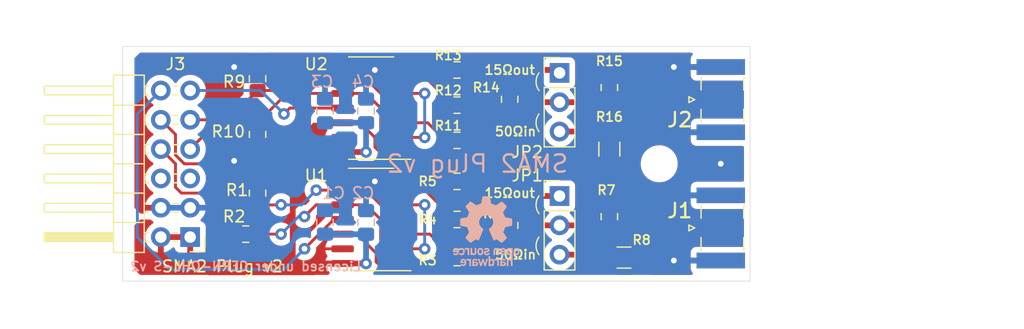
<source format=kicad_pcb>
(kicad_pcb (version 20171130) (host pcbnew "(5.1.5)-3")

  (general
    (thickness 1.6)
    (drawings 32)
    (tracks 236)
    (zones 0)
    (modules 29)
    (nets 23)
  )

  (page A4)
  (title_block
    (title "SMA2 Plug v2")
    (date 2020-06-26)
    (rev v2.2)
    (comment 1 "Licensed under CERN-OHL-S v2, see also https://cern.ch/cern-ohl")
    (comment 2 "Copyright 2020 Joris van Rantwijk")
  )

  (layers
    (0 F.Cu signal)
    (31 B.Cu signal)
    (32 B.Adhes user)
    (33 F.Adhes user)
    (34 B.Paste user)
    (35 F.Paste user)
    (36 B.SilkS user)
    (37 F.SilkS user)
    (38 B.Mask user)
    (39 F.Mask user)
    (40 Dwgs.User user)
    (41 Cmts.User user)
    (42 Eco1.User user)
    (43 Eco2.User user)
    (44 Edge.Cuts user)
    (45 Margin user)
    (46 B.CrtYd user)
    (47 F.CrtYd user)
    (48 B.Fab user)
    (49 F.Fab user)
  )

  (setup
    (last_trace_width 0.25)
    (trace_clearance 0.25)
    (zone_clearance 0.508)
    (zone_45_only no)
    (trace_min 0.2)
    (via_size 1)
    (via_drill 0.5)
    (via_min_size 0.6)
    (via_min_drill 0.35)
    (uvia_size 0.3)
    (uvia_drill 0.1)
    (uvias_allowed no)
    (uvia_min_size 0.2)
    (uvia_min_drill 0.1)
    (edge_width 0.05)
    (segment_width 0.2)
    (pcb_text_width 0.3)
    (pcb_text_size 1.5 1.5)
    (mod_edge_width 0.12)
    (mod_text_size 1 1)
    (mod_text_width 0.15)
    (pad_size 1.524 1.524)
    (pad_drill 0.762)
    (pad_to_mask_clearance 0.051)
    (solder_mask_min_width 0.25)
    (aux_axis_origin 0 0)
    (visible_elements 7FFFFFFF)
    (pcbplotparams
      (layerselection 0x010f0_ffffffff)
      (usegerberextensions false)
      (usegerberattributes false)
      (usegerberadvancedattributes false)
      (creategerberjobfile false)
      (excludeedgelayer true)
      (linewidth 0.100000)
      (plotframeref false)
      (viasonmask false)
      (mode 1)
      (useauxorigin false)
      (hpglpennumber 1)
      (hpglpenspeed 20)
      (hpglpendiameter 15.000000)
      (psnegative false)
      (psa4output false)
      (plotreference true)
      (plotvalue true)
      (plotinvisibletext false)
      (padsonsilk false)
      (subtractmaskfromsilk false)
      (outputformat 1)
      (mirror false)
      (drillshape 0)
      (scaleselection 1)
      (outputdirectory ""))
  )

  (net 0 "")
  (net 1 +3V3)
  (net 2 GND)
  (net 3 "Net-(J1-Pad1)")
  (net 4 "Net-(J2-Pad1)")
  (net 5 IN1)
  (net 6 OUT1)
  (net 7 OE1)
  (net 8 IN2)
  (net 9 OUT2)
  (net 10 OE2)
  (net 11 "Net-(JP1-Pad1)")
  (net 12 "Net-(JP1-Pad3)")
  (net 13 "Net-(JP2-Pad3)")
  (net 14 "Net-(JP2-Pad1)")
  (net 15 "Net-(R3-Pad2)")
  (net 16 "Net-(R4-Pad2)")
  (net 17 "Net-(J3-Pad5)")
  (net 18 "Net-(J3-Pad6)")
  (net 19 "Net-(R5-Pad2)")
  (net 20 "Net-(R11-Pad2)")
  (net 21 "Net-(R12-Pad2)")
  (net 22 "Net-(R13-Pad2)")

  (net_class Default "Dit is de standaard class."
    (clearance 0.25)
    (trace_width 0.25)
    (via_dia 1)
    (via_drill 0.5)
    (uvia_dia 0.3)
    (uvia_drill 0.1)
    (add_net +3V3)
    (add_net GND)
    (add_net IN1)
    (add_net IN2)
    (add_net "Net-(J1-Pad1)")
    (add_net "Net-(J2-Pad1)")
    (add_net "Net-(J3-Pad5)")
    (add_net "Net-(J3-Pad6)")
    (add_net "Net-(JP1-Pad1)")
    (add_net "Net-(JP1-Pad3)")
    (add_net "Net-(JP2-Pad1)")
    (add_net "Net-(JP2-Pad3)")
    (add_net "Net-(R11-Pad2)")
    (add_net "Net-(R12-Pad2)")
    (add_net "Net-(R13-Pad2)")
    (add_net "Net-(R3-Pad2)")
    (add_net "Net-(R4-Pad2)")
    (add_net "Net-(R5-Pad2)")
    (add_net OE1)
    (add_net OE2)
    (add_net OUT1)
    (add_net OUT2)
  )

  (module Resistor_SMD:R_0805_2012Metric_Pad1.15x1.40mm_HandSolder (layer F.Cu) (tedit 5B36C52B) (tstamp 5EC9B5AD)
    (at 89.408 65.532 270)
    (descr "Resistor SMD 0805 (2012 Metric), square (rectangular) end terminal, IPC_7351 nominal with elongated pad for handsoldering. (Body size source: https://docs.google.com/spreadsheets/d/1BsfQQcO9C6DZCsRaXUlFlo91Tg2WpOkGARC1WS5S8t0/edit?usp=sharing), generated with kicad-footprint-generator")
    (tags "resistor handsolder")
    (path /5EF7A2DB)
    (attr smd)
    (fp_text reference R14 (at -1.016 2.032 180) (layer F.SilkS)
      (effects (font (size 0.8 0.8) (thickness 0.15)))
    )
    (fp_text value 33 (at 0 1.65 90) (layer F.Fab)
      (effects (font (size 1 1) (thickness 0.15)))
    )
    (fp_text user %R (at 0 0 90) (layer F.Fab)
      (effects (font (size 0.5 0.5) (thickness 0.08)))
    )
    (fp_line (start 1.85 0.95) (end -1.85 0.95) (layer F.CrtYd) (width 0.05))
    (fp_line (start 1.85 -0.95) (end 1.85 0.95) (layer F.CrtYd) (width 0.05))
    (fp_line (start -1.85 -0.95) (end 1.85 -0.95) (layer F.CrtYd) (width 0.05))
    (fp_line (start -1.85 0.95) (end -1.85 -0.95) (layer F.CrtYd) (width 0.05))
    (fp_line (start -0.261252 0.71) (end 0.261252 0.71) (layer F.SilkS) (width 0.12))
    (fp_line (start -0.261252 -0.71) (end 0.261252 -0.71) (layer F.SilkS) (width 0.12))
    (fp_line (start 1 0.6) (end -1 0.6) (layer F.Fab) (width 0.1))
    (fp_line (start 1 -0.6) (end 1 0.6) (layer F.Fab) (width 0.1))
    (fp_line (start -1 -0.6) (end 1 -0.6) (layer F.Fab) (width 0.1))
    (fp_line (start -1 0.6) (end -1 -0.6) (layer F.Fab) (width 0.1))
    (pad 2 smd roundrect (at 1.025 0 270) (size 1.15 1.4) (layers F.Cu F.Paste F.Mask) (roundrect_rratio 0.217391)
      (net 4 "Net-(J2-Pad1)"))
    (pad 1 smd roundrect (at -1.025 0 270) (size 1.15 1.4) (layers F.Cu F.Paste F.Mask) (roundrect_rratio 0.217391)
      (net 14 "Net-(JP2-Pad1)"))
    (model ${KISYS3DMOD}/Resistor_SMD.3dshapes/R_0805_2012Metric.wrl
      (at (xyz 0 0 0))
      (scale (xyz 1 1 1))
      (rotate (xyz 0 0 0))
    )
  )

  (module Connector_PinHeader_2.54mm:PinHeader_1x03_P2.54mm_Vertical (layer F.Cu) (tedit 59FED5CC) (tstamp 5ED43389)
    (at 93.726 63.246)
    (descr "Through hole straight pin header, 1x03, 2.54mm pitch, single row")
    (tags "Through hole pin header THT 1x03 2.54mm single row")
    (path /5F1ABB3C)
    (fp_text reference JP2 (at -2.794 6.858) (layer F.SilkS)
      (effects (font (size 1 1) (thickness 0.15)))
    )
    (fp_text value Jumper_3_Open (at 0 7.41) (layer F.Fab)
      (effects (font (size 1 1) (thickness 0.15)))
    )
    (fp_text user %R (at 0 2.54 90) (layer F.Fab)
      (effects (font (size 1 1) (thickness 0.15)))
    )
    (fp_line (start 1.8 -1.8) (end -1.8 -1.8) (layer F.CrtYd) (width 0.05))
    (fp_line (start 1.8 6.85) (end 1.8 -1.8) (layer F.CrtYd) (width 0.05))
    (fp_line (start -1.8 6.85) (end 1.8 6.85) (layer F.CrtYd) (width 0.05))
    (fp_line (start -1.8 -1.8) (end -1.8 6.85) (layer F.CrtYd) (width 0.05))
    (fp_line (start -1.33 -1.33) (end 0 -1.33) (layer F.SilkS) (width 0.12))
    (fp_line (start -1.33 0) (end -1.33 -1.33) (layer F.SilkS) (width 0.12))
    (fp_line (start -1.33 1.27) (end 1.33 1.27) (layer F.SilkS) (width 0.12))
    (fp_line (start 1.33 1.27) (end 1.33 6.41) (layer F.SilkS) (width 0.12))
    (fp_line (start -1.33 1.27) (end -1.33 6.41) (layer F.SilkS) (width 0.12))
    (fp_line (start -1.33 6.41) (end 1.33 6.41) (layer F.SilkS) (width 0.12))
    (fp_line (start -1.27 -0.635) (end -0.635 -1.27) (layer F.Fab) (width 0.1))
    (fp_line (start -1.27 6.35) (end -1.27 -0.635) (layer F.Fab) (width 0.1))
    (fp_line (start 1.27 6.35) (end -1.27 6.35) (layer F.Fab) (width 0.1))
    (fp_line (start 1.27 -1.27) (end 1.27 6.35) (layer F.Fab) (width 0.1))
    (fp_line (start -0.635 -1.27) (end 1.27 -1.27) (layer F.Fab) (width 0.1))
    (pad 3 thru_hole oval (at 0 5.08) (size 1.7 1.7) (drill 1) (layers *.Cu *.Mask)
      (net 13 "Net-(JP2-Pad3)"))
    (pad 2 thru_hole oval (at 0 2.54) (size 1.7 1.7) (drill 1) (layers *.Cu *.Mask)
      (net 4 "Net-(J2-Pad1)"))
    (pad 1 thru_hole rect (at 0 0) (size 1.7 1.7) (drill 1) (layers *.Cu *.Mask)
      (net 14 "Net-(JP2-Pad1)"))
    (model ${KISYS3DMOD}/Connector_PinHeader_2.54mm.3dshapes/PinHeader_1x03_P2.54mm_Vertical.wrl
      (at (xyz 0 0 0))
      (scale (xyz 1 1 1))
      (rotate (xyz 0 0 0))
    )
  )

  (module Connector_PinHeader_2.54mm:PinHeader_1x03_P2.54mm_Vertical (layer F.Cu) (tedit 59FED5CC) (tstamp 5ED43372)
    (at 93.726 73.914)
    (descr "Through hole straight pin header, 1x03, 2.54mm pitch, single row")
    (tags "Through hole pin header THT 1x03 2.54mm single row")
    (path /5F2BA64E)
    (fp_text reference JP1 (at -2.794 -1.778) (layer F.SilkS)
      (effects (font (size 1 1) (thickness 0.15)))
    )
    (fp_text value Jumper_3_Open (at 0 7.41) (layer F.Fab)
      (effects (font (size 1 1) (thickness 0.15)))
    )
    (fp_text user %R (at 0 2.54 90) (layer F.Fab)
      (effects (font (size 1 1) (thickness 0.15)))
    )
    (fp_line (start 1.8 -1.8) (end -1.8 -1.8) (layer F.CrtYd) (width 0.05))
    (fp_line (start 1.8 6.85) (end 1.8 -1.8) (layer F.CrtYd) (width 0.05))
    (fp_line (start -1.8 6.85) (end 1.8 6.85) (layer F.CrtYd) (width 0.05))
    (fp_line (start -1.8 -1.8) (end -1.8 6.85) (layer F.CrtYd) (width 0.05))
    (fp_line (start -1.33 -1.33) (end 0 -1.33) (layer F.SilkS) (width 0.12))
    (fp_line (start -1.33 0) (end -1.33 -1.33) (layer F.SilkS) (width 0.12))
    (fp_line (start -1.33 1.27) (end 1.33 1.27) (layer F.SilkS) (width 0.12))
    (fp_line (start 1.33 1.27) (end 1.33 6.41) (layer F.SilkS) (width 0.12))
    (fp_line (start -1.33 1.27) (end -1.33 6.41) (layer F.SilkS) (width 0.12))
    (fp_line (start -1.33 6.41) (end 1.33 6.41) (layer F.SilkS) (width 0.12))
    (fp_line (start -1.27 -0.635) (end -0.635 -1.27) (layer F.Fab) (width 0.1))
    (fp_line (start -1.27 6.35) (end -1.27 -0.635) (layer F.Fab) (width 0.1))
    (fp_line (start 1.27 6.35) (end -1.27 6.35) (layer F.Fab) (width 0.1))
    (fp_line (start 1.27 -1.27) (end 1.27 6.35) (layer F.Fab) (width 0.1))
    (fp_line (start -0.635 -1.27) (end 1.27 -1.27) (layer F.Fab) (width 0.1))
    (pad 3 thru_hole oval (at 0 5.08) (size 1.7 1.7) (drill 1) (layers *.Cu *.Mask)
      (net 12 "Net-(JP1-Pad3)"))
    (pad 2 thru_hole oval (at 0 2.54) (size 1.7 1.7) (drill 1) (layers *.Cu *.Mask)
      (net 3 "Net-(J1-Pad1)"))
    (pad 1 thru_hole rect (at 0 0) (size 1.7 1.7) (drill 1) (layers *.Cu *.Mask)
      (net 11 "Net-(JP1-Pad1)"))
    (model ${KISYS3DMOD}/Connector_PinHeader_2.54mm.3dshapes/PinHeader_1x03_P2.54mm_Vertical.wrl
      (at (xyz 0 0 0))
      (scale (xyz 1 1 1))
      (rotate (xyz 0 0 0))
    )
  )

  (module Resistor_SMD:R_0805_2012Metric_Pad1.15x1.40mm_HandSolder (layer F.Cu) (tedit 5B36C52B) (tstamp 5EC9B5BE)
    (at 89.408 76.463 90)
    (descr "Resistor SMD 0805 (2012 Metric), square (rectangular) end terminal, IPC_7351 nominal with elongated pad for handsoldering. (Body size source: https://docs.google.com/spreadsheets/d/1BsfQQcO9C6DZCsRaXUlFlo91Tg2WpOkGARC1WS5S8t0/edit?usp=sharing), generated with kicad-footprint-generator")
    (tags "resistor handsolder")
    (path /5F0E1442)
    (attr smd)
    (fp_text reference R6 (at 1.025 -1.524 180) (layer F.SilkS)
      (effects (font (size 0.8 0.8) (thickness 0.15)))
    )
    (fp_text value 33 (at 0 1.65 90) (layer F.Fab)
      (effects (font (size 1 1) (thickness 0.15)))
    )
    (fp_text user %R (at 0 0 90) (layer F.Fab)
      (effects (font (size 0.5 0.5) (thickness 0.08)))
    )
    (fp_line (start 1.85 0.95) (end -1.85 0.95) (layer F.CrtYd) (width 0.05))
    (fp_line (start 1.85 -0.95) (end 1.85 0.95) (layer F.CrtYd) (width 0.05))
    (fp_line (start -1.85 -0.95) (end 1.85 -0.95) (layer F.CrtYd) (width 0.05))
    (fp_line (start -1.85 0.95) (end -1.85 -0.95) (layer F.CrtYd) (width 0.05))
    (fp_line (start -0.261252 0.71) (end 0.261252 0.71) (layer F.SilkS) (width 0.12))
    (fp_line (start -0.261252 -0.71) (end 0.261252 -0.71) (layer F.SilkS) (width 0.12))
    (fp_line (start 1 0.6) (end -1 0.6) (layer F.Fab) (width 0.1))
    (fp_line (start 1 -0.6) (end 1 0.6) (layer F.Fab) (width 0.1))
    (fp_line (start -1 -0.6) (end 1 -0.6) (layer F.Fab) (width 0.1))
    (fp_line (start -1 0.6) (end -1 -0.6) (layer F.Fab) (width 0.1))
    (pad 2 smd roundrect (at 1.025 0 90) (size 1.15 1.4) (layers F.Cu F.Paste F.Mask) (roundrect_rratio 0.217391)
      (net 11 "Net-(JP1-Pad1)"))
    (pad 1 smd roundrect (at -1.025 0 90) (size 1.15 1.4) (layers F.Cu F.Paste F.Mask) (roundrect_rratio 0.217391)
      (net 3 "Net-(J1-Pad1)"))
    (model ${KISYS3DMOD}/Resistor_SMD.3dshapes/R_0805_2012Metric.wrl
      (at (xyz 0 0 0))
      (scale (xyz 1 1 1))
      (rotate (xyz 0 0 0))
    )
  )

  (module Resistor_SMD:R_0805_2012Metric_Pad1.15x1.40mm_HandSolder (layer F.Cu) (tedit 5B36C52B) (tstamp 5E6188BF)
    (at 66.539 77.216 180)
    (descr "Resistor SMD 0805 (2012 Metric), square (rectangular) end terminal, IPC_7351 nominal with elongated pad for handsoldering. (Body size source: https://docs.google.com/spreadsheets/d/1BsfQQcO9C6DZCsRaXUlFlo91Tg2WpOkGARC1WS5S8t0/edit?usp=sharing), generated with kicad-footprint-generator")
    (tags "resistor handsolder")
    (path /5E69611F)
    (attr smd)
    (fp_text reference R2 (at 1.007 1.524) (layer F.SilkS)
      (effects (font (size 1 1) (thickness 0.15)))
    )
    (fp_text value 10k (at 0 1.65) (layer F.Fab)
      (effects (font (size 1 1) (thickness 0.15)))
    )
    (fp_text user %R (at 0 0) (layer F.Fab)
      (effects (font (size 0.5 0.5) (thickness 0.08)))
    )
    (fp_line (start 1.85 0.95) (end -1.85 0.95) (layer F.CrtYd) (width 0.05))
    (fp_line (start 1.85 -0.95) (end 1.85 0.95) (layer F.CrtYd) (width 0.05))
    (fp_line (start -1.85 -0.95) (end 1.85 -0.95) (layer F.CrtYd) (width 0.05))
    (fp_line (start -1.85 0.95) (end -1.85 -0.95) (layer F.CrtYd) (width 0.05))
    (fp_line (start -0.261252 0.71) (end 0.261252 0.71) (layer F.SilkS) (width 0.12))
    (fp_line (start -0.261252 -0.71) (end 0.261252 -0.71) (layer F.SilkS) (width 0.12))
    (fp_line (start 1 0.6) (end -1 0.6) (layer F.Fab) (width 0.1))
    (fp_line (start 1 -0.6) (end 1 0.6) (layer F.Fab) (width 0.1))
    (fp_line (start -1 -0.6) (end 1 -0.6) (layer F.Fab) (width 0.1))
    (fp_line (start -1 0.6) (end -1 -0.6) (layer F.Fab) (width 0.1))
    (pad 2 smd roundrect (at 1.025 0 180) (size 1.15 1.4) (layers F.Cu F.Paste F.Mask) (roundrect_rratio 0.217391)
      (net 2 GND))
    (pad 1 smd roundrect (at -1.025 0 180) (size 1.15 1.4) (layers F.Cu F.Paste F.Mask) (roundrect_rratio 0.217391)
      (net 7 OE1))
    (model ${KISYS3DMOD}/Resistor_SMD.3dshapes/R_0805_2012Metric.wrl
      (at (xyz 0 0 0))
      (scale (xyz 1 1 1))
      (rotate (xyz 0 0 0))
    )
  )

  (module MountingHole:MountingHole_2.2mm_M2 (layer F.Cu) (tedit 56D1B4CB) (tstamp 5ECAA6D3)
    (at 102.362 71.12)
    (descr "Mounting Hole 2.2mm, no annular, M2")
    (tags "mounting hole 2.2mm no annular m2")
    (attr virtual)
    (fp_text reference REF** (at 0 -3.2) (layer Dwgs.User) hide
      (effects (font (size 1 1) (thickness 0.15)))
    )
    (fp_text value MountingHole_2.2mm_M2 (at 11.938 0) (layer F.Fab)
      (effects (font (size 1 1) (thickness 0.15)))
    )
    (fp_circle (center 0 0) (end 2.45 0) (layer F.CrtYd) (width 0.05))
    (fp_circle (center 0 0) (end 2.2 0) (layer Cmts.User) (width 0.15))
    (fp_text user %R (at 0.3 0) (layer F.Fab)
      (effects (font (size 1 1) (thickness 0.15)))
    )
    (pad 1 np_thru_hole circle (at 0 0) (size 2.2 2.2) (drill 2.2) (layers *.Cu *.Mask))
  )

  (module Symbol:OSHW-Logo_5.7x6mm_SilkScreen (layer B.Cu) (tedit 0) (tstamp 5ECA6987)
    (at 87.376 76.962 180)
    (descr "Open Source Hardware Logo")
    (tags "Logo OSHW")
    (attr virtual)
    (fp_text reference REF** (at 0 0) (layer B.SilkS) hide
      (effects (font (size 1 1) (thickness 0.15)) (justify mirror))
    )
    (fp_text value OSHW-Logo_5.7x6mm_SilkScreen (at 0.75 0) (layer B.Fab) hide
      (effects (font (size 1 1) (thickness 0.15)) (justify mirror))
    )
    (fp_poly (pts (xy 0.376964 2.709982) (xy 0.433812 2.40843) (xy 0.853338 2.235488) (xy 1.104984 2.406605)
      (xy 1.175458 2.45425) (xy 1.239163 2.49679) (xy 1.293126 2.532285) (xy 1.334373 2.55879)
      (xy 1.359934 2.574364) (xy 1.366895 2.577722) (xy 1.379435 2.569086) (xy 1.406231 2.545208)
      (xy 1.44428 2.509141) (xy 1.490579 2.463933) (xy 1.542123 2.412636) (xy 1.595909 2.358299)
      (xy 1.648935 2.303972) (xy 1.698195 2.252705) (xy 1.740687 2.207549) (xy 1.773407 2.171554)
      (xy 1.793351 2.14777) (xy 1.798119 2.13981) (xy 1.791257 2.125135) (xy 1.77202 2.092986)
      (xy 1.74243 2.046508) (xy 1.70451 1.988844) (xy 1.660282 1.92314) (xy 1.634654 1.885664)
      (xy 1.587941 1.817232) (xy 1.546432 1.75548) (xy 1.51214 1.703481) (xy 1.48708 1.664308)
      (xy 1.473264 1.641035) (xy 1.471188 1.636145) (xy 1.475895 1.622245) (xy 1.488723 1.58985)
      (xy 1.507738 1.543515) (xy 1.531003 1.487794) (xy 1.556584 1.427242) (xy 1.582545 1.366414)
      (xy 1.60695 1.309864) (xy 1.627863 1.262148) (xy 1.643349 1.227819) (xy 1.651472 1.211432)
      (xy 1.651952 1.210788) (xy 1.664707 1.207659) (xy 1.698677 1.200679) (xy 1.75034 1.190533)
      (xy 1.816176 1.177908) (xy 1.892664 1.163491) (xy 1.93729 1.155177) (xy 2.019021 1.139616)
      (xy 2.092843 1.124808) (xy 2.155021 1.111564) (xy 2.201822 1.100695) (xy 2.229509 1.093011)
      (xy 2.235074 1.090573) (xy 2.240526 1.07407) (xy 2.244924 1.0368) (xy 2.248272 0.98312)
      (xy 2.250574 0.917388) (xy 2.251832 0.843963) (xy 2.252048 0.767204) (xy 2.251227 0.691468)
      (xy 2.249371 0.621114) (xy 2.246482 0.5605) (xy 2.242565 0.513984) (xy 2.237622 0.485925)
      (xy 2.234657 0.480084) (xy 2.216934 0.473083) (xy 2.179381 0.463073) (xy 2.126964 0.451231)
      (xy 2.064652 0.438733) (xy 2.0429 0.43469) (xy 1.938024 0.41548) (xy 1.85518 0.400009)
      (xy 1.79163 0.387663) (xy 1.744637 0.377827) (xy 1.711463 0.369886) (xy 1.689371 0.363224)
      (xy 1.675624 0.357227) (xy 1.667484 0.351281) (xy 1.666345 0.350106) (xy 1.654977 0.331174)
      (xy 1.637635 0.294331) (xy 1.61605 0.244087) (xy 1.591954 0.184954) (xy 1.567079 0.121444)
      (xy 1.543157 0.058068) (xy 1.521919 -0.000662) (xy 1.505097 -0.050235) (xy 1.494422 -0.086139)
      (xy 1.491627 -0.103862) (xy 1.49186 -0.104483) (xy 1.501331 -0.11897) (xy 1.522818 -0.150844)
      (xy 1.554063 -0.196789) (xy 1.592807 -0.253485) (xy 1.636793 -0.317617) (xy 1.649319 -0.335842)
      (xy 1.693984 -0.401914) (xy 1.733288 -0.4622) (xy 1.765088 -0.513235) (xy 1.787245 -0.55156)
      (xy 1.797617 -0.573711) (xy 1.798119 -0.576432) (xy 1.789405 -0.590736) (xy 1.765325 -0.619072)
      (xy 1.728976 -0.658396) (xy 1.683453 -0.705661) (xy 1.631852 -0.757823) (xy 1.577267 -0.811835)
      (xy 1.522794 -0.864653) (xy 1.471529 -0.913231) (xy 1.426567 -0.954523) (xy 1.391004 -0.985485)
      (xy 1.367935 -1.00307) (xy 1.361554 -1.005941) (xy 1.346699 -0.999178) (xy 1.316286 -0.980939)
      (xy 1.275268 -0.954297) (xy 1.243709 -0.932852) (xy 1.186525 -0.893503) (xy 1.118806 -0.847171)
      (xy 1.05088 -0.800913) (xy 1.014361 -0.776155) (xy 0.890752 -0.692547) (xy 0.786991 -0.74865)
      (xy 0.73972 -0.773228) (xy 0.699523 -0.792331) (xy 0.672326 -0.803227) (xy 0.665402 -0.804743)
      (xy 0.657077 -0.793549) (xy 0.640654 -0.761917) (xy 0.617357 -0.712765) (xy 0.588414 -0.64901)
      (xy 0.55505 -0.573571) (xy 0.518491 -0.489364) (xy 0.479964 -0.399308) (xy 0.440694 -0.306321)
      (xy 0.401908 -0.21332) (xy 0.36483 -0.123223) (xy 0.330689 -0.038948) (xy 0.300708 0.036587)
      (xy 0.276116 0.100466) (xy 0.258136 0.149769) (xy 0.247997 0.181579) (xy 0.246366 0.192504)
      (xy 0.259291 0.206439) (xy 0.287589 0.22906) (xy 0.325346 0.255667) (xy 0.328515 0.257772)
      (xy 0.4261 0.335886) (xy 0.504786 0.427018) (xy 0.563891 0.528255) (xy 0.602732 0.636682)
      (xy 0.620628 0.749386) (xy 0.616897 0.863452) (xy 0.590857 0.975966) (xy 0.541825 1.084015)
      (xy 0.5274 1.107655) (xy 0.452369 1.203113) (xy 0.36373 1.279768) (xy 0.264549 1.33722)
      (xy 0.157895 1.375071) (xy 0.046836 1.392922) (xy -0.065561 1.390375) (xy -0.176227 1.36703)
      (xy -0.282094 1.32249) (xy -0.380095 1.256355) (xy -0.41041 1.229513) (xy -0.487562 1.145488)
      (xy -0.543782 1.057034) (xy -0.582347 0.957885) (xy -0.603826 0.859697) (xy -0.609128 0.749303)
      (xy -0.591448 0.63836) (xy -0.552581 0.530619) (xy -0.494323 0.429831) (xy -0.418469 0.339744)
      (xy -0.326817 0.264108) (xy -0.314772 0.256136) (xy -0.276611 0.230026) (xy -0.247601 0.207405)
      (xy -0.233732 0.192961) (xy -0.233531 0.192504) (xy -0.236508 0.176879) (xy -0.248311 0.141418)
      (xy -0.267714 0.089038) (xy -0.293488 0.022655) (xy -0.324409 -0.054814) (xy -0.359249 -0.14045)
      (xy -0.396783 -0.231337) (xy -0.435783 -0.324559) (xy -0.475023 -0.417197) (xy -0.513276 -0.506335)
      (xy -0.549317 -0.589055) (xy -0.581917 -0.662441) (xy -0.609852 -0.723575) (xy -0.631895 -0.769541)
      (xy -0.646818 -0.797421) (xy -0.652828 -0.804743) (xy -0.671191 -0.799041) (xy -0.705552 -0.783749)
      (xy -0.749984 -0.761599) (xy -0.774417 -0.74865) (xy -0.878178 -0.692547) (xy -1.001787 -0.776155)
      (xy -1.064886 -0.818987) (xy -1.13397 -0.866122) (xy -1.198707 -0.910503) (xy -1.231134 -0.932852)
      (xy -1.276741 -0.963477) (xy -1.31536 -0.987747) (xy -1.341952 -1.002587) (xy -1.35059 -1.005724)
      (xy -1.363161 -0.997261) (xy -1.390984 -0.973636) (xy -1.431361 -0.937302) (xy -1.481595 -0.890711)
      (xy -1.538988 -0.836317) (xy -1.575286 -0.801392) (xy -1.63879 -0.738996) (xy -1.693673 -0.683188)
      (xy -1.737714 -0.636354) (xy -1.768695 -0.600882) (xy -1.784398 -0.579161) (xy -1.785905 -0.574752)
      (xy -1.778914 -0.557985) (xy -1.759594 -0.524082) (xy -1.730091 -0.476476) (xy -1.692545 -0.418599)
      (xy -1.6491 -0.353884) (xy -1.636745 -0.335842) (xy -1.591727 -0.270267) (xy -1.55134 -0.211228)
      (xy -1.51784 -0.162042) (xy -1.493486 -0.126028) (xy -1.480536 -0.106502) (xy -1.479285 -0.104483)
      (xy -1.481156 -0.088922) (xy -1.491087 -0.054709) (xy -1.507347 -0.006355) (xy -1.528205 0.051629)
      (xy -1.551927 0.11473) (xy -1.576784 0.178437) (xy -1.601042 0.238239) (xy -1.622971 0.289624)
      (xy -1.640838 0.328081) (xy -1.652913 0.349098) (xy -1.653771 0.350106) (xy -1.661154 0.356112)
      (xy -1.673625 0.362052) (xy -1.69392 0.36854) (xy -1.724778 0.376191) (xy -1.768934 0.38562)
      (xy -1.829126 0.397441) (xy -1.908093 0.412271) (xy -2.00857 0.430723) (xy -2.030325 0.43469)
      (xy -2.094802 0.447147) (xy -2.151011 0.459334) (xy -2.193987 0.470074) (xy -2.21876 0.478191)
      (xy -2.222082 0.480084) (xy -2.227556 0.496862) (xy -2.232006 0.534355) (xy -2.235428 0.588206)
      (xy -2.237819 0.654056) (xy -2.239177 0.727547) (xy -2.239499 0.80432) (xy -2.238781 0.880017)
      (xy -2.237021 0.95028) (xy -2.234216 1.01075) (xy -2.230362 1.05707) (xy -2.225457 1.084881)
      (xy -2.2225 1.090573) (xy -2.206037 1.096314) (xy -2.168551 1.105655) (xy -2.113775 1.117785)
      (xy -2.045445 1.131893) (xy -1.967294 1.14717) (xy -1.924716 1.155177) (xy -1.843929 1.170279)
      (xy -1.771887 1.18396) (xy -1.712111 1.195533) (xy -1.668121 1.204313) (xy -1.643439 1.209613)
      (xy -1.639377 1.210788) (xy -1.632511 1.224035) (xy -1.617998 1.255943) (xy -1.597771 1.301953)
      (xy -1.573766 1.357508) (xy -1.547918 1.418047) (xy -1.52216 1.479014) (xy -1.498427 1.535849)
      (xy -1.478654 1.583994) (xy -1.464776 1.61889) (xy -1.458726 1.635979) (xy -1.458614 1.636726)
      (xy -1.465472 1.650207) (xy -1.484698 1.68123) (xy -1.514272 1.726711) (xy -1.552173 1.783568)
      (xy -1.59638 1.848717) (xy -1.622079 1.886138) (xy -1.668907 1.954753) (xy -1.710499 2.017048)
      (xy -1.744825 2.069871) (xy -1.769857 2.110073) (xy -1.783565 2.1345) (xy -1.785544 2.139976)
      (xy -1.777034 2.152722) (xy -1.753507 2.179937) (xy -1.717968 2.218572) (xy -1.673423 2.265577)
      (xy -1.622877 2.317905) (xy -1.569336 2.372505) (xy -1.515805 2.42633) (xy -1.465289 2.47633)
      (xy -1.420794 2.519457) (xy -1.385325 2.552661) (xy -1.361887 2.572894) (xy -1.354046 2.577722)
      (xy -1.34128 2.570933) (xy -1.310744 2.551858) (xy -1.26541 2.522439) (xy -1.208244 2.484619)
      (xy -1.142216 2.440339) (xy -1.09241 2.406605) (xy -0.840764 2.235488) (xy -0.631001 2.321959)
      (xy -0.421237 2.40843) (xy -0.364389 2.709982) (xy -0.30754 3.011534) (xy 0.320115 3.011534)
      (xy 0.376964 2.709982)) (layer B.SilkS) (width 0.01))
    (fp_poly (pts (xy 1.79946 -1.45803) (xy 1.842711 -1.471245) (xy 1.870558 -1.487941) (xy 1.879629 -1.501145)
      (xy 1.877132 -1.516797) (xy 1.860931 -1.541385) (xy 1.847232 -1.5588) (xy 1.818992 -1.590283)
      (xy 1.797775 -1.603529) (xy 1.779688 -1.602664) (xy 1.726035 -1.58901) (xy 1.68663 -1.58963)
      (xy 1.654632 -1.605104) (xy 1.64389 -1.614161) (xy 1.609505 -1.646027) (xy 1.609505 -2.062179)
      (xy 1.471188 -2.062179) (xy 1.471188 -1.458614) (xy 1.540347 -1.458614) (xy 1.581869 -1.460256)
      (xy 1.603291 -1.466087) (xy 1.609502 -1.477461) (xy 1.609505 -1.477798) (xy 1.612439 -1.489713)
      (xy 1.625704 -1.488159) (xy 1.644084 -1.479563) (xy 1.682046 -1.463568) (xy 1.712872 -1.453945)
      (xy 1.752536 -1.451478) (xy 1.79946 -1.45803)) (layer B.SilkS) (width 0.01))
    (fp_poly (pts (xy -0.754012 -1.469002) (xy -0.722717 -1.48395) (xy -0.692409 -1.505541) (xy -0.669318 -1.530391)
      (xy -0.6525 -1.562087) (xy -0.641006 -1.604214) (xy -0.633891 -1.660358) (xy -0.630207 -1.734106)
      (xy -0.629008 -1.829044) (xy -0.628989 -1.838985) (xy -0.628713 -2.062179) (xy -0.76703 -2.062179)
      (xy -0.76703 -1.856418) (xy -0.767128 -1.780189) (xy -0.767809 -1.724939) (xy -0.769651 -1.686501)
      (xy -0.773233 -1.660706) (xy -0.779132 -1.643384) (xy -0.787927 -1.630368) (xy -0.80018 -1.617507)
      (xy -0.843047 -1.589873) (xy -0.889843 -1.584745) (xy -0.934424 -1.602217) (xy -0.949928 -1.615221)
      (xy -0.96131 -1.627447) (xy -0.969481 -1.64054) (xy -0.974974 -1.658615) (xy -0.97832 -1.685787)
      (xy -0.980051 -1.72617) (xy -0.980697 -1.783879) (xy -0.980792 -1.854132) (xy -0.980792 -2.062179)
      (xy -1.119109 -2.062179) (xy -1.119109 -1.458614) (xy -1.04995 -1.458614) (xy -1.008428 -1.460256)
      (xy -0.987006 -1.466087) (xy -0.980795 -1.477461) (xy -0.980792 -1.477798) (xy -0.97791 -1.488938)
      (xy -0.965199 -1.487674) (xy -0.939926 -1.475434) (xy -0.882605 -1.457424) (xy -0.817037 -1.455421)
      (xy -0.754012 -1.469002)) (layer B.SilkS) (width 0.01))
    (fp_poly (pts (xy 2.677898 -1.456457) (xy 2.710096 -1.464279) (xy 2.771825 -1.492921) (xy 2.82461 -1.536667)
      (xy 2.861141 -1.589117) (xy 2.86616 -1.600893) (xy 2.873045 -1.63174) (xy 2.877864 -1.677371)
      (xy 2.879505 -1.723492) (xy 2.879505 -1.810693) (xy 2.697178 -1.810693) (xy 2.621979 -1.810978)
      (xy 2.569003 -1.812704) (xy 2.535325 -1.817181) (xy 2.51802 -1.82572) (xy 2.514163 -1.83963)
      (xy 2.520829 -1.860222) (xy 2.53277 -1.884315) (xy 2.56608 -1.924525) (xy 2.612368 -1.944558)
      (xy 2.668944 -1.943905) (xy 2.733031 -1.922101) (xy 2.788417 -1.895193) (xy 2.834375 -1.931532)
      (xy 2.880333 -1.967872) (xy 2.837096 -2.007819) (xy 2.779374 -2.045563) (xy 2.708386 -2.06832)
      (xy 2.632029 -2.074688) (xy 2.558199 -2.063268) (xy 2.546287 -2.059393) (xy 2.481399 -2.025506)
      (xy 2.43313 -1.974986) (xy 2.400465 -1.906325) (xy 2.382385 -1.818014) (xy 2.382175 -1.816121)
      (xy 2.380556 -1.719878) (xy 2.3871 -1.685542) (xy 2.514852 -1.685542) (xy 2.526584 -1.690822)
      (xy 2.558438 -1.694867) (xy 2.605397 -1.697176) (xy 2.635154 -1.697525) (xy 2.690648 -1.697306)
      (xy 2.725346 -1.695916) (xy 2.743601 -1.692251) (xy 2.749766 -1.68521) (xy 2.748195 -1.67369)
      (xy 2.746878 -1.669233) (xy 2.724382 -1.627355) (xy 2.689003 -1.593604) (xy 2.65778 -1.578773)
      (xy 2.616301 -1.579668) (xy 2.574269 -1.598164) (xy 2.539012 -1.628786) (xy 2.517854 -1.666062)
      (xy 2.514852 -1.685542) (xy 2.3871 -1.685542) (xy 2.39669 -1.635229) (xy 2.428698 -1.564191)
      (xy 2.474701 -1.508779) (xy 2.532821 -1.471009) (xy 2.60118 -1.452896) (xy 2.677898 -1.456457)) (layer B.SilkS) (width 0.01))
    (fp_poly (pts (xy 2.217226 -1.46388) (xy 2.29008 -1.49483) (xy 2.313027 -1.509895) (xy 2.342354 -1.533048)
      (xy 2.360764 -1.551253) (xy 2.363961 -1.557183) (xy 2.354935 -1.57034) (xy 2.331837 -1.592667)
      (xy 2.313344 -1.60825) (xy 2.262728 -1.648926) (xy 2.22276 -1.615295) (xy 2.191874 -1.593584)
      (xy 2.161759 -1.58609) (xy 2.127292 -1.58792) (xy 2.072561 -1.601528) (xy 2.034886 -1.629772)
      (xy 2.011991 -1.675433) (xy 2.001597 -1.741289) (xy 2.001595 -1.741331) (xy 2.002494 -1.814939)
      (xy 2.016463 -1.868946) (xy 2.044328 -1.905716) (xy 2.063325 -1.918168) (xy 2.113776 -1.933673)
      (xy 2.167663 -1.933683) (xy 2.214546 -1.918638) (xy 2.225644 -1.911287) (xy 2.253476 -1.892511)
      (xy 2.275236 -1.889434) (xy 2.298704 -1.903409) (xy 2.324649 -1.92851) (xy 2.365716 -1.97088)
      (xy 2.320121 -2.008464) (xy 2.249674 -2.050882) (xy 2.170233 -2.071785) (xy 2.087215 -2.070272)
      (xy 2.032694 -2.056411) (xy 1.96897 -2.022135) (xy 1.918005 -1.968212) (xy 1.894851 -1.930149)
      (xy 1.876099 -1.875536) (xy 1.866715 -1.806369) (xy 1.866643 -1.731407) (xy 1.875824 -1.659409)
      (xy 1.894199 -1.599137) (xy 1.897093 -1.592958) (xy 1.939952 -1.532351) (xy 1.997979 -1.488224)
      (xy 2.066591 -1.461493) (xy 2.141201 -1.453073) (xy 2.217226 -1.46388)) (layer B.SilkS) (width 0.01))
    (fp_poly (pts (xy 0.993367 -1.654342) (xy 0.994555 -1.746563) (xy 0.998897 -1.81661) (xy 1.007558 -1.867381)
      (xy 1.021704 -1.901772) (xy 1.0425 -1.922679) (xy 1.07111 -1.933) (xy 1.106535 -1.935636)
      (xy 1.143636 -1.932682) (xy 1.171818 -1.921889) (xy 1.192243 -1.90036) (xy 1.206079 -1.865199)
      (xy 1.214491 -1.81351) (xy 1.218643 -1.742394) (xy 1.219703 -1.654342) (xy 1.219703 -1.458614)
      (xy 1.35802 -1.458614) (xy 1.35802 -2.062179) (xy 1.288862 -2.062179) (xy 1.24717 -2.060489)
      (xy 1.225701 -2.054556) (xy 1.219703 -2.043293) (xy 1.216091 -2.033261) (xy 1.201714 -2.035383)
      (xy 1.172736 -2.04958) (xy 1.106319 -2.07148) (xy 1.035875 -2.069928) (xy 0.968377 -2.046147)
      (xy 0.936233 -2.027362) (xy 0.911715 -2.007022) (xy 0.893804 -1.981573) (xy 0.881479 -1.947458)
      (xy 0.873723 -1.901121) (xy 0.869516 -1.839007) (xy 0.86784 -1.757561) (xy 0.867624 -1.694578)
      (xy 0.867624 -1.458614) (xy 0.993367 -1.458614) (xy 0.993367 -1.654342)) (layer B.SilkS) (width 0.01))
    (fp_poly (pts (xy 0.610762 -1.466055) (xy 0.674363 -1.500692) (xy 0.724123 -1.555372) (xy 0.747568 -1.599842)
      (xy 0.757634 -1.639121) (xy 0.764156 -1.695116) (xy 0.766951 -1.759621) (xy 0.765836 -1.824429)
      (xy 0.760626 -1.881334) (xy 0.754541 -1.911727) (xy 0.734014 -1.953306) (xy 0.698463 -1.997468)
      (xy 0.655619 -2.036087) (xy 0.613211 -2.061034) (xy 0.612177 -2.06143) (xy 0.559553 -2.072331)
      (xy 0.497188 -2.072601) (xy 0.437924 -2.062676) (xy 0.41504 -2.054722) (xy 0.356102 -2.0213)
      (xy 0.31389 -1.977511) (xy 0.286156 -1.919538) (xy 0.270651 -1.843565) (xy 0.267143 -1.803771)
      (xy 0.26759 -1.753766) (xy 0.402376 -1.753766) (xy 0.406917 -1.826732) (xy 0.419986 -1.882334)
      (xy 0.440756 -1.917861) (xy 0.455552 -1.92802) (xy 0.493464 -1.935104) (xy 0.538527 -1.933007)
      (xy 0.577487 -1.922812) (xy 0.587704 -1.917204) (xy 0.614659 -1.884538) (xy 0.632451 -1.834545)
      (xy 0.640024 -1.773705) (xy 0.636325 -1.708497) (xy 0.628057 -1.669253) (xy 0.60432 -1.623805)
      (xy 0.566849 -1.595396) (xy 0.52172 -1.585573) (xy 0.475011 -1.595887) (xy 0.439132 -1.621112)
      (xy 0.420277 -1.641925) (xy 0.409272 -1.662439) (xy 0.404026 -1.690203) (xy 0.402449 -1.732762)
      (xy 0.402376 -1.753766) (xy 0.26759 -1.753766) (xy 0.268094 -1.69758) (xy 0.285388 -1.610501)
      (xy 0.319029 -1.54253) (xy 0.369018 -1.493664) (xy 0.435356 -1.463899) (xy 0.449601 -1.460448)
      (xy 0.53521 -1.452345) (xy 0.610762 -1.466055)) (layer B.SilkS) (width 0.01))
    (fp_poly (pts (xy 0.014017 -1.456452) (xy 0.061634 -1.465482) (xy 0.111034 -1.48437) (xy 0.116312 -1.486777)
      (xy 0.153774 -1.506476) (xy 0.179717 -1.524781) (xy 0.188103 -1.536508) (xy 0.180117 -1.555632)
      (xy 0.16072 -1.58385) (xy 0.15211 -1.594384) (xy 0.116628 -1.635847) (xy 0.070885 -1.608858)
      (xy 0.02735 -1.590878) (xy -0.02295 -1.581267) (xy -0.071188 -1.58066) (xy -0.108533 -1.589691)
      (xy -0.117495 -1.595327) (xy -0.134563 -1.621171) (xy -0.136637 -1.650941) (xy -0.123866 -1.674197)
      (xy -0.116312 -1.678708) (xy -0.093675 -1.684309) (xy -0.053885 -1.690892) (xy -0.004834 -1.697183)
      (xy 0.004215 -1.69817) (xy 0.082996 -1.711798) (xy 0.140136 -1.734946) (xy 0.17803 -1.769752)
      (xy 0.199079 -1.818354) (xy 0.205635 -1.877718) (xy 0.196577 -1.945198) (xy 0.167164 -1.998188)
      (xy 0.117278 -2.036783) (xy 0.0468 -2.061081) (xy -0.031435 -2.070667) (xy -0.095234 -2.070552)
      (xy -0.146984 -2.061845) (xy -0.182327 -2.049825) (xy -0.226983 -2.02888) (xy -0.268253 -2.004574)
      (xy -0.282921 -1.993876) (xy -0.320643 -1.963084) (xy -0.275148 -1.917049) (xy -0.229653 -1.871013)
      (xy -0.177928 -1.905243) (xy -0.126048 -1.930952) (xy -0.070649 -1.944399) (xy -0.017395 -1.945818)
      (xy 0.028049 -1.935443) (xy 0.060016 -1.913507) (xy 0.070338 -1.894998) (xy 0.068789 -1.865314)
      (xy 0.04314 -1.842615) (xy -0.00654 -1.82694) (xy -0.060969 -1.819695) (xy -0.144736 -1.805873)
      (xy -0.206967 -1.779796) (xy -0.248493 -1.740699) (xy -0.270147 -1.68782) (xy -0.273147 -1.625126)
      (xy -0.258329 -1.559642) (xy -0.224546 -1.510144) (xy -0.171495 -1.476408) (xy -0.098874 -1.458207)
      (xy -0.045072 -1.454639) (xy 0.014017 -1.456452)) (layer B.SilkS) (width 0.01))
    (fp_poly (pts (xy -1.356699 -1.472614) (xy -1.344168 -1.478514) (xy -1.300799 -1.510283) (xy -1.25979 -1.556646)
      (xy -1.229168 -1.607696) (xy -1.220459 -1.631166) (xy -1.212512 -1.673091) (xy -1.207774 -1.723757)
      (xy -1.207199 -1.744679) (xy -1.207129 -1.810693) (xy -1.587083 -1.810693) (xy -1.578983 -1.845273)
      (xy -1.559104 -1.88617) (xy -1.524347 -1.921514) (xy -1.482998 -1.944282) (xy -1.456649 -1.94901)
      (xy -1.420916 -1.943273) (xy -1.378282 -1.928882) (xy -1.363799 -1.922262) (xy -1.31024 -1.895513)
      (xy -1.264533 -1.930376) (xy -1.238158 -1.953955) (xy -1.224124 -1.973417) (xy -1.223414 -1.979129)
      (xy -1.235951 -1.992973) (xy -1.263428 -2.014012) (xy -1.288366 -2.030425) (xy -1.355664 -2.05993)
      (xy -1.43111 -2.073284) (xy -1.505888 -2.069812) (xy -1.565495 -2.051663) (xy -1.626941 -2.012784)
      (xy -1.670608 -1.961595) (xy -1.697926 -1.895367) (xy -1.710322 -1.811371) (xy -1.711421 -1.772936)
      (xy -1.707022 -1.684861) (xy -1.706482 -1.682299) (xy -1.580582 -1.682299) (xy -1.577115 -1.690558)
      (xy -1.562863 -1.695113) (xy -1.53347 -1.697065) (xy -1.484575 -1.697517) (xy -1.465748 -1.697525)
      (xy -1.408467 -1.696843) (xy -1.372141 -1.694364) (xy -1.352604 -1.689443) (xy -1.34569 -1.681434)
      (xy -1.345445 -1.678862) (xy -1.353336 -1.658423) (xy -1.373085 -1.629789) (xy -1.381575 -1.619763)
      (xy -1.413094 -1.591408) (xy -1.445949 -1.580259) (xy -1.463651 -1.579327) (xy -1.511539 -1.590981)
      (xy -1.551699 -1.622285) (xy -1.577173 -1.667752) (xy -1.577625 -1.669233) (xy -1.580582 -1.682299)
      (xy -1.706482 -1.682299) (xy -1.692392 -1.61551) (xy -1.666038 -1.560025) (xy -1.633807 -1.520639)
      (xy -1.574217 -1.477931) (xy -1.504168 -1.455109) (xy -1.429661 -1.453046) (xy -1.356699 -1.472614)) (layer B.SilkS) (width 0.01))
    (fp_poly (pts (xy -2.538261 -1.465148) (xy -2.472479 -1.494231) (xy -2.42254 -1.542793) (xy -2.388374 -1.610908)
      (xy -2.369907 -1.698651) (xy -2.368583 -1.712351) (xy -2.367546 -1.808939) (xy -2.380993 -1.893602)
      (xy -2.408108 -1.962221) (xy -2.422627 -1.984294) (xy -2.473201 -2.031011) (xy -2.537609 -2.061268)
      (xy -2.609666 -2.073824) (xy -2.683185 -2.067439) (xy -2.739072 -2.047772) (xy -2.787132 -2.014629)
      (xy -2.826412 -1.971175) (xy -2.827092 -1.970158) (xy -2.843044 -1.943338) (xy -2.85341 -1.916368)
      (xy -2.859688 -1.882332) (xy -2.863373 -1.83431) (xy -2.864997 -1.794931) (xy -2.865672 -1.759219)
      (xy -2.739955 -1.759219) (xy -2.738726 -1.79477) (xy -2.734266 -1.842094) (xy -2.726397 -1.872465)
      (xy -2.712207 -1.894072) (xy -2.698917 -1.906694) (xy -2.651802 -1.933122) (xy -2.602505 -1.936653)
      (xy -2.556593 -1.917639) (xy -2.533638 -1.896331) (xy -2.517096 -1.874859) (xy -2.507421 -1.854313)
      (xy -2.503174 -1.827574) (xy -2.50292 -1.787523) (xy -2.504228 -1.750638) (xy -2.507043 -1.697947)
      (xy -2.511505 -1.663772) (xy -2.519548 -1.64148) (xy -2.533103 -1.624442) (xy -2.543845 -1.614703)
      (xy -2.588777 -1.589123) (xy -2.637249 -1.587847) (xy -2.677894 -1.602999) (xy -2.712567 -1.634642)
      (xy -2.733224 -1.68662) (xy -2.739955 -1.759219) (xy -2.865672 -1.759219) (xy -2.866479 -1.716621)
      (xy -2.863948 -1.658056) (xy -2.856362 -1.614007) (xy -2.842681 -1.579248) (xy -2.821865 -1.548551)
      (xy -2.814147 -1.539436) (xy -2.765889 -1.494021) (xy -2.714128 -1.467493) (xy -2.650828 -1.456379)
      (xy -2.619961 -1.455471) (xy -2.538261 -1.465148)) (layer B.SilkS) (width 0.01))
    (fp_poly (pts (xy 2.032581 -2.40497) (xy 2.092685 -2.420597) (xy 2.143021 -2.452848) (xy 2.167393 -2.47694)
      (xy 2.207345 -2.533895) (xy 2.230242 -2.599965) (xy 2.238108 -2.681182) (xy 2.238148 -2.687748)
      (xy 2.238218 -2.753763) (xy 1.858264 -2.753763) (xy 1.866363 -2.788342) (xy 1.880987 -2.819659)
      (xy 1.906581 -2.852291) (xy 1.911935 -2.8575) (xy 1.957943 -2.885694) (xy 2.01041 -2.890475)
      (xy 2.070803 -2.871926) (xy 2.08104 -2.866931) (xy 2.112439 -2.851745) (xy 2.13347 -2.843094)
      (xy 2.137139 -2.842293) (xy 2.149948 -2.850063) (xy 2.174378 -2.869072) (xy 2.186779 -2.87946)
      (xy 2.212476 -2.903321) (xy 2.220915 -2.919077) (xy 2.215058 -2.933571) (xy 2.211928 -2.937534)
      (xy 2.190725 -2.954879) (xy 2.155738 -2.975959) (xy 2.131337 -2.988265) (xy 2.062072 -3.009946)
      (xy 1.985388 -3.016971) (xy 1.912765 -3.008647) (xy 1.892426 -3.002686) (xy 1.829476 -2.968952)
      (xy 1.782815 -2.917045) (xy 1.752173 -2.846459) (xy 1.737282 -2.756692) (xy 1.735647 -2.709753)
      (xy 1.740421 -2.641413) (xy 1.86099 -2.641413) (xy 1.872652 -2.646465) (xy 1.903998 -2.650429)
      (xy 1.949571 -2.652768) (xy 1.980446 -2.653169) (xy 2.035981 -2.652783) (xy 2.071033 -2.650975)
      (xy 2.090262 -2.646773) (xy 2.09833 -2.639203) (xy 2.099901 -2.628218) (xy 2.089121 -2.594381)
      (xy 2.06198 -2.56094) (xy 2.026277 -2.535272) (xy 1.99056 -2.524772) (xy 1.942048 -2.534086)
      (xy 1.900053 -2.561013) (xy 1.870936 -2.599827) (xy 1.86099 -2.641413) (xy 1.740421 -2.641413)
      (xy 1.742599 -2.610236) (xy 1.764055 -2.530949) (xy 1.80047 -2.471263) (xy 1.852297 -2.430549)
      (xy 1.91999 -2.408179) (xy 1.956662 -2.403871) (xy 2.032581 -2.40497)) (layer B.SilkS) (width 0.01))
    (fp_poly (pts (xy 1.635255 -2.401486) (xy 1.683595 -2.411015) (xy 1.711114 -2.425125) (xy 1.740064 -2.448568)
      (xy 1.698876 -2.500571) (xy 1.673482 -2.532064) (xy 1.656238 -2.547428) (xy 1.639102 -2.549776)
      (xy 1.614027 -2.542217) (xy 1.602257 -2.537941) (xy 1.55427 -2.531631) (xy 1.510324 -2.545156)
      (xy 1.47806 -2.57571) (xy 1.472819 -2.585452) (xy 1.467112 -2.611258) (xy 1.462706 -2.658817)
      (xy 1.459811 -2.724758) (xy 1.458631 -2.80571) (xy 1.458614 -2.817226) (xy 1.458614 -3.017822)
      (xy 1.320297 -3.017822) (xy 1.320297 -2.401683) (xy 1.389456 -2.401683) (xy 1.429333 -2.402725)
      (xy 1.450107 -2.407358) (xy 1.457789 -2.417849) (xy 1.458614 -2.427745) (xy 1.458614 -2.453806)
      (xy 1.491745 -2.427745) (xy 1.529735 -2.409965) (xy 1.58077 -2.401174) (xy 1.635255 -2.401486)) (layer B.SilkS) (width 0.01))
    (fp_poly (pts (xy 1.038411 -2.405417) (xy 1.091411 -2.41829) (xy 1.106731 -2.42511) (xy 1.136428 -2.442974)
      (xy 1.15922 -2.463093) (xy 1.176083 -2.488962) (xy 1.187998 -2.524073) (xy 1.195942 -2.57192)
      (xy 1.200894 -2.635996) (xy 1.203831 -2.719794) (xy 1.204947 -2.775768) (xy 1.209052 -3.017822)
      (xy 1.138932 -3.017822) (xy 1.096393 -3.016038) (xy 1.074476 -3.009942) (xy 1.068812 -2.999706)
      (xy 1.065821 -2.988637) (xy 1.052451 -2.990754) (xy 1.034233 -2.999629) (xy 0.988624 -3.013233)
      (xy 0.930007 -3.016899) (xy 0.868354 -3.010903) (xy 0.813638 -2.995521) (xy 0.80873 -2.993386)
      (xy 0.758723 -2.958255) (xy 0.725756 -2.909419) (xy 0.710587 -2.852333) (xy 0.711746 -2.831824)
      (xy 0.835508 -2.831824) (xy 0.846413 -2.859425) (xy 0.878745 -2.879204) (xy 0.93091 -2.889819)
      (xy 0.958787 -2.891228) (xy 1.005247 -2.88762) (xy 1.036129 -2.873597) (xy 1.043664 -2.866931)
      (xy 1.064076 -2.830666) (xy 1.068812 -2.797773) (xy 1.068812 -2.753763) (xy 1.007513 -2.753763)
      (xy 0.936256 -2.757395) (xy 0.886276 -2.768818) (xy 0.854696 -2.788824) (xy 0.847626 -2.797743)
      (xy 0.835508 -2.831824) (xy 0.711746 -2.831824) (xy 0.713971 -2.792456) (xy 0.736663 -2.735244)
      (xy 0.767624 -2.69658) (xy 0.786376 -2.679864) (xy 0.804733 -2.668878) (xy 0.828619 -2.66218)
      (xy 0.863957 -2.658326) (xy 0.916669 -2.655873) (xy 0.937577 -2.655168) (xy 1.068812 -2.650879)
      (xy 1.06862 -2.611158) (xy 1.063537 -2.569405) (xy 1.045162 -2.544158) (xy 1.008039 -2.52803)
      (xy 1.007043 -2.527742) (xy 0.95441 -2.5214) (xy 0.902906 -2.529684) (xy 0.86463 -2.549827)
      (xy 0.849272 -2.559773) (xy 0.83273 -2.558397) (xy 0.807275 -2.543987) (xy 0.792328 -2.533817)
      (xy 0.763091 -2.512088) (xy 0.74498 -2.4958) (xy 0.742074 -2.491137) (xy 0.75404 -2.467005)
      (xy 0.789396 -2.438185) (xy 0.804753 -2.428461) (xy 0.848901 -2.411714) (xy 0.908398 -2.402227)
      (xy 0.974487 -2.400095) (xy 1.038411 -2.405417)) (layer B.SilkS) (width 0.01))
    (fp_poly (pts (xy 0.281524 -2.404237) (xy 0.331255 -2.407971) (xy 0.461291 -2.797773) (xy 0.481678 -2.728614)
      (xy 0.493946 -2.685874) (xy 0.510085 -2.628115) (xy 0.527512 -2.564625) (xy 0.536726 -2.53057)
      (xy 0.571388 -2.401683) (xy 0.714391 -2.401683) (xy 0.671646 -2.536857) (xy 0.650596 -2.603342)
      (xy 0.625167 -2.683539) (xy 0.59861 -2.767193) (xy 0.574902 -2.841782) (xy 0.520902 -3.011535)
      (xy 0.462598 -3.015328) (xy 0.404295 -3.019122) (xy 0.372679 -2.914734) (xy 0.353182 -2.849889)
      (xy 0.331904 -2.7784) (xy 0.313308 -2.715263) (xy 0.312574 -2.71275) (xy 0.298684 -2.669969)
      (xy 0.286429 -2.640779) (xy 0.277846 -2.629741) (xy 0.276082 -2.631018) (xy 0.269891 -2.64813)
      (xy 0.258128 -2.684787) (xy 0.242225 -2.736378) (xy 0.223614 -2.798294) (xy 0.213543 -2.832352)
      (xy 0.159007 -3.017822) (xy 0.043264 -3.017822) (xy -0.049263 -2.725471) (xy -0.075256 -2.643462)
      (xy -0.098934 -2.568987) (xy -0.11918 -2.505544) (xy -0.134874 -2.456632) (xy -0.144898 -2.425749)
      (xy -0.147945 -2.416726) (xy -0.145533 -2.407487) (xy -0.126592 -2.403441) (xy -0.087177 -2.403846)
      (xy -0.081007 -2.404152) (xy -0.007914 -2.407971) (xy 0.039957 -2.58401) (xy 0.057553 -2.648211)
      (xy 0.073277 -2.704649) (xy 0.085746 -2.748422) (xy 0.093574 -2.77463) (xy 0.09502 -2.778903)
      (xy 0.101014 -2.77399) (xy 0.113101 -2.748532) (xy 0.129893 -2.705997) (xy 0.150003 -2.64985)
      (xy 0.167003 -2.59913) (xy 0.231794 -2.400504) (xy 0.281524 -2.404237)) (layer B.SilkS) (width 0.01))
    (fp_poly (pts (xy -0.201188 -3.017822) (xy -0.270346 -3.017822) (xy -0.310488 -3.016645) (xy -0.331394 -3.011772)
      (xy -0.338922 -3.001186) (xy -0.339505 -2.994029) (xy -0.340774 -2.979676) (xy -0.348779 -2.976923)
      (xy -0.369815 -2.985771) (xy -0.386173 -2.994029) (xy -0.448977 -3.013597) (xy -0.517248 -3.014729)
      (xy -0.572752 -3.000135) (xy -0.624438 -2.964877) (xy -0.663838 -2.912835) (xy -0.685413 -2.85145)
      (xy -0.685962 -2.848018) (xy -0.689167 -2.810571) (xy -0.690761 -2.756813) (xy -0.690633 -2.716155)
      (xy -0.553279 -2.716155) (xy -0.550097 -2.770194) (xy -0.542859 -2.814735) (xy -0.53306 -2.839888)
      (xy -0.495989 -2.87426) (xy -0.451974 -2.886582) (xy -0.406584 -2.876618) (xy -0.367797 -2.846895)
      (xy -0.353108 -2.826905) (xy -0.344519 -2.80305) (xy -0.340496 -2.76823) (xy -0.339505 -2.71593)
      (xy -0.341278 -2.664139) (xy -0.345963 -2.618634) (xy -0.352603 -2.588181) (xy -0.35371 -2.585452)
      (xy -0.380491 -2.553) (xy -0.419579 -2.535183) (xy -0.463315 -2.532306) (xy -0.504038 -2.544674)
      (xy -0.534087 -2.572593) (xy -0.537204 -2.578148) (xy -0.546961 -2.612022) (xy -0.552277 -2.660728)
      (xy -0.553279 -2.716155) (xy -0.690633 -2.716155) (xy -0.690568 -2.69554) (xy -0.689664 -2.662563)
      (xy -0.683514 -2.580981) (xy -0.670733 -2.51973) (xy -0.649471 -2.474449) (xy -0.617878 -2.440779)
      (xy -0.587207 -2.421014) (xy -0.544354 -2.40712) (xy -0.491056 -2.402354) (xy -0.43648 -2.406236)
      (xy -0.389792 -2.418282) (xy -0.365124 -2.432693) (xy -0.339505 -2.455878) (xy -0.339505 -2.162773)
      (xy -0.201188 -2.162773) (xy -0.201188 -3.017822)) (layer B.SilkS) (width 0.01))
    (fp_poly (pts (xy -0.993356 -2.40302) (xy -0.974539 -2.40866) (xy -0.968473 -2.421053) (xy -0.968218 -2.426647)
      (xy -0.967129 -2.44223) (xy -0.959632 -2.444676) (xy -0.939381 -2.433993) (xy -0.927351 -2.426694)
      (xy -0.8894 -2.411063) (xy -0.844072 -2.403334) (xy -0.796544 -2.40274) (xy -0.751995 -2.408513)
      (xy -0.715602 -2.419884) (xy -0.692543 -2.436088) (xy -0.687996 -2.456355) (xy -0.690291 -2.461843)
      (xy -0.70702 -2.484626) (xy -0.732963 -2.512647) (xy -0.737655 -2.517177) (xy -0.762383 -2.538005)
      (xy -0.783718 -2.544735) (xy -0.813555 -2.540038) (xy -0.825508 -2.536917) (xy -0.862705 -2.529421)
      (xy -0.888859 -2.532792) (xy -0.910946 -2.544681) (xy -0.931178 -2.560635) (xy -0.946079 -2.5807)
      (xy -0.956434 -2.608702) (xy -0.963029 -2.648467) (xy -0.966649 -2.703823) (xy -0.968078 -2.778594)
      (xy -0.968218 -2.82374) (xy -0.968218 -3.017822) (xy -1.09396 -3.017822) (xy -1.09396 -2.401683)
      (xy -1.031089 -2.401683) (xy -0.993356 -2.40302)) (layer B.SilkS) (width 0.01))
    (fp_poly (pts (xy -1.38421 -2.406555) (xy -1.325055 -2.422339) (xy -1.280023 -2.450948) (xy -1.248246 -2.488419)
      (xy -1.238366 -2.504411) (xy -1.231073 -2.521163) (xy -1.225974 -2.542592) (xy -1.222679 -2.572616)
      (xy -1.220797 -2.615154) (xy -1.219937 -2.674122) (xy -1.219707 -2.75344) (xy -1.219703 -2.774484)
      (xy -1.219703 -3.017822) (xy -1.280059 -3.017822) (xy -1.318557 -3.015126) (xy -1.347023 -3.008295)
      (xy -1.354155 -3.004083) (xy -1.373652 -2.996813) (xy -1.393566 -3.004083) (xy -1.426353 -3.01316)
      (xy -1.473978 -3.016813) (xy -1.526764 -3.015228) (xy -1.575036 -3.008589) (xy -1.603218 -3.000072)
      (xy -1.657753 -2.965063) (xy -1.691835 -2.916479) (xy -1.707157 -2.851882) (xy -1.707299 -2.850223)
      (xy -1.705955 -2.821566) (xy -1.584356 -2.821566) (xy -1.573726 -2.854161) (xy -1.55641 -2.872505)
      (xy -1.521652 -2.886379) (xy -1.475773 -2.891917) (xy -1.428988 -2.889191) (xy -1.391514 -2.878274)
      (xy -1.381015 -2.871269) (xy -1.362668 -2.838904) (xy -1.35802 -2.802111) (xy -1.35802 -2.753763)
      (xy -1.427582 -2.753763) (xy -1.493667 -2.75885) (xy -1.543764 -2.773263) (xy -1.574929 -2.795729)
      (xy -1.584356 -2.821566) (xy -1.705955 -2.821566) (xy -1.703987 -2.779647) (xy -1.68071 -2.723845)
      (xy -1.636948 -2.681647) (xy -1.630899 -2.677808) (xy -1.604907 -2.665309) (xy -1.572735 -2.65774)
      (xy -1.52776 -2.654061) (xy -1.474331 -2.653216) (xy -1.35802 -2.653169) (xy -1.35802 -2.604411)
      (xy -1.362953 -2.566581) (xy -1.375543 -2.541236) (xy -1.377017 -2.539887) (xy -1.405034 -2.5288)
      (xy -1.447326 -2.524503) (xy -1.494064 -2.526615) (xy -1.535418 -2.534756) (xy -1.559957 -2.546965)
      (xy -1.573253 -2.556746) (xy -1.587294 -2.558613) (xy -1.606671 -2.5506) (xy -1.635976 -2.530739)
      (xy -1.679803 -2.497063) (xy -1.683825 -2.493909) (xy -1.681764 -2.482236) (xy -1.664568 -2.462822)
      (xy -1.638433 -2.441248) (xy -1.609552 -2.423096) (xy -1.600478 -2.418809) (xy -1.56738 -2.410256)
      (xy -1.51888 -2.404155) (xy -1.464695 -2.401708) (xy -1.462161 -2.401703) (xy -1.38421 -2.406555)) (layer B.SilkS) (width 0.01))
    (fp_poly (pts (xy -1.908759 -1.469184) (xy -1.882247 -1.482282) (xy -1.849553 -1.505106) (xy -1.825725 -1.529996)
      (xy -1.809406 -1.561249) (xy -1.79924 -1.603166) (xy -1.793872 -1.660044) (xy -1.791944 -1.736184)
      (xy -1.791831 -1.768917) (xy -1.792161 -1.840656) (xy -1.793527 -1.891927) (xy -1.7965 -1.927404)
      (xy -1.801649 -1.951763) (xy -1.809543 -1.96968) (xy -1.817757 -1.981902) (xy -1.870187 -2.033905)
      (xy -1.93193 -2.065184) (xy -1.998536 -2.074592) (xy -2.065558 -2.06098) (xy -2.086792 -2.051354)
      (xy -2.137624 -2.024859) (xy -2.137624 -2.440052) (xy -2.100525 -2.420868) (xy -2.051643 -2.406025)
      (xy -1.991561 -2.402222) (xy -1.931564 -2.409243) (xy -1.886256 -2.425013) (xy -1.848675 -2.455047)
      (xy -1.816564 -2.498024) (xy -1.81415 -2.502436) (xy -1.803967 -2.523221) (xy -1.79653 -2.54417)
      (xy -1.791411 -2.569548) (xy -1.788181 -2.603618) (xy -1.786413 -2.650641) (xy -1.785677 -2.714882)
      (xy -1.785544 -2.787176) (xy -1.785544 -3.017822) (xy -1.923861 -3.017822) (xy -1.923861 -2.592533)
      (xy -1.962549 -2.559979) (xy -2.002738 -2.53394) (xy -2.040797 -2.529205) (xy -2.079066 -2.541389)
      (xy -2.099462 -2.55332) (xy -2.114642 -2.570313) (xy -2.125438 -2.595995) (xy -2.132683 -2.633991)
      (xy -2.137208 -2.687926) (xy -2.139844 -2.761425) (xy -2.140772 -2.810347) (xy -2.143911 -3.011535)
      (xy -2.209926 -3.015336) (xy -2.27594 -3.019136) (xy -2.27594 -1.77065) (xy -2.137624 -1.77065)
      (xy -2.134097 -1.840254) (xy -2.122215 -1.888569) (xy -2.10002 -1.918631) (xy -2.065559 -1.933471)
      (xy -2.030742 -1.936436) (xy -1.991329 -1.933028) (xy -1.965171 -1.919617) (xy -1.948814 -1.901896)
      (xy -1.935937 -1.882835) (xy -1.928272 -1.861601) (xy -1.924861 -1.831849) (xy -1.924749 -1.787236)
      (xy -1.925897 -1.74988) (xy -1.928532 -1.693604) (xy -1.932456 -1.656658) (xy -1.939063 -1.633223)
      (xy -1.949749 -1.61748) (xy -1.959833 -1.60838) (xy -2.00197 -1.588537) (xy -2.05184 -1.585332)
      (xy -2.080476 -1.592168) (xy -2.108828 -1.616464) (xy -2.127609 -1.663728) (xy -2.136712 -1.733624)
      (xy -2.137624 -1.77065) (xy -2.27594 -1.77065) (xy -2.27594 -1.458614) (xy -2.206782 -1.458614)
      (xy -2.16526 -1.460256) (xy -2.143838 -1.466087) (xy -2.137626 -1.477461) (xy -2.137624 -1.477798)
      (xy -2.134742 -1.488938) (xy -2.12203 -1.487673) (xy -2.096757 -1.475433) (xy -2.037869 -1.456707)
      (xy -1.971615 -1.454739) (xy -1.908759 -1.469184)) (layer B.SilkS) (width 0.01))
  )

  (module Connector_PinHeader_2.54mm:PinHeader_2x06_P2.54mm_Horizontal (layer F.Cu) (tedit 59FED5CB) (tstamp 5ED4BEE9)
    (at 61.722 77.47 180)
    (descr "Through hole angled pin header, 2x06, 2.54mm pitch, 6mm pin length, double rows")
    (tags "Through hole angled pin header THT 2x06 2.54mm double row")
    (path /5E5F93EF)
    (fp_text reference J3 (at 1.27 14.986) (layer F.SilkS)
      (effects (font (size 1 1) (thickness 0.15)))
    )
    (fp_text value Conn_02x06_Top_Bottom (at 7.112 15.494) (layer F.Fab)
      (effects (font (size 1 1) (thickness 0.15)))
    )
    (fp_line (start 4.675 -1.27) (end 6.58 -1.27) (layer F.Fab) (width 0.1))
    (fp_line (start 6.58 -1.27) (end 6.58 13.97) (layer F.Fab) (width 0.1))
    (fp_line (start 6.58 13.97) (end 4.04 13.97) (layer F.Fab) (width 0.1))
    (fp_line (start 4.04 13.97) (end 4.04 -0.635) (layer F.Fab) (width 0.1))
    (fp_line (start 4.04 -0.635) (end 4.675 -1.27) (layer F.Fab) (width 0.1))
    (fp_line (start -0.32 -0.32) (end 4.04 -0.32) (layer F.Fab) (width 0.1))
    (fp_line (start -0.32 -0.32) (end -0.32 0.32) (layer F.Fab) (width 0.1))
    (fp_line (start -0.32 0.32) (end 4.04 0.32) (layer F.Fab) (width 0.1))
    (fp_line (start 6.58 -0.32) (end 12.58 -0.32) (layer F.Fab) (width 0.1))
    (fp_line (start 12.58 -0.32) (end 12.58 0.32) (layer F.Fab) (width 0.1))
    (fp_line (start 6.58 0.32) (end 12.58 0.32) (layer F.Fab) (width 0.1))
    (fp_line (start -0.32 2.22) (end 4.04 2.22) (layer F.Fab) (width 0.1))
    (fp_line (start -0.32 2.22) (end -0.32 2.86) (layer F.Fab) (width 0.1))
    (fp_line (start -0.32 2.86) (end 4.04 2.86) (layer F.Fab) (width 0.1))
    (fp_line (start 6.58 2.22) (end 12.58 2.22) (layer F.Fab) (width 0.1))
    (fp_line (start 12.58 2.22) (end 12.58 2.86) (layer F.Fab) (width 0.1))
    (fp_line (start 6.58 2.86) (end 12.58 2.86) (layer F.Fab) (width 0.1))
    (fp_line (start -0.32 4.76) (end 4.04 4.76) (layer F.Fab) (width 0.1))
    (fp_line (start -0.32 4.76) (end -0.32 5.4) (layer F.Fab) (width 0.1))
    (fp_line (start -0.32 5.4) (end 4.04 5.4) (layer F.Fab) (width 0.1))
    (fp_line (start 6.58 4.76) (end 12.58 4.76) (layer F.Fab) (width 0.1))
    (fp_line (start 12.58 4.76) (end 12.58 5.4) (layer F.Fab) (width 0.1))
    (fp_line (start 6.58 5.4) (end 12.58 5.4) (layer F.Fab) (width 0.1))
    (fp_line (start -0.32 7.3) (end 4.04 7.3) (layer F.Fab) (width 0.1))
    (fp_line (start -0.32 7.3) (end -0.32 7.94) (layer F.Fab) (width 0.1))
    (fp_line (start -0.32 7.94) (end 4.04 7.94) (layer F.Fab) (width 0.1))
    (fp_line (start 6.58 7.3) (end 12.58 7.3) (layer F.Fab) (width 0.1))
    (fp_line (start 12.58 7.3) (end 12.58 7.94) (layer F.Fab) (width 0.1))
    (fp_line (start 6.58 7.94) (end 12.58 7.94) (layer F.Fab) (width 0.1))
    (fp_line (start -0.32 9.84) (end 4.04 9.84) (layer F.Fab) (width 0.1))
    (fp_line (start -0.32 9.84) (end -0.32 10.48) (layer F.Fab) (width 0.1))
    (fp_line (start -0.32 10.48) (end 4.04 10.48) (layer F.Fab) (width 0.1))
    (fp_line (start 6.58 9.84) (end 12.58 9.84) (layer F.Fab) (width 0.1))
    (fp_line (start 12.58 9.84) (end 12.58 10.48) (layer F.Fab) (width 0.1))
    (fp_line (start 6.58 10.48) (end 12.58 10.48) (layer F.Fab) (width 0.1))
    (fp_line (start -0.32 12.38) (end 4.04 12.38) (layer F.Fab) (width 0.1))
    (fp_line (start -0.32 12.38) (end -0.32 13.02) (layer F.Fab) (width 0.1))
    (fp_line (start -0.32 13.02) (end 4.04 13.02) (layer F.Fab) (width 0.1))
    (fp_line (start 6.58 12.38) (end 12.58 12.38) (layer F.Fab) (width 0.1))
    (fp_line (start 12.58 12.38) (end 12.58 13.02) (layer F.Fab) (width 0.1))
    (fp_line (start 6.58 13.02) (end 12.58 13.02) (layer F.Fab) (width 0.1))
    (fp_line (start 3.98 -1.33) (end 3.98 14.03) (layer F.SilkS) (width 0.12))
    (fp_line (start 3.98 14.03) (end 6.64 14.03) (layer F.SilkS) (width 0.12))
    (fp_line (start 6.64 14.03) (end 6.64 -1.33) (layer F.SilkS) (width 0.12))
    (fp_line (start 6.64 -1.33) (end 3.98 -1.33) (layer F.SilkS) (width 0.12))
    (fp_line (start 6.64 -0.38) (end 12.64 -0.38) (layer F.SilkS) (width 0.12))
    (fp_line (start 12.64 -0.38) (end 12.64 0.38) (layer F.SilkS) (width 0.12))
    (fp_line (start 12.64 0.38) (end 6.64 0.38) (layer F.SilkS) (width 0.12))
    (fp_line (start 6.64 -0.32) (end 12.64 -0.32) (layer F.SilkS) (width 0.12))
    (fp_line (start 6.64 -0.2) (end 12.64 -0.2) (layer F.SilkS) (width 0.12))
    (fp_line (start 6.64 -0.08) (end 12.64 -0.08) (layer F.SilkS) (width 0.12))
    (fp_line (start 6.64 0.04) (end 12.64 0.04) (layer F.SilkS) (width 0.12))
    (fp_line (start 6.64 0.16) (end 12.64 0.16) (layer F.SilkS) (width 0.12))
    (fp_line (start 6.64 0.28) (end 12.64 0.28) (layer F.SilkS) (width 0.12))
    (fp_line (start 3.582929 -0.38) (end 3.98 -0.38) (layer F.SilkS) (width 0.12))
    (fp_line (start 3.582929 0.38) (end 3.98 0.38) (layer F.SilkS) (width 0.12))
    (fp_line (start 1.11 -0.38) (end 1.497071 -0.38) (layer F.SilkS) (width 0.12))
    (fp_line (start 1.11 0.38) (end 1.497071 0.38) (layer F.SilkS) (width 0.12))
    (fp_line (start 3.98 1.27) (end 6.64 1.27) (layer F.SilkS) (width 0.12))
    (fp_line (start 6.64 2.16) (end 12.64 2.16) (layer F.SilkS) (width 0.12))
    (fp_line (start 12.64 2.16) (end 12.64 2.92) (layer F.SilkS) (width 0.12))
    (fp_line (start 12.64 2.92) (end 6.64 2.92) (layer F.SilkS) (width 0.12))
    (fp_line (start 3.582929 2.16) (end 3.98 2.16) (layer F.SilkS) (width 0.12))
    (fp_line (start 3.582929 2.92) (end 3.98 2.92) (layer F.SilkS) (width 0.12))
    (fp_line (start 1.042929 2.16) (end 1.497071 2.16) (layer F.SilkS) (width 0.12))
    (fp_line (start 1.042929 2.92) (end 1.497071 2.92) (layer F.SilkS) (width 0.12))
    (fp_line (start 3.98 3.81) (end 6.64 3.81) (layer F.SilkS) (width 0.12))
    (fp_line (start 6.64 4.7) (end 12.64 4.7) (layer F.SilkS) (width 0.12))
    (fp_line (start 12.64 4.7) (end 12.64 5.46) (layer F.SilkS) (width 0.12))
    (fp_line (start 12.64 5.46) (end 6.64 5.46) (layer F.SilkS) (width 0.12))
    (fp_line (start 3.582929 4.7) (end 3.98 4.7) (layer F.SilkS) (width 0.12))
    (fp_line (start 3.582929 5.46) (end 3.98 5.46) (layer F.SilkS) (width 0.12))
    (fp_line (start 1.042929 4.7) (end 1.497071 4.7) (layer F.SilkS) (width 0.12))
    (fp_line (start 1.042929 5.46) (end 1.497071 5.46) (layer F.SilkS) (width 0.12))
    (fp_line (start 3.98 6.35) (end 6.64 6.35) (layer F.SilkS) (width 0.12))
    (fp_line (start 6.64 7.24) (end 12.64 7.24) (layer F.SilkS) (width 0.12))
    (fp_line (start 12.64 7.24) (end 12.64 8) (layer F.SilkS) (width 0.12))
    (fp_line (start 12.64 8) (end 6.64 8) (layer F.SilkS) (width 0.12))
    (fp_line (start 3.582929 7.24) (end 3.98 7.24) (layer F.SilkS) (width 0.12))
    (fp_line (start 3.582929 8) (end 3.98 8) (layer F.SilkS) (width 0.12))
    (fp_line (start 1.042929 7.24) (end 1.497071 7.24) (layer F.SilkS) (width 0.12))
    (fp_line (start 1.042929 8) (end 1.497071 8) (layer F.SilkS) (width 0.12))
    (fp_line (start 3.98 8.89) (end 6.64 8.89) (layer F.SilkS) (width 0.12))
    (fp_line (start 6.64 9.78) (end 12.64 9.78) (layer F.SilkS) (width 0.12))
    (fp_line (start 12.64 9.78) (end 12.64 10.54) (layer F.SilkS) (width 0.12))
    (fp_line (start 12.64 10.54) (end 6.64 10.54) (layer F.SilkS) (width 0.12))
    (fp_line (start 3.582929 9.78) (end 3.98 9.78) (layer F.SilkS) (width 0.12))
    (fp_line (start 3.582929 10.54) (end 3.98 10.54) (layer F.SilkS) (width 0.12))
    (fp_line (start 1.042929 9.78) (end 1.497071 9.78) (layer F.SilkS) (width 0.12))
    (fp_line (start 1.042929 10.54) (end 1.497071 10.54) (layer F.SilkS) (width 0.12))
    (fp_line (start 3.98 11.43) (end 6.64 11.43) (layer F.SilkS) (width 0.12))
    (fp_line (start 6.64 12.32) (end 12.64 12.32) (layer F.SilkS) (width 0.12))
    (fp_line (start 12.64 12.32) (end 12.64 13.08) (layer F.SilkS) (width 0.12))
    (fp_line (start 12.64 13.08) (end 6.64 13.08) (layer F.SilkS) (width 0.12))
    (fp_line (start 3.582929 12.32) (end 3.98 12.32) (layer F.SilkS) (width 0.12))
    (fp_line (start 3.582929 13.08) (end 3.98 13.08) (layer F.SilkS) (width 0.12))
    (fp_line (start 1.042929 12.32) (end 1.497071 12.32) (layer F.SilkS) (width 0.12))
    (fp_line (start 1.042929 13.08) (end 1.497071 13.08) (layer F.SilkS) (width 0.12))
    (fp_line (start -1.27 0) (end -1.27 -1.27) (layer F.SilkS) (width 0.12))
    (fp_line (start -1.27 -1.27) (end 0 -1.27) (layer F.SilkS) (width 0.12))
    (fp_line (start -1.8 -1.8) (end -1.8 14.5) (layer F.CrtYd) (width 0.05))
    (fp_line (start -1.8 14.5) (end 13.1 14.5) (layer F.CrtYd) (width 0.05))
    (fp_line (start 13.1 14.5) (end 13.1 -1.8) (layer F.CrtYd) (width 0.05))
    (fp_line (start 13.1 -1.8) (end -1.8 -1.8) (layer F.CrtYd) (width 0.05))
    (fp_text user %R (at 5.31 6.35 90) (layer F.Fab)
      (effects (font (size 1 1) (thickness 0.15)))
    )
    (pad 1 thru_hole rect (at 0 0 180) (size 1.7 1.7) (drill 1) (layers *.Cu *.Mask)
      (net 1 +3V3))
    (pad 2 thru_hole oval (at 2.54 0 180) (size 1.7 1.7) (drill 1) (layers *.Cu *.Mask)
      (net 1 +3V3))
    (pad 3 thru_hole oval (at 0 2.54 180) (size 1.7 1.7) (drill 1) (layers *.Cu *.Mask)
      (net 2 GND))
    (pad 4 thru_hole oval (at 2.54 2.54 180) (size 1.7 1.7) (drill 1) (layers *.Cu *.Mask)
      (net 2 GND))
    (pad 5 thru_hole oval (at 0 5.08 180) (size 1.7 1.7) (drill 1) (layers *.Cu *.Mask)
      (net 17 "Net-(J3-Pad5)"))
    (pad 6 thru_hole oval (at 2.54 5.08 180) (size 1.7 1.7) (drill 1) (layers *.Cu *.Mask)
      (net 18 "Net-(J3-Pad6)"))
    (pad 7 thru_hole oval (at 0 7.62 180) (size 1.7 1.7) (drill 1) (layers *.Cu *.Mask)
      (net 10 OE2))
    (pad 8 thru_hole oval (at 2.54 7.62 180) (size 1.7 1.7) (drill 1) (layers *.Cu *.Mask)
      (net 7 OE1))
    (pad 9 thru_hole oval (at 0 10.16 180) (size 1.7 1.7) (drill 1) (layers *.Cu *.Mask)
      (net 9 OUT2))
    (pad 10 thru_hole oval (at 2.54 10.16 180) (size 1.7 1.7) (drill 1) (layers *.Cu *.Mask)
      (net 6 OUT1))
    (pad 11 thru_hole oval (at 0 12.7 180) (size 1.7 1.7) (drill 1) (layers *.Cu *.Mask)
      (net 8 IN2))
    (pad 12 thru_hole oval (at 2.54 12.7 180) (size 1.7 1.7) (drill 1) (layers *.Cu *.Mask)
      (net 5 IN1))
    (model ${KISYS3DMOD}/Connector_PinHeader_2.54mm.3dshapes/PinHeader_2x06_P2.54mm_Horizontal.wrl
      (at (xyz 0 0 0))
      (scale (xyz 1 1 1))
      (rotate (xyz 0 0 0))
    )
  )

  (module Package_SO:SOIC-14_3.9x8.7mm_P1.27mm (layer F.Cu) (tedit 5D9F72B1) (tstamp 5E64DD08)
    (at 77.405 75.946 180)
    (descr "SOIC, 14 Pin (JEDEC MS-012AB, https://www.analog.com/media/en/package-pcb-resources/package/pkg_pdf/soic_narrow-r/r_14.pdf), generated with kicad-footprint-generator ipc_gullwing_generator.py")
    (tags "SOIC SO")
    (path /5E6295DE)
    (attr smd)
    (fp_text reference U1 (at 4.761 3.81) (layer F.SilkS)
      (effects (font (size 1 1) (thickness 0.15)))
    )
    (fp_text value 74LVC126 (at 0 3.302) (layer F.Fab)
      (effects (font (size 1 1) (thickness 0.15)))
    )
    (fp_line (start 0 4.435) (end 1.95 4.435) (layer F.SilkS) (width 0.12))
    (fp_line (start 0 4.435) (end -1.95 4.435) (layer F.SilkS) (width 0.12))
    (fp_line (start 0 -4.435) (end 1.95 -4.435) (layer F.SilkS) (width 0.12))
    (fp_line (start 0 -4.435) (end -3.45 -4.435) (layer F.SilkS) (width 0.12))
    (fp_line (start -0.975 -4.325) (end 1.95 -4.325) (layer F.Fab) (width 0.1))
    (fp_line (start 1.95 -4.325) (end 1.95 4.325) (layer F.Fab) (width 0.1))
    (fp_line (start 1.95 4.325) (end -1.95 4.325) (layer F.Fab) (width 0.1))
    (fp_line (start -1.95 4.325) (end -1.95 -3.35) (layer F.Fab) (width 0.1))
    (fp_line (start -1.95 -3.35) (end -0.975 -4.325) (layer F.Fab) (width 0.1))
    (fp_line (start -3.7 -4.58) (end -3.7 4.58) (layer F.CrtYd) (width 0.05))
    (fp_line (start -3.7 4.58) (end 3.7 4.58) (layer F.CrtYd) (width 0.05))
    (fp_line (start 3.7 4.58) (end 3.7 -4.58) (layer F.CrtYd) (width 0.05))
    (fp_line (start 3.7 -4.58) (end -3.7 -4.58) (layer F.CrtYd) (width 0.05))
    (fp_text user %R (at 0 0) (layer F.Fab)
      (effects (font (size 0.98 0.98) (thickness 0.15)))
    )
    (pad 1 smd roundrect (at -2.475 -3.81 180) (size 1.95 0.6) (layers F.Cu F.Paste F.Mask) (roundrect_rratio 0.25)
      (net 7 OE1))
    (pad 2 smd roundrect (at -2.475 -2.54 180) (size 1.95 0.6) (layers F.Cu F.Paste F.Mask) (roundrect_rratio 0.25)
      (net 6 OUT1))
    (pad 3 smd roundrect (at -2.475 -1.27 180) (size 1.95 0.6) (layers F.Cu F.Paste F.Mask) (roundrect_rratio 0.25)
      (net 15 "Net-(R3-Pad2)"))
    (pad 4 smd roundrect (at -2.475 0 180) (size 1.95 0.6) (layers F.Cu F.Paste F.Mask) (roundrect_rratio 0.25)
      (net 7 OE1))
    (pad 5 smd roundrect (at -2.475 1.27 180) (size 1.95 0.6) (layers F.Cu F.Paste F.Mask) (roundrect_rratio 0.25)
      (net 6 OUT1))
    (pad 6 smd roundrect (at -2.475 2.54 180) (size 1.95 0.6) (layers F.Cu F.Paste F.Mask) (roundrect_rratio 0.25)
      (net 16 "Net-(R4-Pad2)"))
    (pad 7 smd roundrect (at -2.475 3.81 180) (size 1.95 0.6) (layers F.Cu F.Paste F.Mask) (roundrect_rratio 0.25)
      (net 2 GND))
    (pad 8 smd roundrect (at 2.475 3.81 180) (size 1.95 0.6) (layers F.Cu F.Paste F.Mask) (roundrect_rratio 0.25)
      (net 19 "Net-(R5-Pad2)"))
    (pad 9 smd roundrect (at 2.475 2.54 180) (size 1.95 0.6) (layers F.Cu F.Paste F.Mask) (roundrect_rratio 0.25)
      (net 6 OUT1))
    (pad 10 smd roundrect (at 2.475 1.27 180) (size 1.95 0.6) (layers F.Cu F.Paste F.Mask) (roundrect_rratio 0.25)
      (net 7 OE1))
    (pad 11 smd roundrect (at 2.475 0 180) (size 1.95 0.6) (layers F.Cu F.Paste F.Mask) (roundrect_rratio 0.25)
      (net 5 IN1))
    (pad 12 smd roundrect (at 2.475 -1.27 180) (size 1.95 0.6) (layers F.Cu F.Paste F.Mask) (roundrect_rratio 0.25)
      (net 3 "Net-(J1-Pad1)"))
    (pad 13 smd roundrect (at 2.475 -2.54 180) (size 1.95 0.6) (layers F.Cu F.Paste F.Mask) (roundrect_rratio 0.25)
      (net 1 +3V3))
    (pad 14 smd roundrect (at 2.475 -3.81 180) (size 1.95 0.6) (layers F.Cu F.Paste F.Mask) (roundrect_rratio 0.25)
      (net 1 +3V3))
    (model ${KISYS3DMOD}/Package_SO.3dshapes/SOIC-14_3.9x8.7mm_P1.27mm.wrl
      (at (xyz 0 0 0))
      (scale (xyz 1 1 1))
      (rotate (xyz 0 0 0))
    )
  )

  (module Capacitor_SMD:C_0805_2012Metric_Pad1.15x1.40mm_HandSolder (layer B.Cu) (tedit 5B36C52B) (tstamp 5E66AE91)
    (at 73.406 66.548 90)
    (descr "Capacitor SMD 0805 (2012 Metric), square (rectangular) end terminal, IPC_7351 nominal with elongated pad for handsoldering. (Body size source: https://docs.google.com/spreadsheets/d/1BsfQQcO9C6DZCsRaXUlFlo91Tg2WpOkGARC1WS5S8t0/edit?usp=sharing), generated with kicad-footprint-generator")
    (tags "capacitor handsolder")
    (path /5E65DDA0)
    (attr smd)
    (fp_text reference C3 (at 2.54 -0.254 180) (layer B.SilkS)
      (effects (font (size 1 1) (thickness 0.15)) (justify mirror))
    )
    (fp_text value 1uF (at 0 -1.65 90) (layer B.Fab)
      (effects (font (size 1 1) (thickness 0.15)) (justify mirror))
    )
    (fp_line (start -1 -0.6) (end -1 0.6) (layer B.Fab) (width 0.1))
    (fp_line (start -1 0.6) (end 1 0.6) (layer B.Fab) (width 0.1))
    (fp_line (start 1 0.6) (end 1 -0.6) (layer B.Fab) (width 0.1))
    (fp_line (start 1 -0.6) (end -1 -0.6) (layer B.Fab) (width 0.1))
    (fp_line (start -0.261252 0.71) (end 0.261252 0.71) (layer B.SilkS) (width 0.12))
    (fp_line (start -0.261252 -0.71) (end 0.261252 -0.71) (layer B.SilkS) (width 0.12))
    (fp_line (start -1.85 -0.95) (end -1.85 0.95) (layer B.CrtYd) (width 0.05))
    (fp_line (start -1.85 0.95) (end 1.85 0.95) (layer B.CrtYd) (width 0.05))
    (fp_line (start 1.85 0.95) (end 1.85 -0.95) (layer B.CrtYd) (width 0.05))
    (fp_line (start 1.85 -0.95) (end -1.85 -0.95) (layer B.CrtYd) (width 0.05))
    (fp_text user %R (at 0 0 90) (layer B.Fab)
      (effects (font (size 0.5 0.5) (thickness 0.08)) (justify mirror))
    )
    (pad 1 smd roundrect (at -1.025 0 90) (size 1.15 1.4) (layers B.Cu B.Paste B.Mask) (roundrect_rratio 0.217391)
      (net 1 +3V3))
    (pad 2 smd roundrect (at 1.025 0 90) (size 1.15 1.4) (layers B.Cu B.Paste B.Mask) (roundrect_rratio 0.217391)
      (net 2 GND))
    (model ${KISYS3DMOD}/Capacitor_SMD.3dshapes/C_0805_2012Metric.wrl
      (at (xyz 0 0 0))
      (scale (xyz 1 1 1))
      (rotate (xyz 0 0 0))
    )
  )

  (module Capacitor_SMD:C_0805_2012Metric_Pad1.15x1.40mm_HandSolder (layer B.Cu) (tedit 5B36C52B) (tstamp 5E6186D2)
    (at 76.962 66.539 90)
    (descr "Capacitor SMD 0805 (2012 Metric), square (rectangular) end terminal, IPC_7351 nominal with elongated pad for handsoldering. (Body size source: https://docs.google.com/spreadsheets/d/1BsfQQcO9C6DZCsRaXUlFlo91Tg2WpOkGARC1WS5S8t0/edit?usp=sharing), generated with kicad-footprint-generator")
    (tags "capacitor handsolder")
    (path /5E65E58F)
    (attr smd)
    (fp_text reference C4 (at 2.531 -0.254 180) (layer B.SilkS)
      (effects (font (size 1 1) (thickness 0.15)) (justify mirror))
    )
    (fp_text value 100nF (at 0 -1.65 90) (layer B.Fab)
      (effects (font (size 1 1) (thickness 0.15)) (justify mirror))
    )
    (fp_text user %R (at 0 0 90) (layer B.Fab)
      (effects (font (size 0.5 0.5) (thickness 0.08)) (justify mirror))
    )
    (fp_line (start 1.85 -0.95) (end -1.85 -0.95) (layer B.CrtYd) (width 0.05))
    (fp_line (start 1.85 0.95) (end 1.85 -0.95) (layer B.CrtYd) (width 0.05))
    (fp_line (start -1.85 0.95) (end 1.85 0.95) (layer B.CrtYd) (width 0.05))
    (fp_line (start -1.85 -0.95) (end -1.85 0.95) (layer B.CrtYd) (width 0.05))
    (fp_line (start -0.261252 -0.71) (end 0.261252 -0.71) (layer B.SilkS) (width 0.12))
    (fp_line (start -0.261252 0.71) (end 0.261252 0.71) (layer B.SilkS) (width 0.12))
    (fp_line (start 1 -0.6) (end -1 -0.6) (layer B.Fab) (width 0.1))
    (fp_line (start 1 0.6) (end 1 -0.6) (layer B.Fab) (width 0.1))
    (fp_line (start -1 0.6) (end 1 0.6) (layer B.Fab) (width 0.1))
    (fp_line (start -1 -0.6) (end -1 0.6) (layer B.Fab) (width 0.1))
    (pad 2 smd roundrect (at 1.025 0 90) (size 1.15 1.4) (layers B.Cu B.Paste B.Mask) (roundrect_rratio 0.217391)
      (net 2 GND))
    (pad 1 smd roundrect (at -1.025 0 90) (size 1.15 1.4) (layers B.Cu B.Paste B.Mask) (roundrect_rratio 0.217391)
      (net 1 +3V3))
    (model ${KISYS3DMOD}/Capacitor_SMD.3dshapes/C_0805_2012Metric.wrl
      (at (xyz 0 0 0))
      (scale (xyz 1 1 1))
      (rotate (xyz 0 0 0))
    )
  )

  (module Capacitor_SMD:C_0805_2012Metric_Pad1.15x1.40mm_HandSolder (layer B.Cu) (tedit 5B36C52B) (tstamp 5E652964)
    (at 73.406 76.191 90)
    (descr "Capacitor SMD 0805 (2012 Metric), square (rectangular) end terminal, IPC_7351 nominal with elongated pad for handsoldering. (Body size source: https://docs.google.com/spreadsheets/d/1BsfQQcO9C6DZCsRaXUlFlo91Tg2WpOkGARC1WS5S8t0/edit?usp=sharing), generated with kicad-footprint-generator")
    (tags "capacitor handsolder")
    (path /5E69295B)
    (attr smd)
    (fp_text reference C1 (at 2.531 0.762) (layer B.SilkS)
      (effects (font (size 1 1) (thickness 0.15)) (justify mirror))
    )
    (fp_text value 1uF (at 0 -1.65 270) (layer B.Fab)
      (effects (font (size 1 1) (thickness 0.15)) (justify mirror))
    )
    (fp_line (start -1 -0.6) (end -1 0.6) (layer B.Fab) (width 0.1))
    (fp_line (start -1 0.6) (end 1 0.6) (layer B.Fab) (width 0.1))
    (fp_line (start 1 0.6) (end 1 -0.6) (layer B.Fab) (width 0.1))
    (fp_line (start 1 -0.6) (end -1 -0.6) (layer B.Fab) (width 0.1))
    (fp_line (start -0.261252 0.71) (end 0.261252 0.71) (layer B.SilkS) (width 0.12))
    (fp_line (start -0.261252 -0.71) (end 0.261252 -0.71) (layer B.SilkS) (width 0.12))
    (fp_line (start -1.85 -0.95) (end -1.85 0.95) (layer B.CrtYd) (width 0.05))
    (fp_line (start -1.85 0.95) (end 1.85 0.95) (layer B.CrtYd) (width 0.05))
    (fp_line (start 1.85 0.95) (end 1.85 -0.95) (layer B.CrtYd) (width 0.05))
    (fp_line (start 1.85 -0.95) (end -1.85 -0.95) (layer B.CrtYd) (width 0.05))
    (fp_text user %R (at 0 0 270) (layer B.Fab)
      (effects (font (size 0.5 0.5) (thickness 0.08)) (justify mirror))
    )
    (pad 1 smd roundrect (at -1.025 0 90) (size 1.15 1.4) (layers B.Cu B.Paste B.Mask) (roundrect_rratio 0.217391)
      (net 1 +3V3))
    (pad 2 smd roundrect (at 1.025 0 90) (size 1.15 1.4) (layers B.Cu B.Paste B.Mask) (roundrect_rratio 0.217391)
      (net 2 GND))
    (model ${KISYS3DMOD}/Capacitor_SMD.3dshapes/C_0805_2012Metric.wrl
      (at (xyz 0 0 0))
      (scale (xyz 1 1 1))
      (rotate (xyz 0 0 0))
    )
  )

  (module Capacitor_SMD:C_0805_2012Metric_Pad1.15x1.40mm_HandSolder (layer B.Cu) (tedit 5B36C52B) (tstamp 5E6186F4)
    (at 76.962 76.2 90)
    (descr "Capacitor SMD 0805 (2012 Metric), square (rectangular) end terminal, IPC_7351 nominal with elongated pad for handsoldering. (Body size source: https://docs.google.com/spreadsheets/d/1BsfQQcO9C6DZCsRaXUlFlo91Tg2WpOkGARC1WS5S8t0/edit?usp=sharing), generated with kicad-footprint-generator")
    (tags "capacitor handsolder")
    (path /5E692961)
    (attr smd)
    (fp_text reference C2 (at 2.54 -0.254) (layer B.SilkS)
      (effects (font (size 1 1) (thickness 0.15)) (justify mirror))
    )
    (fp_text value 100nF (at 0 -1.65 270) (layer B.Fab)
      (effects (font (size 1 1) (thickness 0.15)) (justify mirror))
    )
    (fp_text user %R (at 0 0 270) (layer B.Fab)
      (effects (font (size 0.5 0.5) (thickness 0.08)) (justify mirror))
    )
    (fp_line (start 1.85 -0.95) (end -1.85 -0.95) (layer B.CrtYd) (width 0.05))
    (fp_line (start 1.85 0.95) (end 1.85 -0.95) (layer B.CrtYd) (width 0.05))
    (fp_line (start -1.85 0.95) (end 1.85 0.95) (layer B.CrtYd) (width 0.05))
    (fp_line (start -1.85 -0.95) (end -1.85 0.95) (layer B.CrtYd) (width 0.05))
    (fp_line (start -0.261252 -0.71) (end 0.261252 -0.71) (layer B.SilkS) (width 0.12))
    (fp_line (start -0.261252 0.71) (end 0.261252 0.71) (layer B.SilkS) (width 0.12))
    (fp_line (start 1 -0.6) (end -1 -0.6) (layer B.Fab) (width 0.1))
    (fp_line (start 1 0.6) (end 1 -0.6) (layer B.Fab) (width 0.1))
    (fp_line (start -1 0.6) (end 1 0.6) (layer B.Fab) (width 0.1))
    (fp_line (start -1 -0.6) (end -1 0.6) (layer B.Fab) (width 0.1))
    (pad 2 smd roundrect (at 1.025 0 90) (size 1.15 1.4) (layers B.Cu B.Paste B.Mask) (roundrect_rratio 0.217391)
      (net 2 GND))
    (pad 1 smd roundrect (at -1.025 0 90) (size 1.15 1.4) (layers B.Cu B.Paste B.Mask) (roundrect_rratio 0.217391)
      (net 1 +3V3))
    (model ${KISYS3DMOD}/Capacitor_SMD.3dshapes/C_0805_2012Metric.wrl
      (at (xyz 0 0 0))
      (scale (xyz 1 1 1))
      (rotate (xyz 0 0 0))
    )
  )

  (module Resistor_SMD:R_0805_2012Metric_Pad1.15x1.40mm_HandSolder (layer F.Cu) (tedit 5B36C52B) (tstamp 5E618815)
    (at 84.845 69.088 180)
    (descr "Resistor SMD 0805 (2012 Metric), square (rectangular) end terminal, IPC_7351 nominal with elongated pad for handsoldering. (Body size source: https://docs.google.com/spreadsheets/d/1BsfQQcO9C6DZCsRaXUlFlo91Tg2WpOkGARC1WS5S8t0/edit?usp=sharing), generated with kicad-footprint-generator")
    (tags "resistor handsolder")
    (path /5E6087B4)
    (attr smd)
    (fp_text reference R11 (at 0.771 1.27) (layer F.SilkS)
      (effects (font (size 0.8 0.8) (thickness 0.15)))
    )
    (fp_text value 33 (at 0 1.65) (layer F.Fab)
      (effects (font (size 1 1) (thickness 0.15)))
    )
    (fp_text user %R (at 0 0) (layer F.Fab)
      (effects (font (size 0.5 0.5) (thickness 0.08)))
    )
    (fp_line (start 1.85 0.95) (end -1.85 0.95) (layer F.CrtYd) (width 0.05))
    (fp_line (start 1.85 -0.95) (end 1.85 0.95) (layer F.CrtYd) (width 0.05))
    (fp_line (start -1.85 -0.95) (end 1.85 -0.95) (layer F.CrtYd) (width 0.05))
    (fp_line (start -1.85 0.95) (end -1.85 -0.95) (layer F.CrtYd) (width 0.05))
    (fp_line (start -0.261252 0.71) (end 0.261252 0.71) (layer F.SilkS) (width 0.12))
    (fp_line (start -0.261252 -0.71) (end 0.261252 -0.71) (layer F.SilkS) (width 0.12))
    (fp_line (start 1 0.6) (end -1 0.6) (layer F.Fab) (width 0.1))
    (fp_line (start 1 -0.6) (end 1 0.6) (layer F.Fab) (width 0.1))
    (fp_line (start -1 -0.6) (end 1 -0.6) (layer F.Fab) (width 0.1))
    (fp_line (start -1 0.6) (end -1 -0.6) (layer F.Fab) (width 0.1))
    (pad 2 smd roundrect (at 1.025 0 180) (size 1.15 1.4) (layers F.Cu F.Paste F.Mask) (roundrect_rratio 0.217391)
      (net 20 "Net-(R11-Pad2)"))
    (pad 1 smd roundrect (at -1.025 0 180) (size 1.15 1.4) (layers F.Cu F.Paste F.Mask) (roundrect_rratio 0.217391)
      (net 14 "Net-(JP2-Pad1)"))
    (model ${KISYS3DMOD}/Resistor_SMD.3dshapes/R_0805_2012Metric.wrl
      (at (xyz 0 0 0))
      (scale (xyz 1 1 1))
      (rotate (xyz 0 0 0))
    )
  )

  (module Resistor_SMD:R_0805_2012Metric_Pad1.15x1.40mm_HandSolder (layer F.Cu) (tedit 5B36C52B) (tstamp 5E618826)
    (at 84.845 66.04 180)
    (descr "Resistor SMD 0805 (2012 Metric), square (rectangular) end terminal, IPC_7351 nominal with elongated pad for handsoldering. (Body size source: https://docs.google.com/spreadsheets/d/1BsfQQcO9C6DZCsRaXUlFlo91Tg2WpOkGARC1WS5S8t0/edit?usp=sharing), generated with kicad-footprint-generator")
    (tags "resistor handsolder")
    (path /5E60A204)
    (attr smd)
    (fp_text reference R12 (at 0.771 1.27 180) (layer F.SilkS)
      (effects (font (size 0.8 0.8) (thickness 0.15)))
    )
    (fp_text value 33 (at 0 1.65) (layer F.Fab)
      (effects (font (size 1 1) (thickness 0.15)))
    )
    (fp_line (start -1 0.6) (end -1 -0.6) (layer F.Fab) (width 0.1))
    (fp_line (start -1 -0.6) (end 1 -0.6) (layer F.Fab) (width 0.1))
    (fp_line (start 1 -0.6) (end 1 0.6) (layer F.Fab) (width 0.1))
    (fp_line (start 1 0.6) (end -1 0.6) (layer F.Fab) (width 0.1))
    (fp_line (start -0.261252 -0.71) (end 0.261252 -0.71) (layer F.SilkS) (width 0.12))
    (fp_line (start -0.261252 0.71) (end 0.261252 0.71) (layer F.SilkS) (width 0.12))
    (fp_line (start -1.85 0.95) (end -1.85 -0.95) (layer F.CrtYd) (width 0.05))
    (fp_line (start -1.85 -0.95) (end 1.85 -0.95) (layer F.CrtYd) (width 0.05))
    (fp_line (start 1.85 -0.95) (end 1.85 0.95) (layer F.CrtYd) (width 0.05))
    (fp_line (start 1.85 0.95) (end -1.85 0.95) (layer F.CrtYd) (width 0.05))
    (fp_text user %R (at 0 0) (layer F.Fab)
      (effects (font (size 0.5 0.5) (thickness 0.08)))
    )
    (pad 1 smd roundrect (at -1.025 0 180) (size 1.15 1.4) (layers F.Cu F.Paste F.Mask) (roundrect_rratio 0.217391)
      (net 14 "Net-(JP2-Pad1)"))
    (pad 2 smd roundrect (at 1.025 0 180) (size 1.15 1.4) (layers F.Cu F.Paste F.Mask) (roundrect_rratio 0.217391)
      (net 21 "Net-(R12-Pad2)"))
    (model ${KISYS3DMOD}/Resistor_SMD.3dshapes/R_0805_2012Metric.wrl
      (at (xyz 0 0 0))
      (scale (xyz 1 1 1))
      (rotate (xyz 0 0 0))
    )
  )

  (module Resistor_SMD:R_0805_2012Metric_Pad1.15x1.40mm_HandSolder (layer F.Cu) (tedit 5B36C52B) (tstamp 5EC9C9E1)
    (at 84.845 62.992 180)
    (descr "Resistor SMD 0805 (2012 Metric), square (rectangular) end terminal, IPC_7351 nominal with elongated pad for handsoldering. (Body size source: https://docs.google.com/spreadsheets/d/1BsfQQcO9C6DZCsRaXUlFlo91Tg2WpOkGARC1WS5S8t0/edit?usp=sharing), generated with kicad-footprint-generator")
    (tags "resistor handsolder")
    (path /5E60A55C)
    (attr smd)
    (fp_text reference R13 (at 0.771 1.27 180) (layer F.SilkS)
      (effects (font (size 0.8 0.8) (thickness 0.15)))
    )
    (fp_text value 33 (at 0 1.65) (layer F.Fab)
      (effects (font (size 1 1) (thickness 0.15)))
    )
    (fp_text user %R (at 0 0) (layer F.Fab)
      (effects (font (size 0.5 0.5) (thickness 0.08)))
    )
    (fp_line (start 1.85 0.95) (end -1.85 0.95) (layer F.CrtYd) (width 0.05))
    (fp_line (start 1.85 -0.95) (end 1.85 0.95) (layer F.CrtYd) (width 0.05))
    (fp_line (start -1.85 -0.95) (end 1.85 -0.95) (layer F.CrtYd) (width 0.05))
    (fp_line (start -1.85 0.95) (end -1.85 -0.95) (layer F.CrtYd) (width 0.05))
    (fp_line (start -0.261252 0.71) (end 0.261252 0.71) (layer F.SilkS) (width 0.12))
    (fp_line (start -0.261252 -0.71) (end 0.261252 -0.71) (layer F.SilkS) (width 0.12))
    (fp_line (start 1 0.6) (end -1 0.6) (layer F.Fab) (width 0.1))
    (fp_line (start 1 -0.6) (end 1 0.6) (layer F.Fab) (width 0.1))
    (fp_line (start -1 -0.6) (end 1 -0.6) (layer F.Fab) (width 0.1))
    (fp_line (start -1 0.6) (end -1 -0.6) (layer F.Fab) (width 0.1))
    (pad 2 smd roundrect (at 1.025 0 180) (size 1.15 1.4) (layers F.Cu F.Paste F.Mask) (roundrect_rratio 0.217391)
      (net 22 "Net-(R13-Pad2)"))
    (pad 1 smd roundrect (at -1.025 0 180) (size 1.15 1.4) (layers F.Cu F.Paste F.Mask) (roundrect_rratio 0.217391)
      (net 14 "Net-(JP2-Pad1)"))
    (model ${KISYS3DMOD}/Resistor_SMD.3dshapes/R_0805_2012Metric.wrl
      (at (xyz 0 0 0))
      (scale (xyz 1 1 1))
      (rotate (xyz 0 0 0))
    )
  )

  (module Resistor_SMD:R_0805_2012Metric_Pad1.15x1.40mm_HandSolder (layer F.Cu) (tedit 5B36C52B) (tstamp 5E64E1BD)
    (at 84.845 79.248 180)
    (descr "Resistor SMD 0805 (2012 Metric), square (rectangular) end terminal, IPC_7351 nominal with elongated pad for handsoldering. (Body size source: https://docs.google.com/spreadsheets/d/1BsfQQcO9C6DZCsRaXUlFlo91Tg2WpOkGARC1WS5S8t0/edit?usp=sharing), generated with kicad-footprint-generator")
    (tags "resistor handsolder")
    (path /5E629618)
    (attr smd)
    (fp_text reference R3 (at 2.549 -0.254) (layer F.SilkS)
      (effects (font (size 0.8 0.8) (thickness 0.15)))
    )
    (fp_text value 33 (at 0 1.65) (layer F.Fab)
      (effects (font (size 1 1) (thickness 0.15)))
    )
    (fp_text user %R (at 0 0) (layer F.Fab)
      (effects (font (size 0.5 0.5) (thickness 0.08)))
    )
    (fp_line (start 1.85 0.95) (end -1.85 0.95) (layer F.CrtYd) (width 0.05))
    (fp_line (start 1.85 -0.95) (end 1.85 0.95) (layer F.CrtYd) (width 0.05))
    (fp_line (start -1.85 -0.95) (end 1.85 -0.95) (layer F.CrtYd) (width 0.05))
    (fp_line (start -1.85 0.95) (end -1.85 -0.95) (layer F.CrtYd) (width 0.05))
    (fp_line (start -0.261252 0.71) (end 0.261252 0.71) (layer F.SilkS) (width 0.12))
    (fp_line (start -0.261252 -0.71) (end 0.261252 -0.71) (layer F.SilkS) (width 0.12))
    (fp_line (start 1 0.6) (end -1 0.6) (layer F.Fab) (width 0.1))
    (fp_line (start 1 -0.6) (end 1 0.6) (layer F.Fab) (width 0.1))
    (fp_line (start -1 -0.6) (end 1 -0.6) (layer F.Fab) (width 0.1))
    (fp_line (start -1 0.6) (end -1 -0.6) (layer F.Fab) (width 0.1))
    (pad 2 smd roundrect (at 1.025 0 180) (size 1.15 1.4) (layers F.Cu F.Paste F.Mask) (roundrect_rratio 0.217391)
      (net 15 "Net-(R3-Pad2)"))
    (pad 1 smd roundrect (at -1.025 0 180) (size 1.15 1.4) (layers F.Cu F.Paste F.Mask) (roundrect_rratio 0.217391)
      (net 11 "Net-(JP1-Pad1)"))
    (model ${KISYS3DMOD}/Resistor_SMD.3dshapes/R_0805_2012Metric.wrl
      (at (xyz 0 0 0))
      (scale (xyz 1 1 1))
      (rotate (xyz 0 0 0))
    )
  )

  (module Resistor_SMD:R_0805_2012Metric_Pad1.15x1.40mm_HandSolder (layer F.Cu) (tedit 5B36C52B) (tstamp 5E64E15D)
    (at 84.845 75.946 180)
    (descr "Resistor SMD 0805 (2012 Metric), square (rectangular) end terminal, IPC_7351 nominal with elongated pad for handsoldering. (Body size source: https://docs.google.com/spreadsheets/d/1BsfQQcO9C6DZCsRaXUlFlo91Tg2WpOkGARC1WS5S8t0/edit?usp=sharing), generated with kicad-footprint-generator")
    (tags "resistor handsolder")
    (path /5E629620)
    (attr smd)
    (fp_text reference R4 (at 2.549 0) (layer F.SilkS)
      (effects (font (size 0.8 0.8) (thickness 0.15)))
    )
    (fp_text value 33 (at 0 1.65) (layer F.Fab)
      (effects (font (size 1 1) (thickness 0.15)))
    )
    (fp_line (start -1 0.6) (end -1 -0.6) (layer F.Fab) (width 0.1))
    (fp_line (start -1 -0.6) (end 1 -0.6) (layer F.Fab) (width 0.1))
    (fp_line (start 1 -0.6) (end 1 0.6) (layer F.Fab) (width 0.1))
    (fp_line (start 1 0.6) (end -1 0.6) (layer F.Fab) (width 0.1))
    (fp_line (start -0.261252 -0.71) (end 0.261252 -0.71) (layer F.SilkS) (width 0.12))
    (fp_line (start -0.261252 0.71) (end 0.261252 0.71) (layer F.SilkS) (width 0.12))
    (fp_line (start -1.85 0.95) (end -1.85 -0.95) (layer F.CrtYd) (width 0.05))
    (fp_line (start -1.85 -0.95) (end 1.85 -0.95) (layer F.CrtYd) (width 0.05))
    (fp_line (start 1.85 -0.95) (end 1.85 0.95) (layer F.CrtYd) (width 0.05))
    (fp_line (start 1.85 0.95) (end -1.85 0.95) (layer F.CrtYd) (width 0.05))
    (fp_text user %R (at 0 0) (layer F.Fab)
      (effects (font (size 0.5 0.5) (thickness 0.08)))
    )
    (pad 1 smd roundrect (at -1.025 0 180) (size 1.15 1.4) (layers F.Cu F.Paste F.Mask) (roundrect_rratio 0.217391)
      (net 11 "Net-(JP1-Pad1)"))
    (pad 2 smd roundrect (at 1.025 0 180) (size 1.15 1.4) (layers F.Cu F.Paste F.Mask) (roundrect_rratio 0.217391)
      (net 16 "Net-(R4-Pad2)"))
    (model ${KISYS3DMOD}/Resistor_SMD.3dshapes/R_0805_2012Metric.wrl
      (at (xyz 0 0 0))
      (scale (xyz 1 1 1))
      (rotate (xyz 0 0 0))
    )
  )

  (module Resistor_SMD:R_0805_2012Metric_Pad1.15x1.40mm_HandSolder (layer F.Cu) (tedit 5B36C52B) (tstamp 5E64E18D)
    (at 84.845 72.644 180)
    (descr "Resistor SMD 0805 (2012 Metric), square (rectangular) end terminal, IPC_7351 nominal with elongated pad for handsoldering. (Body size source: https://docs.google.com/spreadsheets/d/1BsfQQcO9C6DZCsRaXUlFlo91Tg2WpOkGARC1WS5S8t0/edit?usp=sharing), generated with kicad-footprint-generator")
    (tags "resistor handsolder")
    (path /5E629626)
    (attr smd)
    (fp_text reference R5 (at 2.549 0) (layer F.SilkS)
      (effects (font (size 0.8 0.8) (thickness 0.15)))
    )
    (fp_text value 33 (at 0 1.65) (layer F.Fab)
      (effects (font (size 1 1) (thickness 0.15)))
    )
    (fp_line (start -1 0.6) (end -1 -0.6) (layer F.Fab) (width 0.1))
    (fp_line (start -1 -0.6) (end 1 -0.6) (layer F.Fab) (width 0.1))
    (fp_line (start 1 -0.6) (end 1 0.6) (layer F.Fab) (width 0.1))
    (fp_line (start 1 0.6) (end -1 0.6) (layer F.Fab) (width 0.1))
    (fp_line (start -0.261252 -0.71) (end 0.261252 -0.71) (layer F.SilkS) (width 0.12))
    (fp_line (start -0.261252 0.71) (end 0.261252 0.71) (layer F.SilkS) (width 0.12))
    (fp_line (start -1.85 0.95) (end -1.85 -0.95) (layer F.CrtYd) (width 0.05))
    (fp_line (start -1.85 -0.95) (end 1.85 -0.95) (layer F.CrtYd) (width 0.05))
    (fp_line (start 1.85 -0.95) (end 1.85 0.95) (layer F.CrtYd) (width 0.05))
    (fp_line (start 1.85 0.95) (end -1.85 0.95) (layer F.CrtYd) (width 0.05))
    (fp_text user %R (at 0 0) (layer F.Fab)
      (effects (font (size 0.5 0.5) (thickness 0.08)))
    )
    (pad 1 smd roundrect (at -1.025 0 180) (size 1.15 1.4) (layers F.Cu F.Paste F.Mask) (roundrect_rratio 0.217391)
      (net 11 "Net-(JP1-Pad1)"))
    (pad 2 smd roundrect (at 1.025 0 180) (size 1.15 1.4) (layers F.Cu F.Paste F.Mask) (roundrect_rratio 0.217391)
      (net 19 "Net-(R5-Pad2)"))
    (model ${KISYS3DMOD}/Resistor_SMD.3dshapes/R_0805_2012Metric.wrl
      (at (xyz 0 0 0))
      (scale (xyz 1 1 1))
      (rotate (xyz 0 0 0))
    )
  )

  (module Resistor_SMD:R_0805_2012Metric_Pad1.15x1.40mm_HandSolder (layer F.Cu) (tedit 5B36C52B) (tstamp 5E61888C)
    (at 67.564 63.745 90)
    (descr "Resistor SMD 0805 (2012 Metric), square (rectangular) end terminal, IPC_7351 nominal with elongated pad for handsoldering. (Body size source: https://docs.google.com/spreadsheets/d/1BsfQQcO9C6DZCsRaXUlFlo91Tg2WpOkGARC1WS5S8t0/edit?usp=sharing), generated with kicad-footprint-generator")
    (tags "resistor handsolder")
    (path /5E615CAC)
    (attr smd)
    (fp_text reference R9 (at -0.263 -2.032 180) (layer F.SilkS)
      (effects (font (size 1 1) (thickness 0.15)))
    )
    (fp_text value 10k (at 0 1.65 90) (layer F.Fab)
      (effects (font (size 1 1) (thickness 0.15)))
    )
    (fp_line (start -1 0.6) (end -1 -0.6) (layer F.Fab) (width 0.1))
    (fp_line (start -1 -0.6) (end 1 -0.6) (layer F.Fab) (width 0.1))
    (fp_line (start 1 -0.6) (end 1 0.6) (layer F.Fab) (width 0.1))
    (fp_line (start 1 0.6) (end -1 0.6) (layer F.Fab) (width 0.1))
    (fp_line (start -0.261252 -0.71) (end 0.261252 -0.71) (layer F.SilkS) (width 0.12))
    (fp_line (start -0.261252 0.71) (end 0.261252 0.71) (layer F.SilkS) (width 0.12))
    (fp_line (start -1.85 0.95) (end -1.85 -0.95) (layer F.CrtYd) (width 0.05))
    (fp_line (start -1.85 -0.95) (end 1.85 -0.95) (layer F.CrtYd) (width 0.05))
    (fp_line (start 1.85 -0.95) (end 1.85 0.95) (layer F.CrtYd) (width 0.05))
    (fp_line (start 1.85 0.95) (end -1.85 0.95) (layer F.CrtYd) (width 0.05))
    (fp_text user %R (at 0 0 90) (layer F.Fab)
      (effects (font (size 0.5 0.5) (thickness 0.08)))
    )
    (pad 1 smd roundrect (at -1.025 0 90) (size 1.15 1.4) (layers F.Cu F.Paste F.Mask) (roundrect_rratio 0.217391)
      (net 9 OUT2))
    (pad 2 smd roundrect (at 1.025 0 90) (size 1.15 1.4) (layers F.Cu F.Paste F.Mask) (roundrect_rratio 0.217391)
      (net 2 GND))
    (model ${KISYS3DMOD}/Resistor_SMD.3dshapes/R_0805_2012Metric.wrl
      (at (xyz 0 0 0))
      (scale (xyz 1 1 1))
      (rotate (xyz 0 0 0))
    )
  )

  (module Resistor_SMD:R_0805_2012Metric_Pad1.15x1.40mm_HandSolder (layer F.Cu) (tedit 5B36C52B) (tstamp 5E61889D)
    (at 67.564 68.58 270)
    (descr "Resistor SMD 0805 (2012 Metric), square (rectangular) end terminal, IPC_7351 nominal with elongated pad for handsoldering. (Body size source: https://docs.google.com/spreadsheets/d/1BsfQQcO9C6DZCsRaXUlFlo91Tg2WpOkGARC1WS5S8t0/edit?usp=sharing), generated with kicad-footprint-generator")
    (tags "resistor handsolder")
    (path /5E638303)
    (attr smd)
    (fp_text reference R10 (at -0.254 2.54 180) (layer F.SilkS)
      (effects (font (size 1 1) (thickness 0.15)))
    )
    (fp_text value 10k (at 0 1.65 90) (layer F.Fab)
      (effects (font (size 1 1) (thickness 0.15)))
    )
    (fp_text user %R (at 0 0 90) (layer F.Fab)
      (effects (font (size 0.5 0.5) (thickness 0.08)))
    )
    (fp_line (start 1.85 0.95) (end -1.85 0.95) (layer F.CrtYd) (width 0.05))
    (fp_line (start 1.85 -0.95) (end 1.85 0.95) (layer F.CrtYd) (width 0.05))
    (fp_line (start -1.85 -0.95) (end 1.85 -0.95) (layer F.CrtYd) (width 0.05))
    (fp_line (start -1.85 0.95) (end -1.85 -0.95) (layer F.CrtYd) (width 0.05))
    (fp_line (start -0.261252 0.71) (end 0.261252 0.71) (layer F.SilkS) (width 0.12))
    (fp_line (start -0.261252 -0.71) (end 0.261252 -0.71) (layer F.SilkS) (width 0.12))
    (fp_line (start 1 0.6) (end -1 0.6) (layer F.Fab) (width 0.1))
    (fp_line (start 1 -0.6) (end 1 0.6) (layer F.Fab) (width 0.1))
    (fp_line (start -1 -0.6) (end 1 -0.6) (layer F.Fab) (width 0.1))
    (fp_line (start -1 0.6) (end -1 -0.6) (layer F.Fab) (width 0.1))
    (pad 2 smd roundrect (at 1.025 0 270) (size 1.15 1.4) (layers F.Cu F.Paste F.Mask) (roundrect_rratio 0.217391)
      (net 2 GND))
    (pad 1 smd roundrect (at -1.025 0 270) (size 1.15 1.4) (layers F.Cu F.Paste F.Mask) (roundrect_rratio 0.217391)
      (net 10 OE2))
    (model ${KISYS3DMOD}/Resistor_SMD.3dshapes/R_0805_2012Metric.wrl
      (at (xyz 0 0 0))
      (scale (xyz 1 1 1))
      (rotate (xyz 0 0 0))
    )
  )

  (module Resistor_SMD:R_0805_2012Metric_Pad1.15x1.40mm_HandSolder (layer F.Cu) (tedit 5B36C52B) (tstamp 5E6188AE)
    (at 67.564 73.66 90)
    (descr "Resistor SMD 0805 (2012 Metric), square (rectangular) end terminal, IPC_7351 nominal with elongated pad for handsoldering. (Body size source: https://docs.google.com/spreadsheets/d/1BsfQQcO9C6DZCsRaXUlFlo91Tg2WpOkGARC1WS5S8t0/edit?usp=sharing), generated with kicad-footprint-generator")
    (tags "resistor handsolder")
    (path /5E696119)
    (attr smd)
    (fp_text reference R1 (at 0.254 -1.778 180) (layer F.SilkS)
      (effects (font (size 1 1) (thickness 0.15)))
    )
    (fp_text value 10k (at 0 1.65 90) (layer F.Fab)
      (effects (font (size 1 1) (thickness 0.15)))
    )
    (fp_line (start -1 0.6) (end -1 -0.6) (layer F.Fab) (width 0.1))
    (fp_line (start -1 -0.6) (end 1 -0.6) (layer F.Fab) (width 0.1))
    (fp_line (start 1 -0.6) (end 1 0.6) (layer F.Fab) (width 0.1))
    (fp_line (start 1 0.6) (end -1 0.6) (layer F.Fab) (width 0.1))
    (fp_line (start -0.261252 -0.71) (end 0.261252 -0.71) (layer F.SilkS) (width 0.12))
    (fp_line (start -0.261252 0.71) (end 0.261252 0.71) (layer F.SilkS) (width 0.12))
    (fp_line (start -1.85 0.95) (end -1.85 -0.95) (layer F.CrtYd) (width 0.05))
    (fp_line (start -1.85 -0.95) (end 1.85 -0.95) (layer F.CrtYd) (width 0.05))
    (fp_line (start 1.85 -0.95) (end 1.85 0.95) (layer F.CrtYd) (width 0.05))
    (fp_line (start 1.85 0.95) (end -1.85 0.95) (layer F.CrtYd) (width 0.05))
    (fp_text user %R (at 0 0 90) (layer F.Fab)
      (effects (font (size 0.5 0.5) (thickness 0.08)))
    )
    (pad 1 smd roundrect (at -1.025 0 90) (size 1.15 1.4) (layers F.Cu F.Paste F.Mask) (roundrect_rratio 0.217391)
      (net 6 OUT1))
    (pad 2 smd roundrect (at 1.025 0 90) (size 1.15 1.4) (layers F.Cu F.Paste F.Mask) (roundrect_rratio 0.217391)
      (net 2 GND))
    (model ${KISYS3DMOD}/Resistor_SMD.3dshapes/R_0805_2012Metric.wrl
      (at (xyz 0 0 0))
      (scale (xyz 1 1 1))
      (rotate (xyz 0 0 0))
    )
  )

  (module Package_SO:SOIC-14_3.9x8.7mm_P1.27mm (layer F.Cu) (tedit 5D9F72B1) (tstamp 5E6188DF)
    (at 77.405 66.294 180)
    (descr "SOIC, 14 Pin (JEDEC MS-012AB, https://www.analog.com/media/en/package-pcb-resources/package/pkg_pdf/soic_narrow-r/r_14.pdf), generated with kicad-footprint-generator ipc_gullwing_generator.py")
    (tags "SOIC SO")
    (path /5E603A4E)
    (attr smd)
    (fp_text reference U2 (at 4.761 3.81) (layer F.SilkS)
      (effects (font (size 1 1) (thickness 0.15)))
    )
    (fp_text value 74LVC126 (at 0 5.28) (layer F.Fab)
      (effects (font (size 1 1) (thickness 0.15)))
    )
    (fp_text user %R (at 0 0) (layer F.Fab)
      (effects (font (size 0.98 0.98) (thickness 0.15)))
    )
    (fp_line (start 3.7 -4.58) (end -3.7 -4.58) (layer F.CrtYd) (width 0.05))
    (fp_line (start 3.7 4.58) (end 3.7 -4.58) (layer F.CrtYd) (width 0.05))
    (fp_line (start -3.7 4.58) (end 3.7 4.58) (layer F.CrtYd) (width 0.05))
    (fp_line (start -3.7 -4.58) (end -3.7 4.58) (layer F.CrtYd) (width 0.05))
    (fp_line (start -1.95 -3.35) (end -0.975 -4.325) (layer F.Fab) (width 0.1))
    (fp_line (start -1.95 4.325) (end -1.95 -3.35) (layer F.Fab) (width 0.1))
    (fp_line (start 1.95 4.325) (end -1.95 4.325) (layer F.Fab) (width 0.1))
    (fp_line (start 1.95 -4.325) (end 1.95 4.325) (layer F.Fab) (width 0.1))
    (fp_line (start -0.975 -4.325) (end 1.95 -4.325) (layer F.Fab) (width 0.1))
    (fp_line (start 0 -4.435) (end -3.45 -4.435) (layer F.SilkS) (width 0.12))
    (fp_line (start 0 -4.435) (end 1.95 -4.435) (layer F.SilkS) (width 0.12))
    (fp_line (start 0 4.435) (end -1.95 4.435) (layer F.SilkS) (width 0.12))
    (fp_line (start 0 4.435) (end 1.95 4.435) (layer F.SilkS) (width 0.12))
    (pad 14 smd roundrect (at 2.475 -3.81 180) (size 1.95 0.6) (layers F.Cu F.Paste F.Mask) (roundrect_rratio 0.25)
      (net 1 +3V3))
    (pad 13 smd roundrect (at 2.475 -2.54 180) (size 1.95 0.6) (layers F.Cu F.Paste F.Mask) (roundrect_rratio 0.25)
      (net 1 +3V3))
    (pad 12 smd roundrect (at 2.475 -1.27 180) (size 1.95 0.6) (layers F.Cu F.Paste F.Mask) (roundrect_rratio 0.25)
      (net 4 "Net-(J2-Pad1)"))
    (pad 11 smd roundrect (at 2.475 0 180) (size 1.95 0.6) (layers F.Cu F.Paste F.Mask) (roundrect_rratio 0.25)
      (net 8 IN2))
    (pad 10 smd roundrect (at 2.475 1.27 180) (size 1.95 0.6) (layers F.Cu F.Paste F.Mask) (roundrect_rratio 0.25)
      (net 10 OE2))
    (pad 9 smd roundrect (at 2.475 2.54 180) (size 1.95 0.6) (layers F.Cu F.Paste F.Mask) (roundrect_rratio 0.25)
      (net 9 OUT2))
    (pad 8 smd roundrect (at 2.475 3.81 180) (size 1.95 0.6) (layers F.Cu F.Paste F.Mask) (roundrect_rratio 0.25)
      (net 22 "Net-(R13-Pad2)"))
    (pad 7 smd roundrect (at -2.475 3.81 180) (size 1.95 0.6) (layers F.Cu F.Paste F.Mask) (roundrect_rratio 0.25)
      (net 2 GND))
    (pad 6 smd roundrect (at -2.475 2.54 180) (size 1.95 0.6) (layers F.Cu F.Paste F.Mask) (roundrect_rratio 0.25)
      (net 21 "Net-(R12-Pad2)"))
    (pad 5 smd roundrect (at -2.475 1.27 180) (size 1.95 0.6) (layers F.Cu F.Paste F.Mask) (roundrect_rratio 0.25)
      (net 9 OUT2))
    (pad 4 smd roundrect (at -2.475 0 180) (size 1.95 0.6) (layers F.Cu F.Paste F.Mask) (roundrect_rratio 0.25)
      (net 10 OE2))
    (pad 3 smd roundrect (at -2.475 -1.27 180) (size 1.95 0.6) (layers F.Cu F.Paste F.Mask) (roundrect_rratio 0.25)
      (net 20 "Net-(R11-Pad2)"))
    (pad 2 smd roundrect (at -2.475 -2.54 180) (size 1.95 0.6) (layers F.Cu F.Paste F.Mask) (roundrect_rratio 0.25)
      (net 9 OUT2))
    (pad 1 smd roundrect (at -2.475 -3.81 180) (size 1.95 0.6) (layers F.Cu F.Paste F.Mask) (roundrect_rratio 0.25)
      (net 10 OE2))
    (model ${KISYS3DMOD}/Package_SO.3dshapes/SOIC-14_3.9x8.7mm_P1.27mm.wrl
      (at (xyz 0 0 0))
      (scale (xyz 1 1 1))
      (rotate (xyz 0 0 0))
    )
  )

  (module Connector_Coaxial:SMA_Samtec_SMA-J-P-X-ST-EM1_EdgeMount (layer F.Cu) (tedit 5DAA3454) (tstamp 5E61A568)
    (at 107.696 65.563 90)
    (descr "Connector SMA, 0Hz to 20GHz, 50Ohm, Edge Mount (http://suddendocs.samtec.com/prints/sma-j-p-x-st-em1-mkt.pdf)")
    (tags "SMA Straight Samtec Edge Mount")
    (path /5E60806F)
    (attr smd)
    (fp_text reference J2 (at -1.747 -3.556 180) (layer F.SilkS)
      (effects (font (size 1.25 1.25) (thickness 0.2)))
    )
    (fp_text value Conn_Coaxial (at 0 13 90) (layer F.Fab)
      (effects (font (size 1 1) (thickness 0.15)))
    )
    (fp_text user "Board Thickness: 1.57mm" (at 0 -5.45 90) (layer Cmts.User) hide
      (effects (font (size 1 1) (thickness 0.15)))
    )
    (fp_line (start 0.84 -1.71) (end 1.95 -1.71) (layer F.SilkS) (width 0.12))
    (fp_line (start -1.95 -1.71) (end -0.84 -1.71) (layer F.SilkS) (width 0.12))
    (fp_line (start 0.84 2) (end 1.95 2) (layer F.SilkS) (width 0.12))
    (fp_line (start -1.95 2) (end -0.84 2) (layer F.SilkS) (width 0.12))
    (fp_line (start 3.68 2.6) (end 3.68 12.12) (layer B.CrtYd) (width 0.05))
    (fp_line (start 4 2.6) (end 3.68 2.6) (layer B.CrtYd) (width 0.05))
    (fp_line (start -3.68 12.12) (end -3.68 2.6) (layer B.CrtYd) (width 0.05))
    (fp_line (start -3.68 2.6) (end -4 2.6) (layer B.CrtYd) (width 0.05))
    (fp_line (start 3.68 2.6) (end 3.68 12.12) (layer F.CrtYd) (width 0.05))
    (fp_line (start 3.68 2.6) (end 4 2.6) (layer F.CrtYd) (width 0.05))
    (fp_line (start -3.68 12.12) (end -3.68 2.6) (layer F.CrtYd) (width 0.05))
    (fp_line (start -3.68 2.6) (end -4 2.6) (layer F.CrtYd) (width 0.05))
    (fp_text user "PCB Edge" (at 0 2.6 90) (layer Dwgs.User) hide
      (effects (font (size 0.5 0.5) (thickness 0.1)))
    )
    (fp_line (start 4.1 2.1) (end -4.1 2.1) (layer Dwgs.User) (width 0.1))
    (fp_line (start -3.175 -1.71) (end -3.175 11.62) (layer F.Fab) (width 0.1))
    (fp_line (start -2.365 -1.71) (end -3.175 -1.71) (layer F.Fab) (width 0.1))
    (fp_line (start -2.365 2.1) (end -2.365 -1.71) (layer F.Fab) (width 0.1))
    (fp_line (start 2.365 2.1) (end -2.365 2.1) (layer F.Fab) (width 0.1))
    (fp_line (start 2.365 -1.71) (end 2.365 2.1) (layer F.Fab) (width 0.1))
    (fp_line (start 3.175 -1.71) (end 2.365 -1.71) (layer F.Fab) (width 0.1))
    (fp_line (start 3.175 -1.71) (end 3.175 11.62) (layer F.Fab) (width 0.1))
    (fp_line (start 3.165 11.62) (end -3.165 11.62) (layer F.Fab) (width 0.1))
    (fp_line (start -4 -2.6) (end 4 -2.6) (layer B.CrtYd) (width 0.05))
    (fp_line (start -4 2.6) (end -4 -2.6) (layer B.CrtYd) (width 0.05))
    (fp_line (start 3.68 12.12) (end -3.68 12.12) (layer B.CrtYd) (width 0.05))
    (fp_line (start 4 2.6) (end 4 -2.6) (layer B.CrtYd) (width 0.05))
    (fp_line (start -4 -2.6) (end 4 -2.6) (layer F.CrtYd) (width 0.05))
    (fp_line (start -4 2.6) (end -4 -2.6) (layer F.CrtYd) (width 0.05))
    (fp_line (start 3.68 12.12) (end -3.68 12.12) (layer F.CrtYd) (width 0.05))
    (fp_line (start 4 2.6) (end 4 -2.6) (layer F.CrtYd) (width 0.05))
    (fp_text user %R (at 0 4.79 270) (layer F.Fab) hide
      (effects (font (size 1 1) (thickness 0.15)))
    )
    (fp_line (start 0.64 2.1) (end 0 3.1) (layer F.Fab) (width 0.1))
    (fp_line (start 0 3.1) (end -0.64 2.1) (layer F.Fab) (width 0.1))
    (fp_line (start 0 -2.26) (end 0.25 -2.76) (layer F.SilkS) (width 0.12))
    (fp_line (start 0.25 -2.76) (end -0.25 -2.76) (layer F.SilkS) (width 0.12))
    (fp_line (start -0.25 -2.76) (end 0 -2.26) (layer F.SilkS) (width 0.12))
    (pad 1 smd rect (at 0 0.2 90) (size 1.27 3.6) (layers F.Cu F.Paste F.Mask)
      (net 4 "Net-(J2-Pad1)"))
    (pad 2 smd rect (at 2.825 0 90) (size 1.35 4.2) (layers F.Cu F.Paste F.Mask)
      (net 2 GND))
    (pad 2 smd rect (at -2.825 0 90) (size 1.35 4.2) (layers F.Cu F.Paste F.Mask)
      (net 2 GND))
    (pad 2 smd rect (at 2.825 0 90) (size 1.35 4.2) (layers B.Cu B.Paste B.Mask)
      (net 2 GND))
    (pad 2 smd rect (at -2.825 0 90) (size 1.35 4.2) (layers B.Cu B.Paste B.Mask)
      (net 2 GND))
    (model ${KISYS3DMOD}/Connector_Coaxial.3dshapes/SMA_Samtec_SMA-J-P-X-ST-EM1_EdgeMount.wrl
      (at (xyz 0 0 0))
      (scale (xyz 1 1 1))
      (rotate (xyz 0 0 0))
    )
  )

  (module Connector_Coaxial:SMA_Samtec_SMA-J-P-X-ST-EM1_EdgeMount (layer F.Cu) (tedit 5DAA3454) (tstamp 5E61A24B)
    (at 107.696 76.677 90)
    (descr "Connector SMA, 0Hz to 20GHz, 50Ohm, Edge Mount (http://suddendocs.samtec.com/prints/sma-j-p-x-st-em1-mkt.pdf)")
    (tags "SMA Straight Samtec Edge Mount")
    (path /5E629612)
    (attr smd)
    (fp_text reference J1 (at 1.493 -3.556 180) (layer F.SilkS)
      (effects (font (size 1.25 1.25) (thickness 0.2)))
    )
    (fp_text value Conn_Coaxial (at 0 13 90) (layer F.Fab)
      (effects (font (size 1 1) (thickness 0.15)))
    )
    (fp_line (start -0.25 -2.76) (end 0 -2.26) (layer F.SilkS) (width 0.12))
    (fp_line (start 0.25 -2.76) (end -0.25 -2.76) (layer F.SilkS) (width 0.12))
    (fp_line (start 0 -2.26) (end 0.25 -2.76) (layer F.SilkS) (width 0.12))
    (fp_line (start 0 3.1) (end -0.64 2.1) (layer F.Fab) (width 0.1))
    (fp_line (start 0.64 2.1) (end 0 3.1) (layer F.Fab) (width 0.1))
    (fp_text user %R (at 0 4.79 270) (layer F.Fab) hide
      (effects (font (size 1 1) (thickness 0.15)))
    )
    (fp_line (start 4 2.6) (end 4 -2.6) (layer F.CrtYd) (width 0.05))
    (fp_line (start 3.68 12.12) (end -3.68 12.12) (layer F.CrtYd) (width 0.05))
    (fp_line (start -4 2.6) (end -4 -2.6) (layer F.CrtYd) (width 0.05))
    (fp_line (start -4 -2.6) (end 4 -2.6) (layer F.CrtYd) (width 0.05))
    (fp_line (start 4 2.6) (end 4 -2.6) (layer B.CrtYd) (width 0.05))
    (fp_line (start 3.68 12.12) (end -3.68 12.12) (layer B.CrtYd) (width 0.05))
    (fp_line (start -4 2.6) (end -4 -2.6) (layer B.CrtYd) (width 0.05))
    (fp_line (start -4 -2.6) (end 4 -2.6) (layer B.CrtYd) (width 0.05))
    (fp_line (start 3.165 11.62) (end -3.165 11.62) (layer F.Fab) (width 0.1))
    (fp_line (start 3.175 -1.71) (end 3.175 11.62) (layer F.Fab) (width 0.1))
    (fp_line (start 3.175 -1.71) (end 2.365 -1.71) (layer F.Fab) (width 0.1))
    (fp_line (start 2.365 -1.71) (end 2.365 2.1) (layer F.Fab) (width 0.1))
    (fp_line (start 2.365 2.1) (end -2.365 2.1) (layer F.Fab) (width 0.1))
    (fp_line (start -2.365 2.1) (end -2.365 -1.71) (layer F.Fab) (width 0.1))
    (fp_line (start -2.365 -1.71) (end -3.175 -1.71) (layer F.Fab) (width 0.1))
    (fp_line (start -3.175 -1.71) (end -3.175 11.62) (layer F.Fab) (width 0.1))
    (fp_line (start 4.1 2.1) (end -4.1 2.1) (layer Dwgs.User) (width 0.1))
    (fp_text user "PCB Edge" (at 0 2.6 90) (layer Dwgs.User) hide
      (effects (font (size 0.5 0.5) (thickness 0.1)))
    )
    (fp_line (start -3.68 2.6) (end -4 2.6) (layer F.CrtYd) (width 0.05))
    (fp_line (start -3.68 12.12) (end -3.68 2.6) (layer F.CrtYd) (width 0.05))
    (fp_line (start 3.68 2.6) (end 4 2.6) (layer F.CrtYd) (width 0.05))
    (fp_line (start 3.68 2.6) (end 3.68 12.12) (layer F.CrtYd) (width 0.05))
    (fp_line (start -3.68 2.6) (end -4 2.6) (layer B.CrtYd) (width 0.05))
    (fp_line (start -3.68 12.12) (end -3.68 2.6) (layer B.CrtYd) (width 0.05))
    (fp_line (start 4 2.6) (end 3.68 2.6) (layer B.CrtYd) (width 0.05))
    (fp_line (start 3.68 2.6) (end 3.68 12.12) (layer B.CrtYd) (width 0.05))
    (fp_line (start -1.95 2) (end -0.84 2) (layer F.SilkS) (width 0.12))
    (fp_line (start 0.84 2) (end 1.95 2) (layer F.SilkS) (width 0.12))
    (fp_line (start -1.95 -1.71) (end -0.84 -1.71) (layer F.SilkS) (width 0.12))
    (fp_line (start 0.84 -1.71) (end 1.95 -1.71) (layer F.SilkS) (width 0.12))
    (fp_text user "Board Thickness: 1.57mm" (at 0 -5.45 90) (layer Cmts.User) hide
      (effects (font (size 1 1) (thickness 0.15)))
    )
    (pad 2 smd rect (at -2.825 0 90) (size 1.35 4.2) (layers B.Cu B.Paste B.Mask)
      (net 2 GND))
    (pad 2 smd rect (at 2.825 0 90) (size 1.35 4.2) (layers B.Cu B.Paste B.Mask)
      (net 2 GND))
    (pad 2 smd rect (at -2.825 0 90) (size 1.35 4.2) (layers F.Cu F.Paste F.Mask)
      (net 2 GND))
    (pad 2 smd rect (at 2.825 0 90) (size 1.35 4.2) (layers F.Cu F.Paste F.Mask)
      (net 2 GND))
    (pad 1 smd rect (at 0 0.2 90) (size 1.27 3.6) (layers F.Cu F.Paste F.Mask)
      (net 3 "Net-(J1-Pad1)"))
    (model ${KISYS3DMOD}/Connector_Coaxial.3dshapes/SMA_Samtec_SMA-J-P-X-ST-EM1_EdgeMount.wrl
      (at (xyz 0 0 0))
      (scale (xyz 1 1 1))
      (rotate (xyz 0 0 0))
    )
  )

  (module Resistor_SMD:R_1206_3216Metric_Pad1.42x1.75mm_HandSolder (layer F.Cu) (tedit 5B301BBD) (tstamp 5E61A288)
    (at 99.314 79.248)
    (descr "Resistor SMD 1206 (3216 Metric), square (rectangular) end terminal, IPC_7351 nominal with elongated pad for handsoldering. (Body size source: http://www.tortai-tech.com/upload/download/2011102023233369053.pdf), generated with kicad-footprint-generator")
    (tags "resistor handsolder")
    (path /5E629645)
    (attr smd)
    (fp_text reference R8 (at 1.524 -1.524) (layer F.SilkS)
      (effects (font (size 0.8 0.8) (thickness 0.15)))
    )
    (fp_text value 50 (at 0 1.82) (layer F.Fab)
      (effects (font (size 1 1) (thickness 0.15)))
    )
    (fp_line (start -1.6 0.8) (end -1.6 -0.8) (layer F.Fab) (width 0.1))
    (fp_line (start -1.6 -0.8) (end 1.6 -0.8) (layer F.Fab) (width 0.1))
    (fp_line (start 1.6 -0.8) (end 1.6 0.8) (layer F.Fab) (width 0.1))
    (fp_line (start 1.6 0.8) (end -1.6 0.8) (layer F.Fab) (width 0.1))
    (fp_line (start -0.602064 -0.91) (end 0.602064 -0.91) (layer F.SilkS) (width 0.12))
    (fp_line (start -0.602064 0.91) (end 0.602064 0.91) (layer F.SilkS) (width 0.12))
    (fp_line (start -2.45 1.12) (end -2.45 -1.12) (layer F.CrtYd) (width 0.05))
    (fp_line (start -2.45 -1.12) (end 2.45 -1.12) (layer F.CrtYd) (width 0.05))
    (fp_line (start 2.45 -1.12) (end 2.45 1.12) (layer F.CrtYd) (width 0.05))
    (fp_line (start 2.45 1.12) (end -2.45 1.12) (layer F.CrtYd) (width 0.05))
    (fp_text user %R (at 0 0) (layer F.Fab)
      (effects (font (size 0.8 0.8) (thickness 0.12)))
    )
    (pad 1 smd roundrect (at -1.4875 0) (size 1.425 1.75) (layers F.Cu F.Paste F.Mask) (roundrect_rratio 0.175439)
      (net 12 "Net-(JP1-Pad3)"))
    (pad 2 smd roundrect (at 1.4875 0) (size 1.425 1.75) (layers F.Cu F.Paste F.Mask) (roundrect_rratio 0.175439)
      (net 2 GND))
    (model ${KISYS3DMOD}/Resistor_SMD.3dshapes/R_1206_3216Metric.wrl
      (at (xyz 0 0 0))
      (scale (xyz 1 1 1))
      (rotate (xyz 0 0 0))
    )
  )

  (module Resistor_SMD:R_0805_2012Metric_Pad1.15x1.40mm_HandSolder (layer F.Cu) (tedit 5B36C52B) (tstamp 5E668440)
    (at 98.044 64.516 270)
    (descr "Resistor SMD 0805 (2012 Metric), square (rectangular) end terminal, IPC_7351 nominal with elongated pad for handsoldering. (Body size source: https://docs.google.com/spreadsheets/d/1BsfQQcO9C6DZCsRaXUlFlo91Tg2WpOkGARC1WS5S8t0/edit?usp=sharing), generated with kicad-footprint-generator")
    (tags "resistor handsolder")
    (path /5E73F947)
    (attr smd)
    (fp_text reference R15 (at -2.286 0 180) (layer F.SilkS)
      (effects (font (size 0.8 0.8) (thickness 0.15)))
    )
    (fp_text value 10k (at 0 1.65 90) (layer F.Fab)
      (effects (font (size 1 1) (thickness 0.15)))
    )
    (fp_text user %R (at 0 0 90) (layer F.Fab)
      (effects (font (size 0.5 0.5) (thickness 0.08)))
    )
    (fp_line (start 1.85 0.95) (end -1.85 0.95) (layer F.CrtYd) (width 0.05))
    (fp_line (start 1.85 -0.95) (end 1.85 0.95) (layer F.CrtYd) (width 0.05))
    (fp_line (start -1.85 -0.95) (end 1.85 -0.95) (layer F.CrtYd) (width 0.05))
    (fp_line (start -1.85 0.95) (end -1.85 -0.95) (layer F.CrtYd) (width 0.05))
    (fp_line (start -0.261252 0.71) (end 0.261252 0.71) (layer F.SilkS) (width 0.12))
    (fp_line (start -0.261252 -0.71) (end 0.261252 -0.71) (layer F.SilkS) (width 0.12))
    (fp_line (start 1 0.6) (end -1 0.6) (layer F.Fab) (width 0.1))
    (fp_line (start 1 -0.6) (end 1 0.6) (layer F.Fab) (width 0.1))
    (fp_line (start -1 -0.6) (end 1 -0.6) (layer F.Fab) (width 0.1))
    (fp_line (start -1 0.6) (end -1 -0.6) (layer F.Fab) (width 0.1))
    (pad 2 smd roundrect (at 1.025 0 270) (size 1.15 1.4) (layers F.Cu F.Paste F.Mask) (roundrect_rratio 0.217391)
      (net 4 "Net-(J2-Pad1)"))
    (pad 1 smd roundrect (at -1.025 0 270) (size 1.15 1.4) (layers F.Cu F.Paste F.Mask) (roundrect_rratio 0.217391)
      (net 2 GND))
    (model ${KISYS3DMOD}/Resistor_SMD.3dshapes/R_0805_2012Metric.wrl
      (at (xyz 0 0 0))
      (scale (xyz 1 1 1))
      (rotate (xyz 0 0 0))
    )
  )

  (module Resistor_SMD:R_0805_2012Metric_Pad1.15x1.40mm_HandSolder (layer F.Cu) (tedit 5B36C52B) (tstamp 5E6683E0)
    (at 98.044 75.701 270)
    (descr "Resistor SMD 0805 (2012 Metric), square (rectangular) end terminal, IPC_7351 nominal with elongated pad for handsoldering. (Body size source: https://docs.google.com/spreadsheets/d/1BsfQQcO9C6DZCsRaXUlFlo91Tg2WpOkGARC1WS5S8t0/edit?usp=sharing), generated with kicad-footprint-generator")
    (tags "resistor handsolder")
    (path /5E7810C1)
    (attr smd)
    (fp_text reference R7 (at -2.295 0.254 180) (layer F.SilkS)
      (effects (font (size 0.8 0.8) (thickness 0.15)))
    )
    (fp_text value 10k (at 0 1.65 90) (layer F.Fab)
      (effects (font (size 1 1) (thickness 0.15)))
    )
    (fp_line (start -1 0.6) (end -1 -0.6) (layer F.Fab) (width 0.1))
    (fp_line (start -1 -0.6) (end 1 -0.6) (layer F.Fab) (width 0.1))
    (fp_line (start 1 -0.6) (end 1 0.6) (layer F.Fab) (width 0.1))
    (fp_line (start 1 0.6) (end -1 0.6) (layer F.Fab) (width 0.1))
    (fp_line (start -0.261252 -0.71) (end 0.261252 -0.71) (layer F.SilkS) (width 0.12))
    (fp_line (start -0.261252 0.71) (end 0.261252 0.71) (layer F.SilkS) (width 0.12))
    (fp_line (start -1.85 0.95) (end -1.85 -0.95) (layer F.CrtYd) (width 0.05))
    (fp_line (start -1.85 -0.95) (end 1.85 -0.95) (layer F.CrtYd) (width 0.05))
    (fp_line (start 1.85 -0.95) (end 1.85 0.95) (layer F.CrtYd) (width 0.05))
    (fp_line (start 1.85 0.95) (end -1.85 0.95) (layer F.CrtYd) (width 0.05))
    (fp_text user %R (at 0 0 90) (layer F.Fab)
      (effects (font (size 0.5 0.5) (thickness 0.08)))
    )
    (pad 1 smd roundrect (at -1.025 0 270) (size 1.15 1.4) (layers F.Cu F.Paste F.Mask) (roundrect_rratio 0.217391)
      (net 2 GND))
    (pad 2 smd roundrect (at 1.025 0 270) (size 1.15 1.4) (layers F.Cu F.Paste F.Mask) (roundrect_rratio 0.217391)
      (net 3 "Net-(J1-Pad1)"))
    (model ${KISYS3DMOD}/Resistor_SMD.3dshapes/R_0805_2012Metric.wrl
      (at (xyz 0 0 0))
      (scale (xyz 1 1 1))
      (rotate (xyz 0 0 0))
    )
  )

  (module Resistor_SMD:R_1206_3216Metric_Pad1.42x1.75mm_HandSolder (layer F.Cu) (tedit 5B301BBD) (tstamp 5ED44CF3)
    (at 98.044 69.85 270)
    (descr "Resistor SMD 1206 (3216 Metric), square (rectangular) end terminal, IPC_7351 nominal with elongated pad for handsoldering. (Body size source: http://www.tortai-tech.com/upload/download/2011102023233369053.pdf), generated with kicad-footprint-generator")
    (tags "resistor handsolder")
    (path /5E76DD7C)
    (attr smd)
    (fp_text reference R16 (at -2.794 0 180) (layer F.SilkS)
      (effects (font (size 0.8 0.8) (thickness 0.15)))
    )
    (fp_text value 50 (at 0 1.82 90) (layer F.Fab)
      (effects (font (size 1 1) (thickness 0.15)))
    )
    (fp_line (start -1.6 0.8) (end -1.6 -0.8) (layer F.Fab) (width 0.1))
    (fp_line (start -1.6 -0.8) (end 1.6 -0.8) (layer F.Fab) (width 0.1))
    (fp_line (start 1.6 -0.8) (end 1.6 0.8) (layer F.Fab) (width 0.1))
    (fp_line (start 1.6 0.8) (end -1.6 0.8) (layer F.Fab) (width 0.1))
    (fp_line (start -0.602064 -0.91) (end 0.602064 -0.91) (layer F.SilkS) (width 0.12))
    (fp_line (start -0.602064 0.91) (end 0.602064 0.91) (layer F.SilkS) (width 0.12))
    (fp_line (start -2.45 1.12) (end -2.45 -1.12) (layer F.CrtYd) (width 0.05))
    (fp_line (start -2.45 -1.12) (end 2.45 -1.12) (layer F.CrtYd) (width 0.05))
    (fp_line (start 2.45 -1.12) (end 2.45 1.12) (layer F.CrtYd) (width 0.05))
    (fp_line (start 2.45 1.12) (end -2.45 1.12) (layer F.CrtYd) (width 0.05))
    (fp_text user %R (at 0 0 90) (layer F.Fab)
      (effects (font (size 0.8 0.8) (thickness 0.12)))
    )
    (pad 1 smd roundrect (at -1.4875 0 270) (size 1.425 1.75) (layers F.Cu F.Paste F.Mask) (roundrect_rratio 0.175439)
      (net 13 "Net-(JP2-Pad3)"))
    (pad 2 smd roundrect (at 1.4875 0 270) (size 1.425 1.75) (layers F.Cu F.Paste F.Mask) (roundrect_rratio 0.175439)
      (net 2 GND))
    (model ${KISYS3DMOD}/Resistor_SMD.3dshapes/R_1206_3216Metric.wrl
      (at (xyz 0 0 0))
      (scale (xyz 1 1 1))
      (rotate (xyz 0 0 0))
    )
  )

  (gr_text "SMA2 Plug v2" (at 64.516 80.01) (layer F.SilkS) (tstamp 5ED4BCC6)
    (effects (font (size 1 1) (thickness 0.15)))
  )
  (gr_arc (start 92.963999 78.232) (end 91.947999 77.470001) (angle -73.73979529) (layer F.SilkS) (width 0.12) (tstamp 5ED44C77))
  (gr_arc (start 92.963999 74.676) (end 91.947999 73.914001) (angle -73.73979529) (layer F.SilkS) (width 0.12) (tstamp 5ED44C77))
  (gr_arc (start 92.963999 64.008) (end 91.947999 63.246001) (angle -73.73979529) (layer F.SilkS) (width 0.12) (tstamp 5ED44BF8))
  (gr_arc (start 92.963999 67.564) (end 91.947999 66.802001) (angle -73.73979529) (layer F.SilkS) (width 0.12))
  (dimension 4.572 (width 0.15) (layer Dwgs.User)
    (gr_text "4.572 mm" (at 122.204 63.246 270) (layer Dwgs.User)
      (effects (font (size 1 1) (thickness 0.15)))
    )
    (feature1 (pts (xy 111.252 65.532) (xy 121.490421 65.532)))
    (feature2 (pts (xy 111.252 60.96) (xy 121.490421 60.96)))
    (crossbar (pts (xy 120.904 60.96) (xy 120.904 65.532)))
    (arrow1a (pts (xy 120.904 65.532) (xy 120.317579 64.405496)))
    (arrow1b (pts (xy 120.904 65.532) (xy 121.490421 64.405496)))
    (arrow2a (pts (xy 120.904 60.96) (xy 120.317579 62.086504)))
    (arrow2b (pts (xy 120.904 60.96) (xy 121.490421 62.086504)))
  )
  (dimension 4.572 (width 0.15) (layer Dwgs.User)
    (gr_text "4.572 mm" (at 122.204 78.994 270) (layer Dwgs.User)
      (effects (font (size 1 1) (thickness 0.15)))
    )
    (feature1 (pts (xy 111.252 81.28) (xy 121.490421 81.28)))
    (feature2 (pts (xy 111.252 76.708) (xy 121.490421 76.708)))
    (crossbar (pts (xy 120.904 76.708) (xy 120.904 81.28)))
    (arrow1a (pts (xy 120.904 81.28) (xy 120.317579 80.153496)))
    (arrow1b (pts (xy 120.904 81.28) (xy 121.490421 80.153496)))
    (arrow2a (pts (xy 120.904 76.708) (xy 120.317579 77.834504)))
    (arrow2b (pts (xy 120.904 76.708) (xy 121.490421 77.834504)))
  )
  (gr_line (start 55.118 82.804) (end 53.594 82.804) (layer Dwgs.User) (width 0.15))
  (gr_line (start 55.88 82.804) (end 57.404 82.804) (layer Dwgs.User) (width 0.15))
  (dimension 20.32 (width 0.15) (layer Dwgs.User)
    (gr_text "20.320 mm" (at 132.618 71.12 270) (layer Dwgs.User)
      (effects (font (size 1 1) (thickness 0.15)))
    )
    (feature1 (pts (xy 127.508 81.28) (xy 131.904421 81.28)))
    (feature2 (pts (xy 127.508 60.96) (xy 131.904421 60.96)))
    (crossbar (pts (xy 131.318 60.96) (xy 131.318 81.28)))
    (arrow1a (pts (xy 131.318 81.28) (xy 130.731579 80.153496)))
    (arrow1b (pts (xy 131.318 81.28) (xy 131.904421 80.153496)))
    (arrow2a (pts (xy 131.318 60.96) (xy 130.731579 62.086504)))
    (arrow2b (pts (xy 131.318 60.96) (xy 131.904421 62.086504)))
  )
  (gr_line (start 122.936 71.12) (end 111.252 71.12) (layer Dwgs.User) (width 0.1))
  (dimension 10.16 (width 0.15) (layer Dwgs.User)
    (gr_text "10.160 mm" (at 127.03 76.2 270) (layer Dwgs.User)
      (effects (font (size 1 1) (thickness 0.15)))
    )
    (feature1 (pts (xy 123.444 81.28) (xy 126.316421 81.28)))
    (feature2 (pts (xy 123.444 71.12) (xy 126.316421 71.12)))
    (crossbar (pts (xy 125.73 71.12) (xy 125.73 81.28)))
    (arrow1a (pts (xy 125.73 81.28) (xy 125.143579 80.153496)))
    (arrow1b (pts (xy 125.73 81.28) (xy 126.316421 80.153496)))
    (arrow2a (pts (xy 125.73 71.12) (xy 125.143579 72.246504)))
    (arrow2b (pts (xy 125.73 71.12) (xy 126.316421 72.246504)))
  )
  (dimension 7.874 (width 0.15) (layer Dwgs.User)
    (gr_text "7.874 mm" (at 106.299 84.611999) (layer Dwgs.User)
      (effects (font (size 1 1) (thickness 0.15)))
    )
    (feature1 (pts (xy 110.236 82.296) (xy 110.236 83.89842)))
    (feature2 (pts (xy 102.362 82.296) (xy 102.362 83.89842)))
    (crossbar (pts (xy 102.362 83.311999) (xy 110.236 83.311999)))
    (arrow1a (pts (xy 110.236 83.311999) (xy 109.109496 83.89842)))
    (arrow1b (pts (xy 110.236 83.311999) (xy 109.109496 82.725578)))
    (arrow2a (pts (xy 102.362 83.311999) (xy 103.488504 83.89842)))
    (arrow2b (pts (xy 102.362 83.311999) (xy 103.488504 82.725578)))
  )
  (gr_line (start 54.61 83.058) (end 55.118 82.804) (layer Dwgs.User) (width 0.15) (tstamp 5ECAA8B9))
  (gr_line (start 54.61 82.55) (end 55.118 82.804) (layer Dwgs.User) (width 0.15) (tstamp 5ECAA8B8))
  (gr_line (start 56.388 83.058) (end 55.88 82.804) (layer Dwgs.User) (width 0.15) (tstamp 5ECAA8B7))
  (gr_line (start 56.388 82.55) (end 55.88 82.804) (layer Dwgs.User) (width 0.15) (tstamp 5ECAA8B6))
  (gr_text "0.762 mm" (at 56.896 84.582) (layer Dwgs.User)
    (effects (font (size 1 1) (thickness 0.15)))
  )
  (gr_line (start 55.88 81.534) (end 55.88 83.058) (layer Dwgs.User) (width 0.15))
  (gr_line (start 55.118 79.502) (end 55.118 83.058) (layer Dwgs.User) (width 0.15) (tstamp 5ED46019))
  (gr_text "Licensed under CERN-OHL-S v2" (at 66.548 80.01) (layer B.SilkS)
    (effects (font (size 0.8 0.8) (thickness 0.15)) (justify mirror))
  )
  (gr_text 15Ωout (at 89.408 73.66) (layer F.SilkS) (tstamp 5EC9D796)
    (effects (font (size 0.8 0.8) (thickness 0.15)))
  )
  (gr_text 50Ωin (at 89.916 78.994) (layer F.SilkS) (tstamp 5EC9D791)
    (effects (font (size 0.8 0.8) (thickness 0.15)))
  )
  (gr_text "SMA2 Plug v2" (at 86.614 71.12) (layer B.SilkS) (tstamp 5ED45E17)
    (effects (font (size 1.5 1.5) (thickness 0.2)) (justify mirror))
  )
  (gr_text 15Ωout (at 89.408 62.992) (layer F.SilkS) (tstamp 5EC9CA26)
    (effects (font (size 0.8 0.8) (thickness 0.15)))
  )
  (gr_text 50Ωin (at 89.916 68.326) (layer F.SilkS)
    (effects (font (size 0.8 0.8) (thickness 0.15)))
  )
  (dimension 54.356 (width 0.15) (layer Dwgs.User)
    (gr_text "54.356 mm" (at 83.058 57.628) (layer Dwgs.User)
      (effects (font (size 1 1) (thickness 0.15)))
    )
    (feature1 (pts (xy 110.236 59.944) (xy 110.236 58.341579)))
    (feature2 (pts (xy 55.88 59.944) (xy 55.88 58.341579)))
    (crossbar (pts (xy 55.88 58.928) (xy 110.236 58.928)))
    (arrow1a (pts (xy 110.236 58.928) (xy 109.109496 59.514421)))
    (arrow1b (pts (xy 110.236 58.928) (xy 109.109496 58.341579)))
    (arrow2a (pts (xy 55.88 58.928) (xy 57.006504 59.514421)))
    (arrow2b (pts (xy 55.88 58.928) (xy 57.006504 58.341579)))
  )
  (gr_line (start 110.236 60.96) (end 55.88 60.96) (layer Edge.Cuts) (width 0.05) (tstamp 5E656A7D))
  (gr_line (start 110.236 81.28) (end 110.236 60.96) (layer Edge.Cuts) (width 0.05))
  (gr_line (start 55.88 81.28) (end 110.236 81.28) (layer Edge.Cuts) (width 0.05))
  (gr_line (start 55.88 60.96) (end 55.88 81.28) (layer Edge.Cuts) (width 0.05))
  (gr_line (start 48.768 64.008) (end 49.022 64.008) (layer Cmts.User) (width 0.15) (tstamp 5E61976F))

  (via (at 76.962 79.756) (size 1) (drill 0.5) (layers F.Cu B.Cu) (net 1))
  (via (at 76.962 70.104) (size 1) (drill 0.5) (layers F.Cu B.Cu) (net 1))
  (segment (start 76.962 70.104) (end 76.962 67.564) (width 0.5) (layer B.Cu) (net 1))
  (segment (start 73.415 67.564) (end 73.406 67.573) (width 0.5) (layer B.Cu) (net 1))
  (segment (start 76.962 67.564) (end 73.415 67.564) (width 0.5) (layer B.Cu) (net 1))
  (segment (start 76.962 77.225) (end 76.962 79.756) (width 0.5) (layer B.Cu) (net 1))
  (segment (start 73.415 77.225) (end 73.406 77.216) (width 0.5) (layer B.Cu) (net 1))
  (segment (start 76.962 77.225) (end 73.415 77.225) (width 0.5) (layer B.Cu) (net 1))
  (segment (start 72.39 80.518) (end 73.152 79.756) (width 0.5) (layer F.Cu) (net 1))
  (segment (start 74.93 79.756) (end 73.152 79.756) (width 0.5) (layer F.Cu) (net 1))
  (segment (start 70.612 80.518) (end 70.612 72.644) (width 0.5) (layer F.Cu) (net 1))
  (segment (start 70.612 80.518) (end 72.39 80.518) (width 0.5) (layer F.Cu) (net 1))
  (segment (start 73.152 70.104) (end 74.93 70.104) (width 0.5) (layer F.Cu) (net 1))
  (segment (start 70.612 72.644) (end 73.152 70.104) (width 0.5) (layer F.Cu) (net 1))
  (segment (start 74.93 70.104) (end 76.962 70.104) (width 0.5) (layer F.Cu) (net 1))
  (segment (start 74.93 79.756) (end 76.962 79.756) (width 0.5) (layer F.Cu) (net 1))
  (segment (start 74.93 68.834) (end 73.66 68.834) (width 0.25) (layer F.Cu) (net 1))
  (segment (start 73.152 69.342) (end 73.152 70.104) (width 0.25) (layer F.Cu) (net 1))
  (segment (start 73.66 68.834) (end 73.152 69.342) (width 0.25) (layer F.Cu) (net 1))
  (segment (start 74.93 78.486) (end 73.406 78.486) (width 0.25) (layer F.Cu) (net 1))
  (segment (start 73.152 78.74) (end 73.152 79.756) (width 0.25) (layer F.Cu) (net 1))
  (segment (start 73.406 78.486) (end 73.152 78.74) (width 0.25) (layer F.Cu) (net 1))
  (segment (start 59.182 77.47) (end 61.722 77.47) (width 0.5) (layer F.Cu) (net 1))
  (segment (start 59.182 77.47) (end 59.182 78.672081) (width 0.5) (layer F.Cu) (net 1))
  (segment (start 59.182 78.672081) (end 59.182 79.248) (width 0.5) (layer F.Cu) (net 1))
  (segment (start 61.722 78.82) (end 61.722 77.47) (width 0.5) (layer F.Cu) (net 1))
  (segment (start 63.42 80.518) (end 61.722 78.82) (width 0.5) (layer F.Cu) (net 1))
  (segment (start 70.612 80.518) (end 63.42 80.518) (width 0.5) (layer F.Cu) (net 1))
  (via (at 103.632 79.502) (size 1) (drill 0.5) (layers F.Cu B.Cu) (net 2))
  (via (at 103.632 62.738) (size 1) (drill 0.5) (layers F.Cu B.Cu) (net 2))
  (via (at 107.696 71.12) (size 1) (drill 0.5) (layers F.Cu B.Cu) (net 2))
  (via (at 77.724 72.644) (size 1) (drill 0.5) (layers F.Cu B.Cu) (net 2))
  (via (at 65.532 62.738) (size 1) (drill 0.5) (layers F.Cu B.Cu) (net 2))
  (via (at 65.532 70.866) (size 1) (drill 0.5) (layers F.Cu B.Cu) (net 2))
  (via (at 77.724 62.992) (size 1) (drill 0.5) (layers F.Cu B.Cu) (net 2))
  (segment (start 78.232 62.484) (end 77.724 62.992) (width 0.5) (layer F.Cu) (net 2))
  (segment (start 79.88 62.484) (end 78.232 62.484) (width 0.5) (layer F.Cu) (net 2))
  (segment (start 78.232 72.136) (end 77.724 72.644) (width 0.5) (layer F.Cu) (net 2))
  (segment (start 79.88 72.136) (end 78.232 72.136) (width 0.5) (layer F.Cu) (net 2))
  (segment (start 67.564 62.72) (end 65.55 62.72) (width 0.25) (layer F.Cu) (net 2))
  (segment (start 67.555 72.644) (end 67.564 72.635) (width 0.25) (layer F.Cu) (net 2))
  (segment (start 101.0555 79.502) (end 100.8015 79.248) (width 0.5) (layer F.Cu) (net 2))
  (segment (start 103.632 79.502) (end 101.0555 79.502) (width 0.5) (layer F.Cu) (net 2))
  (segment (start 67.564 69.605) (end 66.049 69.605) (width 0.25) (layer F.Cu) (net 2))
  (segment (start 65.532 70.122) (end 65.532 70.866) (width 0.25) (layer F.Cu) (net 2))
  (segment (start 66.049 69.605) (end 65.532 70.122) (width 0.25) (layer F.Cu) (net 2))
  (segment (start 67.564 72.635) (end 66.049 72.635) (width 0.25) (layer F.Cu) (net 2))
  (segment (start 65.532 72.118) (end 65.532 70.866) (width 0.25) (layer F.Cu) (net 2))
  (segment (start 66.049 72.635) (end 65.532 72.118) (width 0.25) (layer F.Cu) (net 2))
  (segment (start 67.564 62.72) (end 69.07 62.72) (width 0.25) (layer F.Cu) (net 2))
  (segment (start 67.564 69.605) (end 69.079 69.605) (width 0.25) (layer F.Cu) (net 2))
  (segment (start 98.044 71.3375) (end 99.7855 71.3375) (width 0.5) (layer F.Cu) (net 2))
  (segment (start 103.632 79.502) (end 107.696 79.502) (width 0.5) (layer F.Cu) (net 2))
  (segment (start 107.696 73.852) (end 104.456 73.852) (width 0.5) (layer F.Cu) (net 2))
  (segment (start 104.456 73.852) (end 103.632 74.676) (width 0.5) (layer F.Cu) (net 2))
  (segment (start 99.822 71.374) (end 99.7855 71.3375) (width 0.25) (layer F.Cu) (net 2))
  (segment (start 107.696 68.388) (end 104.202 68.388) (width 0.5) (layer F.Cu) (net 2))
  (segment (start 73.415 75.175) (end 73.406 75.166) (width 0.5) (layer B.Cu) (net 2))
  (segment (start 75.193 75.175) (end 73.415 75.175) (width 0.5) (layer B.Cu) (net 2))
  (segment (start 71.628 71.12) (end 71.637 71.111) (width 0.5) (layer B.Cu) (net 2))
  (segment (start 70.358 71.12) (end 71.628 71.12) (width 0.5) (layer B.Cu) (net 2))
  (segment (start 75.184 71.12) (end 75.193 71.129) (width 0.5) (layer B.Cu) (net 2))
  (segment (start 71.628 71.12) (end 75.184 71.12) (width 0.5) (layer B.Cu) (net 2))
  (segment (start 76.962 65.514) (end 76.962 64.008) (width 0.5) (layer B.Cu) (net 2))
  (segment (start 73.406 65.523) (end 73.406 64.008) (width 0.5) (layer B.Cu) (net 2))
  (segment (start 76.962 64.008) (end 73.406 64.008) (width 0.5) (layer B.Cu) (net 2))
  (segment (start 73.406 64.008) (end 71.628 64.008) (width 0.5) (layer B.Cu) (net 2))
  (segment (start 71.628 64.008) (end 71.628 71.12) (width 0.5) (layer B.Cu) (net 2))
  (segment (start 76.962 75.175) (end 76.962 73.66) (width 0.5) (layer B.Cu) (net 2))
  (segment (start 76.962 73.66) (end 75.184 73.66) (width 0.5) (layer B.Cu) (net 2))
  (segment (start 75.193 75.175) (end 75.184 73.66) (width 0.5) (layer B.Cu) (net 2))
  (segment (start 75.184 73.66) (end 75.193 71.129) (width 0.5) (layer B.Cu) (net 2))
  (segment (start 107.696 62.738) (end 103.632 62.738) (width 0.5) (layer B.Cu) (net 2))
  (segment (start 107.696 79.502) (end 103.632 79.502) (width 0.5) (layer B.Cu) (net 2))
  (segment (start 75.184 71.12) (end 96.774 71.12) (width 0.5) (layer B.Cu) (net 2))
  (segment (start 99.506 73.852) (end 107.696 73.852) (width 0.5) (layer B.Cu) (net 2))
  (segment (start 96.774 71.12) (end 99.506 73.852) (width 0.5) (layer B.Cu) (net 2))
  (segment (start 99.506 68.388) (end 96.774 71.12) (width 0.5) (layer B.Cu) (net 2))
  (segment (start 107.696 68.388) (end 99.506 68.388) (width 0.5) (layer B.Cu) (net 2))
  (segment (start 103.632 74.676) (end 99.822 74.676) (width 0.5) (layer F.Cu) (net 2))
  (segment (start 99.822 74.676) (end 98.044 74.676) (width 0.5) (layer F.Cu) (net 2))
  (segment (start 65.514 77.216) (end 65.514 77.198) (width 0.25) (layer F.Cu) (net 2))
  (segment (start 65.514 77.198) (end 63.246 74.93) (width 0.25) (layer F.Cu) (net 2))
  (segment (start 66.548 74.93) (end 70.358 71.12) (width 0.5) (layer B.Cu) (net 2))
  (segment (start 102.879 63.491) (end 103.632 62.738) (width 0.5) (layer F.Cu) (net 2))
  (segment (start 98.044 63.491) (end 102.879 63.491) (width 0.5) (layer F.Cu) (net 2))
  (segment (start 107.696 62.738) (end 103.632 62.738) (width 0.5) (layer F.Cu) (net 2))
  (segment (start 61.722 74.93) (end 63.246 74.93) (width 0.25) (layer F.Cu) (net 2))
  (segment (start 59.182 74.93) (end 57.658 74.93) (width 0.5) (layer F.Cu) (net 2))
  (segment (start 66.548 74.93) (end 61.722 74.93) (width 0.5) (layer B.Cu) (net 2))
  (segment (start 61.722 74.93) (end 59.182 74.93) (width 0.5) (layer B.Cu) (net 2))
  (segment (start 99.822 71.374) (end 99.822 74.676) (width 0.25) (layer F.Cu) (net 2))
  (segment (start 77.837001 79.615001) (end 77.837001 78.867599) (width 0.25) (layer F.Cu) (net 3))
  (segment (start 78.74 80.518) (end 77.837001 79.615001) (width 0.25) (layer F.Cu) (net 3))
  (segment (start 77.837001 78.867599) (end 76.185402 77.216) (width 0.25) (layer F.Cu) (net 3))
  (segment (start 76.185402 77.216) (end 74.93 77.216) (width 0.25) (layer F.Cu) (net 3))
  (segment (start 97.772 76.454) (end 98.044 76.726) (width 0.5) (layer F.Cu) (net 3))
  (segment (start 93.726 76.454) (end 97.772 76.454) (width 0.5) (layer F.Cu) (net 3))
  (segment (start 98.093 76.677) (end 98.044 76.726) (width 0.5) (layer F.Cu) (net 3))
  (segment (start 107.896 76.677) (end 98.093 76.677) (width 0.5) (layer F.Cu) (net 3))
  (segment (start 90.442 76.454) (end 89.408 77.488) (width 0.5) (layer F.Cu) (net 3))
  (segment (start 93.726 76.454) (end 90.442 76.454) (width 0.5) (layer F.Cu) (net 3))
  (segment (start 78.74 80.518) (end 87.376 80.518) (width 0.25) (layer F.Cu) (net 3))
  (segment (start 89.408 78.486) (end 89.408 77.488) (width 0.25) (layer F.Cu) (net 3))
  (segment (start 87.376 80.518) (end 89.408 78.486) (width 0.25) (layer F.Cu) (net 3))
  (segment (start 78.837532 70.77901) (end 77.731992 69.67347) (width 0.25) (layer F.Cu) (net 4))
  (segment (start 77.731992 68.841992) (end 76.454 67.564) (width 0.25) (layer F.Cu) (net 4))
  (segment (start 77.731992 69.67347) (end 77.731992 68.841992) (width 0.25) (layer F.Cu) (net 4))
  (segment (start 76.454 67.564) (end 74.93 67.564) (width 0.25) (layer F.Cu) (net 4))
  (segment (start 93.726 65.786) (end 97.799 65.786) (width 0.5) (layer F.Cu) (net 4))
  (segment (start 97.799 65.786) (end 98.044 65.541) (width 0.5) (layer F.Cu) (net 4))
  (segment (start 98.066 65.563) (end 98.044 65.541) (width 0.5) (layer F.Cu) (net 4))
  (segment (start 107.896 65.563) (end 98.066 65.563) (width 0.5) (layer F.Cu) (net 4))
  (segment (start 90.179 65.786) (end 89.408 66.557) (width 0.5) (layer F.Cu) (net 4))
  (segment (start 93.726 65.786) (end 90.179 65.786) (width 0.5) (layer F.Cu) (net 4))
  (segment (start 78.837532 70.77901) (end 86.70099 70.77901) (width 0.25) (layer F.Cu) (net 4))
  (segment (start 89.408 68.072) (end 89.408 66.557) (width 0.25) (layer F.Cu) (net 4))
  (segment (start 86.70099 70.77901) (end 89.408 68.072) (width 0.25) (layer F.Cu) (net 4))
  (via (at 71.628 78.486) (size 1) (drill 0.5) (layers F.Cu B.Cu) (net 5))
  (segment (start 74.93 75.946) (end 74.168 75.946) (width 0.25) (layer F.Cu) (net 5))
  (segment (start 74.168 75.946) (end 71.628 78.486) (width 0.25) (layer F.Cu) (net 5))
  (segment (start 59.944 80.264) (end 57.15 77.47) (width 0.25) (layer B.Cu) (net 5))
  (segment (start 71.628 78.486) (end 69.85 80.264) (width 0.25) (layer B.Cu) (net 5))
  (segment (start 69.85 80.264) (end 59.944 80.264) (width 0.25) (layer B.Cu) (net 5))
  (segment (start 57.15 66.802) (end 59.182 64.77) (width 0.25) (layer B.Cu) (net 5))
  (segment (start 57.15 77.47) (end 57.15 66.802) (width 0.25) (layer B.Cu) (net 5))
  (via (at 69.596 74.676) (size 1) (drill 0.5) (layers F.Cu B.Cu) (net 6) (tstamp 5E6559D3))
  (via (at 72.644 73.406) (size 1) (drill 0.5) (layers F.Cu B.Cu) (net 6))
  (via (at 82.042 74.676) (size 1) (drill 0.5) (layers F.Cu B.Cu) (net 6))
  (via (at 82.042 78.486) (size 1) (drill 0.5) (layers F.Cu B.Cu) (net 6))
  (segment (start 74.93 73.406) (end 76.962 73.406) (width 0.25) (layer F.Cu) (net 6))
  (segment (start 78.232 74.676) (end 79.88 74.676) (width 0.25) (layer F.Cu) (net 6))
  (segment (start 76.962 73.406) (end 78.232 74.676) (width 0.25) (layer F.Cu) (net 6))
  (segment (start 79.88 74.676) (end 82.042 74.676) (width 0.25) (layer F.Cu) (net 6))
  (segment (start 79.88 78.486) (end 82.042 78.486) (width 0.25) (layer F.Cu) (net 6))
  (segment (start 82.042 74.676) (end 82.042 78.486) (width 0.25) (layer B.Cu) (net 6))
  (segment (start 74.93 73.406) (end 72.644 73.406) (width 0.25) (layer F.Cu) (net 6))
  (segment (start 69.587 74.685) (end 69.596 74.676) (width 0.25) (layer F.Cu) (net 6))
  (segment (start 67.564 74.685) (end 69.587 74.685) (width 0.25) (layer F.Cu) (net 6))
  (segment (start 71.374 74.676) (end 72.644 73.406) (width 0.25) (layer B.Cu) (net 6))
  (segment (start 69.596 74.676) (end 71.374 74.676) (width 0.25) (layer B.Cu) (net 6))
  (segment (start 67.564 74.685) (end 67.564 74.676) (width 0.25) (layer F.Cu) (net 6))
  (segment (start 67.564 74.685) (end 66.592002 74.685) (width 0.25) (layer F.Cu) (net 6))
  (segment (start 66.592002 74.685) (end 62.992 71.12) (width 0.25) (layer F.Cu) (net 6))
  (segment (start 62.992 71.12) (end 63.027002 71.12) (width 0.25) (layer F.Cu) (net 6))
  (segment (start 59.182 67.31) (end 60.452 68.58) (width 0.25) (layer F.Cu) (net 6))
  (segment (start 60.452 68.58) (end 60.452 70.358) (width 0.25) (layer F.Cu) (net 6))
  (segment (start 61.214 71.12) (end 62.992 71.12) (width 0.25) (layer F.Cu) (net 6))
  (segment (start 60.452 70.358) (end 61.214 71.12) (width 0.25) (layer F.Cu) (net 6))
  (via (at 71.628 75.692) (size 1) (drill 0.5) (layers F.Cu B.Cu) (net 7))
  (via (at 69.596 77.216) (size 1) (drill 0.5) (layers F.Cu B.Cu) (net 7))
  (segment (start 78.232 75.946) (end 79.88 75.946) (width 0.25) (layer F.Cu) (net 7))
  (segment (start 78.232 78.555478) (end 78.232 75.946) (width 0.25) (layer F.Cu) (net 7))
  (segment (start 79.58 79.456) (end 79.132522 79.456) (width 0.25) (layer F.Cu) (net 7))
  (segment (start 79.132522 79.456) (end 78.232 78.555478) (width 0.25) (layer F.Cu) (net 7))
  (segment (start 79.88 79.756) (end 79.58 79.456) (width 0.25) (layer F.Cu) (net 7))
  (segment (start 76.962 74.676) (end 78.232 75.946) (width 0.25) (layer F.Cu) (net 7))
  (segment (start 74.93 74.676) (end 76.962 74.676) (width 0.25) (layer F.Cu) (net 7))
  (segment (start 69.587 77.207) (end 69.596 77.216) (width 0.25) (layer F.Cu) (net 7))
  (segment (start 72.644 74.676) (end 71.628 75.692) (width 0.25) (layer F.Cu) (net 7))
  (segment (start 74.93 74.676) (end 72.644 74.676) (width 0.25) (layer F.Cu) (net 7))
  (segment (start 71.12 75.692) (end 71.628 75.692) (width 0.25) (layer B.Cu) (net 7))
  (segment (start 69.596 77.216) (end 71.12 75.692) (width 0.25) (layer B.Cu) (net 7))
  (segment (start 67.564 77.207) (end 67.555 77.207) (width 0.25) (layer F.Cu) (net 7))
  (segment (start 69.596 77.216) (end 67.564 77.216) (width 0.25) (layer F.Cu) (net 7))
  (segment (start 64.008 73.66) (end 67.564 77.216) (width 0.25) (layer F.Cu) (net 7))
  (segment (start 59.182 69.85) (end 60.452 71.12) (width 0.25) (layer F.Cu) (net 7))
  (segment (start 60.452 71.12) (end 60.452 73.152) (width 0.25) (layer F.Cu) (net 7))
  (segment (start 60.96 73.66) (end 64.008 73.66) (width 0.25) (layer F.Cu) (net 7))
  (segment (start 60.452 73.152) (end 60.96 73.66) (width 0.25) (layer F.Cu) (net 7))
  (via (at 69.85 66.802) (size 1) (drill 0.5) (layers F.Cu B.Cu) (net 8))
  (segment (start 70.358 66.294) (end 69.85 66.802) (width 0.25) (layer F.Cu) (net 8))
  (segment (start 74.93 66.294) (end 70.358 66.294) (width 0.25) (layer F.Cu) (net 8))
  (segment (start 69.85 66.802) (end 67.818 64.77) (width 0.25) (layer B.Cu) (net 8))
  (segment (start 67.818 64.77) (end 61.722 64.77) (width 0.25) (layer B.Cu) (net 8))
  (via (at 82.042 65.024) (size 1) (drill 0.5) (layers F.Cu B.Cu) (net 9))
  (via (at 82.042 68.834) (size 1) (drill 0.5) (layers F.Cu B.Cu) (net 9))
  (segment (start 74.93 63.754) (end 76.962 63.754) (width 0.25) (layer F.Cu) (net 9))
  (segment (start 78.232 65.024) (end 79.88 65.024) (width 0.25) (layer F.Cu) (net 9))
  (segment (start 76.962 63.754) (end 78.232 65.024) (width 0.25) (layer F.Cu) (net 9))
  (segment (start 79.88 68.834) (end 82.042 68.834) (width 0.25) (layer F.Cu) (net 9))
  (segment (start 79.88 65.024) (end 82.042 65.024) (width 0.25) (layer F.Cu) (net 9))
  (segment (start 82.042 65.024) (end 82.042 68.834) (width 0.25) (layer B.Cu) (net 9))
  (segment (start 74.93 63.754) (end 70.104 63.754) (width 0.25) (layer F.Cu) (net 9))
  (segment (start 69.088 64.77) (end 67.564 64.77) (width 0.25) (layer F.Cu) (net 9))
  (segment (start 70.104 63.754) (end 69.088 64.77) (width 0.25) (layer F.Cu) (net 9))
  (segment (start 65.024 67.31) (end 67.564 64.77) (width 0.25) (layer F.Cu) (net 9))
  (segment (start 65.024 67.31) (end 61.722 67.31) (width 0.25) (layer F.Cu) (net 9))
  (segment (start 74.93 65.024) (end 76.962 65.024) (width 0.25) (layer F.Cu) (net 10))
  (segment (start 78.232 66.294) (end 79.88 66.294) (width 0.25) (layer F.Cu) (net 10))
  (segment (start 76.962 65.024) (end 78.232 66.294) (width 0.25) (layer F.Cu) (net 10))
  (segment (start 78.232 69.431) (end 78.232 66.294) (width 0.25) (layer F.Cu) (net 10))
  (segment (start 78.905 70.104) (end 78.232 69.431) (width 0.25) (layer F.Cu) (net 10))
  (segment (start 79.88 70.104) (end 78.905 70.104) (width 0.25) (layer F.Cu) (net 10))
  (segment (start 67.564 67.555) (end 67.573 67.555) (width 0.25) (layer F.Cu) (net 10))
  (segment (start 70.104 65.024) (end 74.93 65.024) (width 0.25) (layer F.Cu) (net 10))
  (segment (start 67.573 67.555) (end 70.104 65.024) (width 0.25) (layer F.Cu) (net 10))
  (segment (start 66.303 67.555) (end 67.564 67.555) (width 0.25) (layer F.Cu) (net 10))
  (segment (start 66.303 67.555) (end 65.278 68.58) (width 0.25) (layer F.Cu) (net 10))
  (segment (start 62.992 68.58) (end 61.722 69.85) (width 0.25) (layer F.Cu) (net 10))
  (segment (start 65.278 68.58) (end 62.992 68.58) (width 0.25) (layer F.Cu) (net 10))
  (segment (start 85.87 79.248) (end 85.87 75.946) (width 0.5) (layer F.Cu) (net 11))
  (segment (start 85.87 75.946) (end 85.852 73.914) (width 0.5) (layer F.Cu) (net 11))
  (segment (start 85.852 73.914) (end 85.87 72.644) (width 0.5) (layer F.Cu) (net 11))
  (segment (start 89.408 75.438) (end 89.408 73.914) (width 0.5) (layer F.Cu) (net 11))
  (segment (start 93.726 73.914) (end 89.408 73.914) (width 0.5) (layer F.Cu) (net 11))
  (segment (start 89.408 73.914) (end 85.852 73.914) (width 0.5) (layer F.Cu) (net 11))
  (segment (start 97.5725 78.994) (end 97.8265 79.248) (width 0.5) (layer F.Cu) (net 12))
  (segment (start 93.726 78.994) (end 97.5725 78.994) (width 0.5) (layer F.Cu) (net 12))
  (segment (start 98.0075 68.326) (end 98.044 68.3625) (width 0.5) (layer F.Cu) (net 13))
  (segment (start 93.726 68.326) (end 98.0075 68.326) (width 0.5) (layer F.Cu) (net 13))
  (segment (start 85.87 69.088) (end 85.87 66.04) (width 0.5) (layer F.Cu) (net 14))
  (segment (start 85.87 66.04) (end 85.87 62.992) (width 0.5) (layer F.Cu) (net 14))
  (segment (start 93.472 62.992) (end 93.726 63.246) (width 0.5) (layer F.Cu) (net 14))
  (segment (start 89.408 64.507) (end 89.408 62.992) (width 0.5) (layer F.Cu) (net 14))
  (segment (start 85.87 62.992) (end 89.408 62.992) (width 0.5) (layer F.Cu) (net 14))
  (segment (start 89.408 62.992) (end 93.472 62.992) (width 0.5) (layer F.Cu) (net 14))
  (segment (start 83.82 78.548) (end 83.82 79.248) (width 0.25) (layer F.Cu) (net 15))
  (segment (start 82.488 77.216) (end 83.82 78.548) (width 0.25) (layer F.Cu) (net 15))
  (segment (start 79.88 77.216) (end 82.488 77.216) (width 0.25) (layer F.Cu) (net 15))
  (segment (start 83.82 75.246) (end 83.82 75.946) (width 0.25) (layer F.Cu) (net 16))
  (segment (start 82.067002 73.406) (end 83.82 75.158998) (width 0.25) (layer F.Cu) (net 16))
  (segment (start 83.82 75.158998) (end 83.82 75.246) (width 0.25) (layer F.Cu) (net 16))
  (segment (start 79.88 73.406) (end 82.067002 73.406) (width 0.25) (layer F.Cu) (net 16))
  (segment (start 75.692 71.374) (end 74.93 72.136) (width 0.25) (layer F.Cu) (net 19))
  (segment (start 83.82 72.644) (end 82.55 71.374) (width 0.25) (layer F.Cu) (net 19))
  (segment (start 82.55 71.374) (end 75.692 71.374) (width 0.25) (layer F.Cu) (net 19))
  (segment (start 79.88 67.564) (end 82.296 67.564) (width 0.25) (layer F.Cu) (net 20))
  (segment (start 82.296 67.564) (end 83.82 69.088) (width 0.25) (layer F.Cu) (net 20))
  (segment (start 83.82 65.34) (end 83.82 66.04) (width 0.25) (layer F.Cu) (net 21))
  (segment (start 82.234 63.754) (end 83.82 65.34) (width 0.25) (layer F.Cu) (net 21))
  (segment (start 79.88 63.754) (end 82.234 63.754) (width 0.25) (layer F.Cu) (net 21))
  (segment (start 75.692 61.722) (end 74.93 62.484) (width 0.25) (layer F.Cu) (net 22))
  (segment (start 75.692 61.722) (end 82.55 61.722) (width 0.25) (layer F.Cu) (net 22))
  (segment (start 83.82 62.992) (end 83.312 62.484) (width 0.25) (layer F.Cu) (net 22))
  (segment (start 83.312 62.484) (end 82.55 61.722) (width 0.25) (layer F.Cu) (net 22))

  (zone (net 1) (net_name +3V3) (layer F.Cu) (tstamp 5EC9E4F8) (hatch edge 0.508)
    (connect_pads no (clearance 0.508))
    (min_thickness 0.25)
    (fill yes (arc_segments 32) (thermal_gap 0.508) (thermal_bridge_width 0.255))
    (polygon
      (pts
        (xy 74.168 80.264) (xy 73.66 80.772) (xy 57.404 80.772) (xy 56.896 80.264) (xy 56.896 76.454)
        (xy 57.404 75.946) (xy 68.58 75.946) (xy 68.58 71.374) (xy 72.39 67.564) (xy 74.168 67.564)
      )
    )
    (filled_polygon
      (pts
        (xy 73.318938 67.714) (xy 73.334042 67.867353) (xy 73.378773 68.014813) (xy 73.451413 68.150713) (xy 73.491041 68.199)
        (xy 73.451413 68.247287) (xy 73.378773 68.383187) (xy 73.334042 68.530647) (xy 73.318938 68.684) (xy 73.318938 68.984)
        (xy 73.334042 69.137353) (xy 73.378773 69.284813) (xy 73.451413 69.420713) (xy 73.491041 69.469) (xy 73.451413 69.517287)
        (xy 73.378773 69.653187) (xy 73.334042 69.800647) (xy 73.318938 69.954) (xy 73.318938 70.254) (xy 73.334042 70.407353)
        (xy 73.378773 70.554813) (xy 73.451413 70.690713) (xy 73.54917 70.80983) (xy 73.668287 70.907587) (xy 73.804187 70.980227)
        (xy 73.951647 71.024958) (xy 74.043 71.033956) (xy 74.043 71.206044) (xy 73.951647 71.215042) (xy 73.804187 71.259773)
        (xy 73.668287 71.332413) (xy 73.54917 71.43017) (xy 73.451413 71.549287) (xy 73.378773 71.685187) (xy 73.334042 71.832647)
        (xy 73.318938 71.986) (xy 73.318938 72.286) (xy 73.334042 72.439353) (xy 73.358799 72.520967) (xy 73.180677 72.401949)
        (xy 72.974484 72.316541) (xy 72.755591 72.273) (xy 72.532409 72.273) (xy 72.313516 72.316541) (xy 72.107323 72.401949)
        (xy 71.921755 72.525942) (xy 71.763942 72.683755) (xy 71.639949 72.869323) (xy 71.554541 73.075516) (xy 71.511 73.294409)
        (xy 71.511 73.517591) (xy 71.554541 73.736484) (xy 71.639949 73.942677) (xy 71.763942 74.128245) (xy 71.921755 74.286058)
        (xy 71.945862 74.302166) (xy 71.689027 74.559) (xy 71.516409 74.559) (xy 71.297516 74.602541) (xy 71.091323 74.687949)
        (xy 70.905755 74.811942) (xy 70.747942 74.969755) (xy 70.623949 75.155323) (xy 70.538541 75.361516) (xy 70.495 75.580409)
        (xy 70.495 75.803591) (xy 70.538541 76.022484) (xy 70.623949 76.228677) (xy 70.747942 76.414245) (xy 70.905755 76.572058)
        (xy 71.091323 76.696051) (xy 71.297516 76.781459) (xy 71.516409 76.825) (xy 71.739591 76.825) (xy 71.958484 76.781459)
        (xy 72.164677 76.696051) (xy 72.350245 76.572058) (xy 72.508058 76.414245) (xy 72.632051 76.228677) (xy 72.717459 76.022484)
        (xy 72.761 75.803591) (xy 72.761 75.630973) (xy 72.957973 75.434) (xy 73.411478 75.434) (xy 73.378773 75.495187)
        (xy 73.334042 75.642647) (xy 73.326904 75.715122) (xy 71.689028 77.353) (xy 71.516409 77.353) (xy 71.297516 77.396541)
        (xy 71.091323 77.481949) (xy 70.905755 77.605942) (xy 70.747942 77.763755) (xy 70.623949 77.949323) (xy 70.538541 78.155516)
        (xy 70.495 78.374409) (xy 70.495 78.597591) (xy 70.538541 78.816484) (xy 70.623949 79.022677) (xy 70.747942 79.208245)
        (xy 70.905755 79.366058) (xy 71.091323 79.490051) (xy 71.297516 79.575459) (xy 71.516409 79.619) (xy 71.739591 79.619)
        (xy 71.958484 79.575459) (xy 72.164677 79.490051) (xy 72.350245 79.366058) (xy 72.508058 79.208245) (xy 72.632051 79.022677)
        (xy 72.717459 78.816484) (xy 72.761 78.597591) (xy 72.761 78.424972) (xy 73.427674 77.758299) (xy 73.451413 77.802713)
        (xy 73.491041 77.851) (xy 73.451413 77.899287) (xy 73.378773 78.035187) (xy 73.334042 78.182647) (xy 73.318938 78.336)
        (xy 73.318938 78.636) (xy 73.334042 78.789353) (xy 73.378773 78.936813) (xy 73.451413 79.072713) (xy 73.491041 79.121)
        (xy 73.451413 79.169287) (xy 73.378773 79.305187) (xy 73.334042 79.452647) (xy 73.318938 79.606) (xy 73.318938 79.906)
        (xy 73.334042 80.059353) (xy 73.378773 80.206813) (xy 73.451413 80.342713) (xy 73.54917 80.46183) (xy 73.668287 80.559587)
        (xy 73.68611 80.569114) (xy 73.633224 80.622) (xy 57.430776 80.622) (xy 57.021 80.212224) (xy 57.021 76.505776)
        (xy 57.455776 76.071) (xy 58.22572 76.071) (xy 58.236642 76.081922) (xy 58.413359 76.2) (xy 58.236642 76.318078)
        (xy 58.030078 76.524642) (xy 57.867782 76.767536) (xy 57.75599 77.037425) (xy 57.699 77.323937) (xy 57.699 77.616063)
        (xy 57.75599 77.902575) (xy 57.867782 78.172464) (xy 58.030078 78.415358) (xy 58.236642 78.621922) (xy 58.479536 78.784218)
        (xy 58.749425 78.89601) (xy 59.035937 78.953) (xy 59.328063 78.953) (xy 59.614575 78.89601) (xy 59.884464 78.784218)
        (xy 60.127358 78.621922) (xy 60.261433 78.487847) (xy 60.284355 78.56341) (xy 60.343134 78.673377) (xy 60.422236 78.769764)
        (xy 60.518623 78.848866) (xy 60.62859 78.907645) (xy 60.74791 78.94384) (xy 60.872 78.956062) (xy 62.572 78.956062)
        (xy 62.69609 78.94384) (xy 62.81541 78.907645) (xy 62.925377 78.848866) (xy 63.021764 78.769764) (xy 63.100866 78.673377)
        (xy 63.159645 78.56341) (xy 63.19584 78.44409) (xy 63.208062 78.32) (xy 63.208062 76.62) (xy 63.19584 76.49591)
        (xy 63.159645 76.37659) (xy 63.100866 76.266623) (xy 63.021764 76.170236) (xy 62.925377 76.091134) (xy 62.887709 76.071)
        (xy 63.315028 76.071) (xy 64.302938 77.058911) (xy 64.302938 77.666001) (xy 64.319963 77.838863) (xy 64.370385 78.005082)
        (xy 64.452266 78.15827) (xy 64.562459 78.292541) (xy 64.69673 78.402734) (xy 64.849918 78.484615) (xy 65.016137 78.535037)
        (xy 65.188999 78.552062) (xy 65.839001 78.552062) (xy 66.011863 78.535037) (xy 66.178082 78.484615) (xy 66.33127 78.402734)
        (xy 66.465541 78.292541) (xy 66.539 78.203031) (xy 66.612459 78.292541) (xy 66.74673 78.402734) (xy 66.899918 78.484615)
        (xy 67.066137 78.535037) (xy 67.238999 78.552062) (xy 67.889001 78.552062) (xy 68.061863 78.535037) (xy 68.228082 78.484615)
        (xy 68.38127 78.402734) (xy 68.515541 78.292541) (xy 68.625734 78.15827) (xy 68.707615 78.005082) (xy 68.717044 77.974)
        (xy 68.751697 77.974) (xy 68.873755 78.096058) (xy 69.059323 78.220051) (xy 69.265516 78.305459) (xy 69.484409 78.349)
        (xy 69.707591 78.349) (xy 69.926484 78.305459) (xy 70.132677 78.220051) (xy 70.318245 78.096058) (xy 70.476058 77.938245)
        (xy 70.600051 77.752677) (xy 70.685459 77.546484) (xy 70.729 77.327591) (xy 70.729 77.104409) (xy 70.685459 76.885516)
        (xy 70.600051 76.679323) (xy 70.476058 76.493755) (xy 70.318245 76.335942) (xy 70.132677 76.211949) (xy 69.926484 76.126541)
        (xy 69.707591 76.083) (xy 69.484409 76.083) (xy 69.265516 76.126541) (xy 69.059323 76.211949) (xy 68.873755 76.335942)
        (xy 68.751697 76.458) (xy 68.717044 76.458) (xy 68.707615 76.426918) (xy 68.625734 76.27373) (xy 68.515541 76.139459)
        (xy 68.432123 76.071) (xy 68.58 76.071) (xy 68.604386 76.068598) (xy 68.627835 76.061485) (xy 68.649446 76.049934)
        (xy 68.668388 76.034388) (xy 68.683934 76.015446) (xy 68.695485 75.993835) (xy 68.702598 75.970386) (xy 68.705 75.946)
        (xy 68.705 75.557997) (xy 68.750734 75.50227) (xy 68.77485 75.457153) (xy 68.873755 75.556058) (xy 69.059323 75.680051)
        (xy 69.265516 75.765459) (xy 69.484409 75.809) (xy 69.707591 75.809) (xy 69.926484 75.765459) (xy 70.132677 75.680051)
        (xy 70.318245 75.556058) (xy 70.476058 75.398245) (xy 70.600051 75.212677) (xy 70.685459 75.006484) (xy 70.729 74.787591)
        (xy 70.729 74.564409) (xy 70.685459 74.345516) (xy 70.600051 74.139323) (xy 70.476058 73.953755) (xy 70.318245 73.795942)
        (xy 70.132677 73.671949) (xy 69.926484 73.586541) (xy 69.707591 73.543) (xy 69.484409 73.543) (xy 69.265516 73.586541)
        (xy 69.059323 73.671949) (xy 68.873755 73.795942) (xy 68.76858 73.901117) (xy 68.750734 73.86773) (xy 68.705 73.812003)
        (xy 68.705 73.507997) (xy 68.750734 73.45227) (xy 68.832615 73.299082) (xy 68.883037 73.132863) (xy 68.900062 72.960001)
        (xy 68.900062 72.309999) (xy 68.883037 72.137137) (xy 68.832615 71.970918) (xy 68.750734 71.81773) (xy 68.705 71.762003)
        (xy 68.705 71.425776) (xy 72.441776 67.689) (xy 73.318938 67.689)
      )
    )
  )
  (zone (net 2) (net_name GND) (layer F.Cu) (tstamp 5EC9E4F5) (hatch edge 0.508)
    (connect_pads no (clearance 0.508))
    (min_thickness 0.25)
    (fill yes (arc_segments 32) (thermal_gap 0.508) (thermal_bridge_width 0.254))
    (polygon
      (pts
        (xy 109.728 61.976) (xy 109.728 80.264) (xy 109.22 80.772) (xy 76.708 80.772) (xy 76.2 80.264)
        (xy 76.2 67.056) (xy 72.136 67.056) (xy 68.072 71.12) (xy 68.072 75.438) (xy 57.404 75.438)
        (xy 56.896 74.93) (xy 56.896 61.976) (xy 57.404 61.468) (xy 109.22 61.468)
      )
    )
    (filled_polygon
      (pts
        (xy 105.567134 77.665377) (xy 105.646236 77.761764) (xy 105.742623 77.840866) (xy 105.85259 77.899645) (xy 105.97191 77.93584)
        (xy 106.096 77.948062) (xy 109.578 77.948062) (xy 109.578 78.190938) (xy 105.596 78.190938) (xy 105.47191 78.20316)
        (xy 105.35259 78.239355) (xy 105.242623 78.298134) (xy 105.146236 78.377236) (xy 105.067134 78.473623) (xy 105.008355 78.58359)
        (xy 104.97216 78.70291) (xy 104.959938 78.827) (xy 104.959938 80.177) (xy 104.97216 80.30109) (xy 105.008355 80.42041)
        (xy 105.067134 80.530377) (xy 105.142326 80.622) (xy 101.733322 80.622) (xy 101.75627 80.609734) (xy 101.89054 80.49954)
        (xy 102.000734 80.36527) (xy 102.082615 80.212081) (xy 102.133037 80.045862) (xy 102.150062 79.873) (xy 102.150062 78.623)
        (xy 102.133037 78.450138) (xy 102.082615 78.283919) (xy 102.000734 78.13073) (xy 101.89054 77.99646) (xy 101.75627 77.886266)
        (xy 101.603081 77.804385) (xy 101.436862 77.753963) (xy 101.264 77.736938) (xy 100.339 77.736938) (xy 100.166138 77.753963)
        (xy 99.999919 77.804385) (xy 99.84673 77.886266) (xy 99.71246 77.99646) (xy 99.602266 78.13073) (xy 99.520385 78.283919)
        (xy 99.469963 78.450138) (xy 99.452938 78.623) (xy 99.452938 79.873) (xy 99.469963 80.045862) (xy 99.520385 80.212081)
        (xy 99.602266 80.36527) (xy 99.71246 80.49954) (xy 99.84673 80.609734) (xy 99.869678 80.622) (xy 98.758322 80.622)
        (xy 98.78127 80.609734) (xy 98.91554 80.49954) (xy 99.025734 80.36527) (xy 99.107615 80.212081) (xy 99.158037 80.045862)
        (xy 99.175062 79.873) (xy 99.175062 78.623) (xy 99.158037 78.450138) (xy 99.107615 78.283919) (xy 99.025734 78.13073)
        (xy 98.91554 77.99646) (xy 98.78127 77.886266) (xy 98.780155 77.88567) (xy 98.833082 77.869615) (xy 98.98627 77.787734)
        (xy 99.120541 77.677541) (xy 99.217004 77.56) (xy 105.510808 77.56)
      )
    )
    (filled_polygon
      (pts
        (xy 105.567134 66.551377) (xy 105.646236 66.647764) (xy 105.742623 66.726866) (xy 105.85259 66.785645) (xy 105.97191 66.82184)
        (xy 106.096 66.834062) (xy 109.578001 66.834062) (xy 109.578001 67.076938) (xy 105.596 67.076938) (xy 105.47191 67.08916)
        (xy 105.35259 67.125355) (xy 105.242623 67.184134) (xy 105.146236 67.263236) (xy 105.067134 67.359623) (xy 105.008355 67.46959)
        (xy 104.97216 67.58891) (xy 104.959938 67.713) (xy 104.959938 69.063) (xy 104.97216 69.18709) (xy 105.008355 69.30641)
        (xy 105.067134 69.416377) (xy 105.146236 69.512764) (xy 105.242623 69.591866) (xy 105.35259 69.650645) (xy 105.47191 69.68684)
        (xy 105.596 69.699062) (xy 109.578001 69.699062) (xy 109.578 72.540938) (xy 105.596 72.540938) (xy 105.47191 72.55316)
        (xy 105.35259 72.589355) (xy 105.242623 72.648134) (xy 105.146236 72.727236) (xy 105.067134 72.823623) (xy 105.008355 72.93359)
        (xy 104.97216 73.05291) (xy 104.959938 73.177) (xy 104.959938 74.527) (xy 104.97216 74.65109) (xy 105.008355 74.77041)
        (xy 105.067134 74.880377) (xy 105.146236 74.976764) (xy 105.242623 75.055866) (xy 105.35259 75.114645) (xy 105.47191 75.15084)
        (xy 105.596 75.163062) (xy 109.578 75.163062) (xy 109.578 75.405938) (xy 106.096 75.405938) (xy 105.97191 75.41816)
        (xy 105.85259 75.454355) (xy 105.742623 75.513134) (xy 105.646236 75.592236) (xy 105.567134 75.688623) (xy 105.510808 75.794)
        (xy 99.136578 75.794) (xy 99.120541 75.774459) (xy 99.031031 75.701) (xy 99.120541 75.627541) (xy 99.230734 75.49327)
        (xy 99.312615 75.340082) (xy 99.363037 75.173863) (xy 99.380062 75.001001) (xy 99.380062 74.350999) (xy 99.363037 74.178137)
        (xy 99.312615 74.011918) (xy 99.230734 73.85873) (xy 99.120541 73.724459) (xy 98.98627 73.614266) (xy 98.833082 73.532385)
        (xy 98.666863 73.481963) (xy 98.494001 73.464938) (xy 97.593999 73.464938) (xy 97.421137 73.481963) (xy 97.254918 73.532385)
        (xy 97.10173 73.614266) (xy 96.967459 73.724459) (xy 96.857266 73.85873) (xy 96.775385 74.011918) (xy 96.724963 74.178137)
        (xy 96.707938 74.350999) (xy 96.707938 75.001001) (xy 96.724963 75.173863) (xy 96.775385 75.340082) (xy 96.857266 75.49327)
        (xy 96.921057 75.571) (xy 94.919588 75.571) (xy 94.877922 75.508642) (xy 94.743847 75.374567) (xy 94.81941 75.351645)
        (xy 94.929377 75.292866) (xy 95.025764 75.213764) (xy 95.104866 75.117377) (xy 95.163645 75.00741) (xy 95.19984 74.88809)
        (xy 95.212062 74.764) (xy 95.212062 73.064) (xy 95.19984 72.93991) (xy 95.163645 72.82059) (xy 95.104866 72.710623)
        (xy 95.025764 72.614236) (xy 94.929377 72.535134) (xy 94.81941 72.476355) (xy 94.70009 72.44016) (xy 94.576 72.427938)
        (xy 92.876 72.427938) (xy 92.75191 72.44016) (xy 92.63259 72.476355) (xy 92.522623 72.535134) (xy 92.426236 72.614236)
        (xy 92.347134 72.710623) (xy 92.288355 72.82059) (xy 92.25216 72.93991) (xy 92.243188 73.031) (xy 89.451373 73.031)
        (xy 89.408 73.026728) (xy 89.364627 73.031) (xy 87.081062 73.031) (xy 87.081062 72.193999) (xy 87.064037 72.021137)
        (xy 87.013615 71.854918) (xy 86.931734 71.70173) (xy 86.821541 71.567459) (xy 86.779486 71.532946) (xy 86.849584 71.526042)
        (xy 86.992467 71.482699) (xy 87.12415 71.412313) (xy 87.23957 71.31759) (xy 87.263314 71.288659) (xy 87.676973 70.875)
        (xy 96.532938 70.875) (xy 96.532938 71.8) (xy 96.549963 71.972862) (xy 96.600385 72.139081) (xy 96.682266 72.29227)
        (xy 96.79246 72.42654) (xy 96.92673 72.536734) (xy 97.079919 72.618615) (xy 97.246138 72.669037) (xy 97.419 72.686062)
        (xy 98.669 72.686062) (xy 98.841862 72.669037) (xy 99.008081 72.618615) (xy 99.16127 72.536734) (xy 99.29554 72.42654)
        (xy 99.405734 72.29227) (xy 99.487615 72.139081) (xy 99.538037 71.972862) (xy 99.555062 71.8) (xy 99.555062 70.949314)
        (xy 100.629 70.949314) (xy 100.629 71.290686) (xy 100.695598 71.625497) (xy 100.826236 71.940883) (xy 101.015891 72.224723)
        (xy 101.257277 72.466109) (xy 101.541117 72.655764) (xy 101.856503 72.786402) (xy 102.191314 72.853) (xy 102.532686 72.853)
        (xy 102.867497 72.786402) (xy 103.182883 72.655764) (xy 103.466723 72.466109) (xy 103.708109 72.224723) (xy 103.897764 71.940883)
        (xy 104.028402 71.625497) (xy 104.095 71.290686) (xy 104.095 70.949314) (xy 104.028402 70.614503) (xy 103.897764 70.299117)
        (xy 103.708109 70.015277) (xy 103.466723 69.773891) (xy 103.182883 69.584236) (xy 102.867497 69.453598) (xy 102.532686 69.387)
        (xy 102.191314 69.387) (xy 101.856503 69.453598) (xy 101.541117 69.584236) (xy 101.257277 69.773891) (xy 101.015891 70.015277)
        (xy 100.826236 70.299117) (xy 100.695598 70.614503) (xy 100.629 70.949314) (xy 99.555062 70.949314) (xy 99.555062 70.875)
        (xy 99.538037 70.702138) (xy 99.487615 70.535919) (xy 99.405734 70.38273) (xy 99.29554 70.24846) (xy 99.16127 70.138266)
        (xy 99.008081 70.056385) (xy 98.841862 70.005963) (xy 98.669 69.988938) (xy 97.419 69.988938) (xy 97.246138 70.005963)
        (xy 97.079919 70.056385) (xy 96.92673 70.138266) (xy 96.79246 70.24846) (xy 96.682266 70.38273) (xy 96.600385 70.535919)
        (xy 96.549963 70.702138) (xy 96.532938 70.875) (xy 87.676973 70.875) (xy 89.91766 68.634314) (xy 89.94658 68.61058)
        (xy 90.041303 68.49516) (xy 90.111689 68.363477) (xy 90.155032 68.220594) (xy 90.166 68.109232) (xy 90.166 68.109223)
        (xy 90.169666 68.072001) (xy 90.166 68.034779) (xy 90.166 67.710044) (xy 90.197082 67.700615) (xy 90.35027 67.618734)
        (xy 90.484541 67.508541) (xy 90.594734 67.37427) (xy 90.676615 67.221082) (xy 90.727037 67.054863) (xy 90.744062 66.882001)
        (xy 90.744062 66.669) (xy 92.532412 66.669) (xy 92.574078 66.731358) (xy 92.780642 66.937922) (xy 92.957359 67.056)
        (xy 92.780642 67.174078) (xy 92.574078 67.380642) (xy 92.411782 67.623536) (xy 92.29999 67.893425) (xy 92.243 68.179937)
        (xy 92.243 68.472063) (xy 92.29999 68.758575) (xy 92.411782 69.028464) (xy 92.574078 69.271358) (xy 92.780642 69.477922)
        (xy 93.023536 69.640218) (xy 93.293425 69.75201) (xy 93.579937 69.809) (xy 93.872063 69.809) (xy 94.158575 69.75201)
        (xy 94.428464 69.640218) (xy 94.671358 69.477922) (xy 94.877922 69.271358) (xy 94.919588 69.209) (xy 96.624395 69.209)
        (xy 96.682266 69.31727) (xy 96.79246 69.45154) (xy 96.92673 69.561734) (xy 97.079919 69.643615) (xy 97.246138 69.694037)
        (xy 97.419 69.711062) (xy 98.669 69.711062) (xy 98.841862 69.694037) (xy 99.008081 69.643615) (xy 99.16127 69.561734)
        (xy 99.29554 69.45154) (xy 99.405734 69.31727) (xy 99.487615 69.164081) (xy 99.538037 68.997862) (xy 99.555062 68.825)
        (xy 99.555062 67.9) (xy 99.538037 67.727138) (xy 99.487615 67.560919) (xy 99.405734 67.40773) (xy 99.29554 67.27346)
        (xy 99.16127 67.163266) (xy 99.008081 67.081385) (xy 98.841862 67.030963) (xy 98.669 67.013938) (xy 97.419 67.013938)
        (xy 97.246138 67.030963) (xy 97.079919 67.081385) (xy 96.92673 67.163266) (xy 96.79246 67.27346) (xy 96.682266 67.40773)
        (xy 96.663414 67.443) (xy 94.919588 67.443) (xy 94.877922 67.380642) (xy 94.671358 67.174078) (xy 94.494641 67.056)
        (xy 94.671358 66.937922) (xy 94.877922 66.731358) (xy 94.919588 66.669) (xy 97.225704 66.669) (xy 97.254918 66.684615)
        (xy 97.421137 66.735037) (xy 97.593999 66.752062) (xy 98.494001 66.752062) (xy 98.666863 66.735037) (xy 98.833082 66.684615)
        (xy 98.98627 66.602734) (xy 99.120541 66.492541) (xy 99.158736 66.446) (xy 105.510808 66.446)
      )
    )
    (filled_polygon
      (pts
        (xy 64.589027 75.313) (xy 63.157871 75.313) (xy 63.205 75.076063) (xy 63.205 74.783937) (xy 63.14801 74.497425)
        (xy 63.115111 74.418) (xy 63.694028 74.418)
      )
    )
    (filled_polygon
      (pts
        (xy 66.62173 61.658266) (xy 66.487459 61.768459) (xy 66.377266 61.90273) (xy 66.295385 62.055918) (xy 66.244963 62.222137)
        (xy 66.227938 62.394999) (xy 66.227938 63.045001) (xy 66.244963 63.217863) (xy 66.295385 63.384082) (xy 66.377266 63.53727)
        (xy 66.487459 63.671541) (xy 66.576969 63.745) (xy 66.487459 63.818459) (xy 66.377266 63.95273) (xy 66.295385 64.105918)
        (xy 66.244963 64.272137) (xy 66.227938 64.444999) (xy 66.227938 65.034089) (xy 64.710028 66.552) (xy 62.99911 66.552)
        (xy 62.873922 66.364642) (xy 62.667358 66.158078) (xy 62.490641 66.04) (xy 62.667358 65.921922) (xy 62.873922 65.715358)
        (xy 63.036218 65.472464) (xy 63.14801 65.202575) (xy 63.205 64.916063) (xy 63.205 64.623937) (xy 63.14801 64.337425)
        (xy 63.036218 64.067536) (xy 62.873922 63.824642) (xy 62.667358 63.618078) (xy 62.424464 63.455782) (xy 62.154575 63.34399)
        (xy 61.868063 63.287) (xy 61.575937 63.287) (xy 61.289425 63.34399) (xy 61.019536 63.455782) (xy 60.776642 63.618078)
        (xy 60.570078 63.824642) (xy 60.452 64.001359) (xy 60.333922 63.824642) (xy 60.127358 63.618078) (xy 59.884464 63.455782)
        (xy 59.614575 63.34399) (xy 59.328063 63.287) (xy 59.035937 63.287) (xy 58.749425 63.34399) (xy 58.479536 63.455782)
        (xy 58.236642 63.618078) (xy 58.030078 63.824642) (xy 57.867782 64.067536) (xy 57.75599 64.337425) (xy 57.699 64.623937)
        (xy 57.699 64.916063) (xy 57.75599 65.202575) (xy 57.867782 65.472464) (xy 58.030078 65.715358) (xy 58.236642 65.921922)
        (xy 58.413359 66.04) (xy 58.236642 66.158078) (xy 58.030078 66.364642) (xy 57.867782 66.607536) (xy 57.75599 66.877425)
        (xy 57.699 67.163937) (xy 57.699 67.456063) (xy 57.75599 67.742575) (xy 57.867782 68.012464) (xy 58.030078 68.255358)
        (xy 58.236642 68.461922) (xy 58.413359 68.58) (xy 58.236642 68.698078) (xy 58.030078 68.904642) (xy 57.867782 69.147536)
        (xy 57.75599 69.417425) (xy 57.699 69.703937) (xy 57.699 69.996063) (xy 57.75599 70.282575) (xy 57.867782 70.552464)
        (xy 58.030078 70.795358) (xy 58.236642 71.001922) (xy 58.413359 71.12) (xy 58.236642 71.238078) (xy 58.030078 71.444642)
        (xy 57.867782 71.687536) (xy 57.75599 71.957425) (xy 57.699 72.243937) (xy 57.699 72.536063) (xy 57.75599 72.822575)
        (xy 57.867782 73.092464) (xy 58.030078 73.335358) (xy 58.236642 73.541922) (xy 58.413359 73.66) (xy 58.236642 73.778078)
        (xy 58.030078 73.984642) (xy 57.867782 74.227536) (xy 57.75599 74.497425) (xy 57.699 74.783937) (xy 57.699 75.076063)
        (xy 57.746129 75.313) (xy 57.455776 75.313) (xy 57.021 74.878224) (xy 57.021 62.027776) (xy 57.430776 61.618)
        (xy 66.697062 61.618)
      )
    )
    (filled_polygon
      (pts
        (xy 78.268938 72.286) (xy 78.284042 72.439353) (xy 78.328773 72.586813) (xy 78.401413 72.722713) (xy 78.441041 72.771)
        (xy 78.401413 72.819287) (xy 78.328773 72.955187) (xy 78.284042 73.102647) (xy 78.268938 73.256) (xy 78.268938 73.556)
        (xy 78.278221 73.650247) (xy 77.524323 72.896351) (xy 77.50058 72.86742) (xy 77.38516 72.772697) (xy 77.253477 72.702311)
        (xy 77.110594 72.658968) (xy 76.999232 72.648) (xy 76.962 72.644333) (xy 76.924768 72.648) (xy 76.448522 72.648)
        (xy 76.481227 72.586813) (xy 76.525958 72.439353) (xy 76.541062 72.286) (xy 76.541062 72.132) (xy 78.268938 72.132)
      )
    )
    (filled_polygon
      (pts
        (xy 66.487459 68.506541) (xy 66.576969 68.58) (xy 66.487459 68.653459) (xy 66.377266 68.78773) (xy 66.295385 68.940918)
        (xy 66.244963 69.107137) (xy 66.227938 69.279999) (xy 66.227938 69.930001) (xy 66.244963 70.102863) (xy 66.295385 70.269082)
        (xy 66.377266 70.42227) (xy 66.487459 70.556541) (xy 66.62173 70.666734) (xy 66.774918 70.748615) (xy 66.941137 70.799037)
        (xy 67.113999 70.816062) (xy 68.014001 70.816062) (xy 68.186863 70.799037) (xy 68.228956 70.786268) (xy 67.983612 71.031612)
        (xy 67.968066 71.050554) (xy 67.956515 71.072165) (xy 67.949402 71.095614) (xy 67.947 71.12) (xy 67.947 71.423938)
        (xy 67.113999 71.423938) (xy 66.941137 71.440963) (xy 66.774918 71.491385) (xy 66.62173 71.573266) (xy 66.487459 71.683459)
        (xy 66.377266 71.81773) (xy 66.295385 71.970918) (xy 66.244963 72.137137) (xy 66.227938 72.309999) (xy 66.227938 72.960001)
        (xy 66.244963 73.132863) (xy 66.295385 73.299082) (xy 66.324241 73.353068) (xy 63.680966 70.735494) (xy 63.660305 70.69684)
        (xy 63.565582 70.58142) (xy 63.450162 70.486697) (xy 63.318479 70.416311) (xy 63.175596 70.372968) (xy 63.113117 70.366814)
        (xy 63.14801 70.282575) (xy 63.205 69.996063) (xy 63.205 69.703937) (xy 63.16104 69.482933) (xy 63.305974 69.338)
        (xy 65.240768 69.338) (xy 65.278 69.341667) (xy 65.315232 69.338) (xy 65.426594 69.327032) (xy 65.569477 69.283689)
        (xy 65.70116 69.213303) (xy 65.81658 69.11858) (xy 65.840323 69.089649) (xy 66.458599 68.471375)
      )
    )
    (filled_polygon
      (pts
        (xy 68.870268 70.144956) (xy 68.883037 70.102863) (xy 68.900062 69.930001) (xy 68.900062 69.279999) (xy 68.883037 69.107137)
        (xy 68.832615 68.940918) (xy 68.750734 68.78773) (xy 68.640541 68.653459) (xy 68.551031 68.58) (xy 68.640541 68.506541)
        (xy 68.750734 68.37227) (xy 68.832615 68.219082) (xy 68.883037 68.052863) (xy 68.900062 67.880001) (xy 68.900062 67.419663)
        (xy 68.969942 67.524245) (xy 69.127755 67.682058) (xy 69.313323 67.806051) (xy 69.519516 67.891459) (xy 69.738409 67.935)
        (xy 69.961591 67.935) (xy 70.180484 67.891459) (xy 70.386677 67.806051) (xy 70.572245 67.682058) (xy 70.730058 67.524245)
        (xy 70.854051 67.338677) (xy 70.939459 67.132484) (xy 70.955468 67.052) (xy 71.963224 67.052)
      )
    )
    (filled_polygon
      (pts
        (xy 105.067134 61.709623) (xy 105.008355 61.81959) (xy 104.97216 61.93891) (xy 104.959938 62.063) (xy 104.959938 63.413)
        (xy 104.97216 63.53709) (xy 105.008355 63.65641) (xy 105.067134 63.766377) (xy 105.146236 63.862764) (xy 105.242623 63.941866)
        (xy 105.35259 64.000645) (xy 105.47191 64.03684) (xy 105.596 64.049062) (xy 109.578001 64.049062) (xy 109.578001 64.291938)
        (xy 106.096 64.291938) (xy 105.97191 64.30416) (xy 105.85259 64.340355) (xy 105.742623 64.399134) (xy 105.646236 64.478236)
        (xy 105.567134 64.574623) (xy 105.510808 64.68) (xy 99.194846 64.68) (xy 99.120541 64.589459) (xy 99.031031 64.516)
        (xy 99.120541 64.442541) (xy 99.230734 64.30827) (xy 99.312615 64.155082) (xy 99.363037 63.988863) (xy 99.380062 63.816001)
        (xy 99.380062 63.165999) (xy 99.363037 62.993137) (xy 99.312615 62.826918) (xy 99.230734 62.67373) (xy 99.120541 62.539459)
        (xy 98.98627 62.429266) (xy 98.833082 62.347385) (xy 98.666863 62.296963) (xy 98.494001 62.279938) (xy 97.593999 62.279938)
        (xy 97.421137 62.296963) (xy 97.254918 62.347385) (xy 97.10173 62.429266) (xy 96.967459 62.539459) (xy 96.857266 62.67373)
        (xy 96.775385 62.826918) (xy 96.724963 62.993137) (xy 96.707938 63.165999) (xy 96.707938 63.816001) (xy 96.724963 63.988863)
        (xy 96.775385 64.155082) (xy 96.857266 64.30827) (xy 96.967459 64.442541) (xy 97.056969 64.516) (xy 96.967459 64.589459)
        (xy 96.857266 64.72373) (xy 96.775385 64.876918) (xy 96.767473 64.903) (xy 94.919588 64.903) (xy 94.877922 64.840642)
        (xy 94.743847 64.706567) (xy 94.81941 64.683645) (xy 94.929377 64.624866) (xy 95.025764 64.545764) (xy 95.104866 64.449377)
        (xy 95.163645 64.33941) (xy 95.19984 64.22009) (xy 95.212062 64.096) (xy 95.212062 62.396) (xy 95.19984 62.27191)
        (xy 95.163645 62.15259) (xy 95.104866 62.042623) (xy 95.025764 61.946236) (xy 94.929377 61.867134) (xy 94.81941 61.808355)
        (xy 94.70009 61.77216) (xy 94.576 61.759938) (xy 92.876 61.759938) (xy 92.75191 61.77216) (xy 92.63259 61.808355)
        (xy 92.522623 61.867134) (xy 92.426236 61.946236) (xy 92.347134 62.042623) (xy 92.311655 62.109) (xy 89.451373 62.109)
        (xy 89.408 62.104728) (xy 89.364627 62.109) (xy 86.963415 62.109) (xy 86.931734 62.04973) (xy 86.821541 61.915459)
        (xy 86.68727 61.805266) (xy 86.534082 61.723385) (xy 86.367863 61.672963) (xy 86.195001 61.655938) (xy 85.544999 61.655938)
        (xy 85.372137 61.672963) (xy 85.205918 61.723385) (xy 85.05273 61.805266) (xy 84.918459 61.915459) (xy 84.845 62.004969)
        (xy 84.771541 61.915459) (xy 84.63727 61.805266) (xy 84.484082 61.723385) (xy 84.317863 61.672963) (xy 84.145001 61.655938)
        (xy 83.555911 61.655938) (xy 83.517973 61.618) (xy 105.142326 61.618)
      )
    )
    (filled_polygon
      (pts
        (xy 73.668287 61.680413) (xy 73.54917 61.77817) (xy 73.451413 61.897287) (xy 73.378773 62.033187) (xy 73.334042 62.180647)
        (xy 73.318938 62.334) (xy 73.318938 62.634) (xy 73.334042 62.787353) (xy 73.378773 62.934813) (xy 73.411478 62.996)
        (xy 70.141232 62.996) (xy 70.104 62.992333) (xy 70.066768 62.996) (xy 69.955406 63.006968) (xy 69.812523 63.050311)
        (xy 69.68084 63.120697) (xy 69.56542 63.21542) (xy 69.541681 63.244346) (xy 68.779493 64.006535) (xy 68.750734 63.95273)
        (xy 68.640541 63.818459) (xy 68.551031 63.745) (xy 68.640541 63.671541) (xy 68.750734 63.53727) (xy 68.832615 63.384082)
        (xy 68.883037 63.217863) (xy 68.900062 63.045001) (xy 68.900062 62.394999) (xy 68.883037 62.222137) (xy 68.832615 62.055918)
        (xy 68.750734 61.90273) (xy 68.640541 61.768459) (xy 68.50627 61.658266) (xy 68.430938 61.618) (xy 73.785054 61.618)
      )
    )
    (filled_polygon
      (pts
        (xy 78.268938 62.634) (xy 78.284042 62.787353) (xy 78.328773 62.934813) (xy 78.401413 63.070713) (xy 78.441041 63.119)
        (xy 78.401413 63.167287) (xy 78.328773 63.303187) (xy 78.284042 63.450647) (xy 78.268938 63.604) (xy 78.268938 63.904)
        (xy 78.278221 63.998247) (xy 77.524323 63.244351) (xy 77.50058 63.21542) (xy 77.38516 63.120697) (xy 77.253477 63.050311)
        (xy 77.110594 63.006968) (xy 76.999232 62.996) (xy 76.962 62.992333) (xy 76.924768 62.996) (xy 76.448522 62.996)
        (xy 76.481227 62.934813) (xy 76.525958 62.787353) (xy 76.541062 62.634) (xy 76.541062 62.48) (xy 78.268938 62.48)
      )
    )
  )
  (zone (net 2) (net_name GND) (layer B.Cu) (tstamp 5EC9E4F2) (hatch edge 0.508)
    (connect_pads no (clearance 0.508))
    (min_thickness 0.25)
    (fill yes (arc_segments 32) (thermal_gap 0.508) (thermal_bridge_width 0.254))
    (polygon
      (pts
        (xy 109.728 61.976) (xy 109.728 80.264) (xy 109.22 80.772) (xy 59.944 80.772) (xy 56.896 77.724)
        (xy 56.896 61.976) (xy 57.404 61.468) (xy 109.22 61.468)
      )
    )
    (filled_polygon
      (pts
        (xy 105.067134 61.709623) (xy 105.008355 61.81959) (xy 104.97216 61.93891) (xy 104.959938 62.063) (xy 104.959938 63.413)
        (xy 104.97216 63.53709) (xy 105.008355 63.65641) (xy 105.067134 63.766377) (xy 105.146236 63.862764) (xy 105.242623 63.941866)
        (xy 105.35259 64.000645) (xy 105.47191 64.03684) (xy 105.596 64.049062) (xy 109.578001 64.049062) (xy 109.578001 67.076938)
        (xy 105.596 67.076938) (xy 105.47191 67.08916) (xy 105.35259 67.125355) (xy 105.242623 67.184134) (xy 105.146236 67.263236)
        (xy 105.067134 67.359623) (xy 105.008355 67.46959) (xy 104.97216 67.58891) (xy 104.959938 67.713) (xy 104.959938 69.063)
        (xy 104.97216 69.18709) (xy 105.008355 69.30641) (xy 105.067134 69.416377) (xy 105.146236 69.512764) (xy 105.242623 69.591866)
        (xy 105.35259 69.650645) (xy 105.47191 69.68684) (xy 105.596 69.699062) (xy 109.578001 69.699062) (xy 109.578 72.540938)
        (xy 105.596 72.540938) (xy 105.47191 72.55316) (xy 105.35259 72.589355) (xy 105.242623 72.648134) (xy 105.146236 72.727236)
        (xy 105.067134 72.823623) (xy 105.008355 72.93359) (xy 104.97216 73.05291) (xy 104.959938 73.177) (xy 104.959938 74.527)
        (xy 104.97216 74.65109) (xy 105.008355 74.77041) (xy 105.067134 74.880377) (xy 105.146236 74.976764) (xy 105.242623 75.055866)
        (xy 105.35259 75.114645) (xy 105.47191 75.15084) (xy 105.596 75.163062) (xy 109.578 75.163062) (xy 109.578 78.190938)
        (xy 105.596 78.190938) (xy 105.47191 78.20316) (xy 105.35259 78.239355) (xy 105.242623 78.298134) (xy 105.146236 78.377236)
        (xy 105.067134 78.473623) (xy 105.008355 78.58359) (xy 104.97216 78.70291) (xy 104.959938 78.827) (xy 104.959938 80.177)
        (xy 104.97216 80.30109) (xy 105.008355 80.42041) (xy 105.067134 80.530377) (xy 105.142326 80.622) (xy 77.698303 80.622)
        (xy 77.842058 80.478245) (xy 77.966051 80.292677) (xy 78.051459 80.086484) (xy 78.095 79.867591) (xy 78.095 79.644409)
        (xy 78.051459 79.425516) (xy 77.966051 79.219323) (xy 77.845 79.038158) (xy 77.845 78.318415) (xy 77.90427 78.286734)
        (xy 78.038541 78.176541) (xy 78.148734 78.04227) (xy 78.230615 77.889082) (xy 78.281037 77.722863) (xy 78.298062 77.550001)
        (xy 78.298062 76.899999) (xy 78.281037 76.727137) (xy 78.230615 76.560918) (xy 78.148734 76.40773) (xy 78.038541 76.273459)
        (xy 77.949031 76.2) (xy 78.038541 76.126541) (xy 78.148734 75.99227) (xy 78.230615 75.839082) (xy 78.281037 75.672863)
        (xy 78.298062 75.500001) (xy 78.298062 74.849999) (xy 78.281037 74.677137) (xy 78.246842 74.564409) (xy 80.909 74.564409)
        (xy 80.909 74.787591) (xy 80.952541 75.006484) (xy 81.037949 75.212677) (xy 81.161942 75.398245) (xy 81.284 75.520303)
        (xy 81.284001 77.641696) (xy 81.161942 77.763755) (xy 81.037949 77.949323) (xy 80.952541 78.155516) (xy 80.909 78.374409)
        (xy 80.909 78.597591) (xy 80.952541 78.816484) (xy 81.037949 79.022677) (xy 81.161942 79.208245) (xy 81.319755 79.366058)
        (xy 81.505323 79.490051) (xy 81.711516 79.575459) (xy 81.930409 79.619) (xy 82.153591 79.619) (xy 82.372484 79.575459)
        (xy 82.578677 79.490051) (xy 82.764245 79.366058) (xy 82.922058 79.208245) (xy 83.046051 79.022677) (xy 83.131459 78.816484)
        (xy 83.175 78.597591) (xy 83.175 78.374409) (xy 83.131459 78.155516) (xy 83.046051 77.949323) (xy 82.922058 77.763755)
        (xy 82.8 77.641697) (xy 82.8 75.520303) (xy 82.922058 75.398245) (xy 83.046051 75.212677) (xy 83.131459 75.006484)
        (xy 83.175 74.787591) (xy 83.175 74.564409) (xy 83.131459 74.345516) (xy 83.046051 74.139323) (xy 82.922058 73.953755)
        (xy 82.764245 73.795942) (xy 82.578677 73.671949) (xy 82.372484 73.586541) (xy 82.153591 73.543) (xy 81.930409 73.543)
        (xy 81.711516 73.586541) (xy 81.505323 73.671949) (xy 81.319755 73.795942) (xy 81.161942 73.953755) (xy 81.037949 74.139323)
        (xy 80.952541 74.345516) (xy 80.909 74.564409) (xy 78.246842 74.564409) (xy 78.230615 74.510918) (xy 78.148734 74.35773)
        (xy 78.038541 74.223459) (xy 77.90427 74.113266) (xy 77.751082 74.031385) (xy 77.584863 73.980963) (xy 77.412001 73.963938)
        (xy 76.511999 73.963938) (xy 76.339137 73.980963) (xy 76.172918 74.031385) (xy 76.01973 74.113266) (xy 75.885459 74.223459)
        (xy 75.775266 74.35773) (xy 75.693385 74.510918) (xy 75.642963 74.677137) (xy 75.625938 74.849999) (xy 75.625938 75.500001)
        (xy 75.642963 75.672863) (xy 75.693385 75.839082) (xy 75.775266 75.99227) (xy 75.885459 76.126541) (xy 75.974969 76.2)
        (xy 75.885459 76.273459) (xy 75.829209 76.342) (xy 74.546177 76.342) (xy 74.482541 76.264459) (xy 74.393031 76.191)
        (xy 74.482541 76.117541) (xy 74.592734 75.98327) (xy 74.674615 75.830082) (xy 74.725037 75.663863) (xy 74.742062 75.491001)
        (xy 74.742062 74.840999) (xy 74.725037 74.668137) (xy 74.674615 74.501918) (xy 74.592734 74.34873) (xy 74.482541 74.214459)
        (xy 74.34827 74.104266) (xy 74.195082 74.022385) (xy 74.028863 73.971963) (xy 73.856001 73.954938) (xy 73.639858 73.954938)
        (xy 73.648051 73.942677) (xy 73.733459 73.736484) (xy 73.777 73.517591) (xy 73.777 73.294409) (xy 73.733459 73.075516)
        (xy 73.728689 73.064) (xy 92.239938 73.064) (xy 92.239938 74.764) (xy 92.25216 74.88809) (xy 92.288355 75.00741)
        (xy 92.347134 75.117377) (xy 92.426236 75.213764) (xy 92.522623 75.292866) (xy 92.63259 75.351645) (xy 92.708153 75.374567)
        (xy 92.574078 75.508642) (xy 92.411782 75.751536) (xy 92.29999 76.021425) (xy 92.243 76.307937) (xy 92.243 76.600063)
        (xy 92.29999 76.886575) (xy 92.411782 77.156464) (xy 92.574078 77.399358) (xy 92.780642 77.605922) (xy 92.957359 77.724)
        (xy 92.780642 77.842078) (xy 92.574078 78.048642) (xy 92.411782 78.291536) (xy 92.29999 78.561425) (xy 92.243 78.847937)
        (xy 92.243 79.140063) (xy 92.29999 79.426575) (xy 92.411782 79.696464) (xy 92.574078 79.939358) (xy 92.780642 80.145922)
        (xy 93.023536 80.308218) (xy 93.293425 80.42001) (xy 93.579937 80.477) (xy 93.872063 80.477) (xy 94.158575 80.42001)
        (xy 94.428464 80.308218) (xy 94.671358 80.145922) (xy 94.877922 79.939358) (xy 95.040218 79.696464) (xy 95.15201 79.426575)
        (xy 95.209 79.140063) (xy 95.209 78.847937) (xy 95.15201 78.561425) (xy 95.040218 78.291536) (xy 94.877922 78.048642)
        (xy 94.671358 77.842078) (xy 94.494641 77.724) (xy 94.671358 77.605922) (xy 94.877922 77.399358) (xy 95.040218 77.156464)
        (xy 95.15201 76.886575) (xy 95.209 76.600063) (xy 95.209 76.307937) (xy 95.15201 76.021425) (xy 95.040218 75.751536)
        (xy 94.877922 75.508642) (xy 94.743847 75.374567) (xy 94.81941 75.351645) (xy 94.929377 75.292866) (xy 95.025764 75.213764)
        (xy 95.104866 75.117377) (xy 95.163645 75.00741) (xy 95.19984 74.88809) (xy 95.212062 74.764) (xy 95.212062 73.064)
        (xy 95.19984 72.93991) (xy 95.163645 72.82059) (xy 95.104866 72.710623) (xy 95.025764 72.614236) (xy 94.929377 72.535134)
        (xy 94.81941 72.476355) (xy 94.70009 72.44016) (xy 94.576 72.427938) (xy 92.876 72.427938) (xy 92.75191 72.44016)
        (xy 92.63259 72.476355) (xy 92.522623 72.535134) (xy 92.426236 72.614236) (xy 92.347134 72.710623) (xy 92.288355 72.82059)
        (xy 92.25216 72.93991) (xy 92.239938 73.064) (xy 73.728689 73.064) (xy 73.648051 72.869323) (xy 73.524058 72.683755)
        (xy 73.366245 72.525942) (xy 73.180677 72.401949) (xy 72.974484 72.316541) (xy 72.755591 72.273) (xy 72.532409 72.273)
        (xy 72.313516 72.316541) (xy 72.107323 72.401949) (xy 71.921755 72.525942) (xy 71.763942 72.683755) (xy 71.639949 72.869323)
        (xy 71.554541 73.075516) (xy 71.511 73.294409) (xy 71.511 73.467027) (xy 71.060028 73.918) (xy 70.440303 73.918)
        (xy 70.318245 73.795942) (xy 70.132677 73.671949) (xy 69.926484 73.586541) (xy 69.707591 73.543) (xy 69.484409 73.543)
        (xy 69.265516 73.586541) (xy 69.059323 73.671949) (xy 68.873755 73.795942) (xy 68.715942 73.953755) (xy 68.591949 74.139323)
        (xy 68.506541 74.345516) (xy 68.463 74.564409) (xy 68.463 74.787591) (xy 68.506541 75.006484) (xy 68.591949 75.212677)
        (xy 68.715942 75.398245) (xy 68.873755 75.556058) (xy 69.059323 75.680051) (xy 69.265516 75.765459) (xy 69.484409 75.809)
        (xy 69.707591 75.809) (xy 69.926484 75.765459) (xy 70.008568 75.731459) (xy 69.657027 76.083) (xy 69.484409 76.083)
        (xy 69.265516 76.126541) (xy 69.059323 76.211949) (xy 68.873755 76.335942) (xy 68.715942 76.493755) (xy 68.591949 76.679323)
        (xy 68.506541 76.885516) (xy 68.463 77.104409) (xy 68.463 77.327591) (xy 68.506541 77.546484) (xy 68.591949 77.752677)
        (xy 68.715942 77.938245) (xy 68.873755 78.096058) (xy 69.059323 78.220051) (xy 69.265516 78.305459) (xy 69.484409 78.349)
        (xy 69.707591 78.349) (xy 69.926484 78.305459) (xy 70.132677 78.220051) (xy 70.318245 78.096058) (xy 70.476058 77.938245)
        (xy 70.600051 77.752677) (xy 70.685459 77.546484) (xy 70.729 77.327591) (xy 70.729 77.154973) (xy 71.159629 76.724344)
        (xy 71.297516 76.781459) (xy 71.516409 76.825) (xy 71.739591 76.825) (xy 71.958484 76.781459) (xy 72.085926 76.728671)
        (xy 72.069938 76.890999) (xy 72.069938 77.442707) (xy 71.958484 77.396541) (xy 71.739591 77.353) (xy 71.516409 77.353)
        (xy 71.297516 77.396541) (xy 71.091323 77.481949) (xy 70.905755 77.605942) (xy 70.747942 77.763755) (xy 70.623949 77.949323)
        (xy 70.538541 78.155516) (xy 70.495 78.374409) (xy 70.495 78.547027) (xy 69.536028 79.506) (xy 60.257974 79.506)
        (xy 59.638198 78.886225) (xy 59.884464 78.784218) (xy 60.127358 78.621922) (xy 60.261433 78.487847) (xy 60.284355 78.56341)
        (xy 60.343134 78.673377) (xy 60.422236 78.769764) (xy 60.518623 78.848866) (xy 60.62859 78.907645) (xy 60.74791 78.94384)
        (xy 60.872 78.956062) (xy 62.572 78.956062) (xy 62.69609 78.94384) (xy 62.81541 78.907645) (xy 62.925377 78.848866)
        (xy 63.021764 78.769764) (xy 63.100866 78.673377) (xy 63.159645 78.56341) (xy 63.19584 78.44409) (xy 63.208062 78.32)
        (xy 63.208062 76.62) (xy 63.19584 76.49591) (xy 63.159645 76.37659) (xy 63.100866 76.266623) (xy 63.021764 76.170236)
        (xy 62.925377 76.091134) (xy 62.81541 76.032355) (xy 62.739847 76.009433) (xy 62.873922 75.875358) (xy 63.036218 75.632464)
        (xy 63.14801 75.362575) (xy 63.205 75.076063) (xy 63.205 74.783937) (xy 63.14801 74.497425) (xy 63.036218 74.227536)
        (xy 62.873922 73.984642) (xy 62.667358 73.778078) (xy 62.490641 73.66) (xy 62.667358 73.541922) (xy 62.873922 73.335358)
        (xy 63.036218 73.092464) (xy 63.14801 72.822575) (xy 63.205 72.536063) (xy 63.205 72.243937) (xy 63.14801 71.957425)
        (xy 63.036218 71.687536) (xy 62.873922 71.444642) (xy 62.667358 71.238078) (xy 62.490641 71.12) (xy 62.667358 71.001922)
        (xy 62.873922 70.795358) (xy 63.036218 70.552464) (xy 63.14801 70.282575) (xy 63.205 69.996063) (xy 63.205 69.703937)
        (xy 63.14801 69.417425) (xy 63.036218 69.147536) (xy 62.873922 68.904642) (xy 62.667358 68.698078) (xy 62.490641 68.58)
        (xy 62.667358 68.461922) (xy 62.873922 68.255358) (xy 63.036218 68.012464) (xy 63.14801 67.742575) (xy 63.205 67.456063)
        (xy 63.205 67.163937) (xy 63.14801 66.877425) (xy 63.036218 66.607536) (xy 62.873922 66.364642) (xy 62.667358 66.158078)
        (xy 62.490641 66.04) (xy 62.667358 65.921922) (xy 62.873922 65.715358) (xy 62.99911 65.528) (xy 67.504028 65.528)
        (xy 68.717 66.740973) (xy 68.717 66.913591) (xy 68.760541 67.132484) (xy 68.845949 67.338677) (xy 68.969942 67.524245)
        (xy 69.127755 67.682058) (xy 69.313323 67.806051) (xy 69.519516 67.891459) (xy 69.738409 67.935) (xy 69.961591 67.935)
        (xy 70.180484 67.891459) (xy 70.386677 67.806051) (xy 70.572245 67.682058) (xy 70.730058 67.524245) (xy 70.854051 67.338677)
        (xy 70.939459 67.132484) (xy 70.983 66.913591) (xy 70.983 66.690409) (xy 70.939459 66.471516) (xy 70.854051 66.265323)
        (xy 70.730058 66.079755) (xy 70.572245 65.921942) (xy 70.386677 65.797949) (xy 70.180484 65.712541) (xy 69.961591 65.669)
        (xy 69.788973 65.669) (xy 69.317972 65.197999) (xy 72.069938 65.197999) (xy 72.069938 65.848001) (xy 72.086963 66.020863)
        (xy 72.137385 66.187082) (xy 72.219266 66.34027) (xy 72.329459 66.474541) (xy 72.418969 66.548) (xy 72.329459 66.621459)
        (xy 72.219266 66.75573) (xy 72.137385 66.908918) (xy 72.086963 67.075137) (xy 72.069938 67.247999) (xy 72.069938 67.898001)
        (xy 72.086963 68.070863) (xy 72.137385 68.237082) (xy 72.219266 68.39027) (xy 72.329459 68.524541) (xy 72.46373 68.634734)
        (xy 72.616918 68.716615) (xy 72.783137 68.767037) (xy 72.955999 68.784062) (xy 73.856001 68.784062) (xy 74.028863 68.767037)
        (xy 74.195082 68.716615) (xy 74.34827 68.634734) (xy 74.482541 68.524541) (xy 74.546177 68.447) (xy 75.829209 68.447)
        (xy 75.885459 68.515541) (xy 76.01973 68.625734) (xy 76.079001 68.657415) (xy 76.079 69.386158) (xy 75.957949 69.567323)
        (xy 75.872541 69.773516) (xy 75.829 69.992409) (xy 75.829 70.215591) (xy 75.872541 70.434484) (xy 75.957949 70.640677)
        (xy 76.081942 70.826245) (xy 76.239755 70.984058) (xy 76.425323 71.108051) (xy 76.631516 71.193459) (xy 76.850409 71.237)
        (xy 77.073591 71.237) (xy 77.292484 71.193459) (xy 77.498677 71.108051) (xy 77.684245 70.984058) (xy 77.718989 70.949314)
        (xy 100.629 70.949314) (xy 100.629 71.290686) (xy 100.695598 71.625497) (xy 100.826236 71.940883) (xy 101.015891 72.224723)
        (xy 101.257277 72.466109) (xy 101.541117 72.655764) (xy 101.856503 72.786402) (xy 102.191314 72.853) (xy 102.532686 72.853)
        (xy 102.867497 72.786402) (xy 103.182883 72.655764) (xy 103.466723 72.466109) (xy 103.708109 72.224723) (xy 103.897764 71.940883)
        (xy 104.028402 71.625497) (xy 104.095 71.290686) (xy 104.095 70.949314) (xy 104.028402 70.614503) (xy 103.897764 70.299117)
        (xy 103.708109 70.015277) (xy 103.466723 69.773891) (xy 103.182883 69.584236) (xy 102.867497 69.453598) (xy 102.532686 69.387)
        (xy 102.191314 69.387) (xy 101.856503 69.453598) (xy 101.541117 69.584236) (xy 101.257277 69.773891) (xy 101.015891 70.015277)
        (xy 100.826236 70.299117) (xy 100.695598 70.614503) (xy 100.629 70.949314) (xy 77.718989 70.949314) (xy 77.842058 70.826245)
        (xy 77.966051 70.640677) (xy 78.051459 70.434484) (xy 78.095 70.215591) (xy 78.095 69.992409) (xy 78.051459 69.773516)
        (xy 77.966051 69.567323) (xy 77.845 69.386158) (xy 77.845 68.657415) (xy 77.90427 68.625734) (xy 78.038541 68.515541)
        (xy 78.148734 68.38127) (xy 78.230615 68.228082) (xy 78.281037 68.061863) (xy 78.298062 67.889001) (xy 78.298062 67.238999)
        (xy 78.281037 67.066137) (xy 78.230615 66.899918) (xy 78.148734 66.74673) (xy 78.038541 66.612459) (xy 77.949031 66.539)
        (xy 78.038541 66.465541) (xy 78.148734 66.33127) (xy 78.230615 66.178082) (xy 78.281037 66.011863) (xy 78.298062 65.839001)
        (xy 78.298062 65.188999) (xy 78.281037 65.016137) (xy 78.249572 64.912409) (xy 80.909 64.912409) (xy 80.909 65.135591)
        (xy 80.952541 65.354484) (xy 81.037949 65.560677) (xy 81.161942 65.746245) (xy 81.284 65.868303) (xy 81.284001 67.989696)
        (xy 81.161942 68.111755) (xy 81.037949 68.297323) (xy 80.952541 68.503516) (xy 80.909 68.722409) (xy 80.909 68.945591)
        (xy 80.952541 69.164484) (xy 81.037949 69.370677) (xy 81.161942 69.556245) (xy 81.319755 69.714058) (xy 81.505323 69.838051)
        (xy 81.711516 69.923459) (xy 81.930409 69.967) (xy 82.153591 69.967) (xy 82.372484 69.923459) (xy 82.578677 69.838051)
        (xy 82.764245 69.714058) (xy 82.922058 69.556245) (xy 83.046051 69.370677) (xy 83.131459 69.164484) (xy 83.175 68.945591)
        (xy 83.175 68.722409) (xy 83.131459 68.503516) (xy 83.046051 68.297323) (xy 82.922058 68.111755) (xy 82.8 67.989697)
        (xy 82.8 65.868303) (xy 82.922058 65.746245) (xy 83.046051 65.560677) (xy 83.131459 65.354484) (xy 83.175 65.135591)
        (xy 83.175 64.912409) (xy 83.131459 64.693516) (xy 83.046051 64.487323) (xy 82.922058 64.301755) (xy 82.764245 64.143942)
        (xy 82.578677 64.019949) (xy 82.372484 63.934541) (xy 82.153591 63.891) (xy 81.930409 63.891) (xy 81.711516 63.934541)
        (xy 81.505323 64.019949) (xy 81.319755 64.143942) (xy 81.161942 64.301755) (xy 81.037949 64.487323) (xy 80.952541 64.693516)
        (xy 80.909 64.912409) (xy 78.249572 64.912409) (xy 78.230615 64.849918) (xy 78.148734 64.69673) (xy 78.038541 64.562459)
        (xy 77.90427 64.452266) (xy 77.751082 64.370385) (xy 77.584863 64.319963) (xy 77.412001 64.302938) (xy 76.511999 64.302938)
        (xy 76.339137 64.319963) (xy 76.172918 64.370385) (xy 76.01973 64.452266) (xy 75.885459 64.562459) (xy 75.775266 64.69673)
        (xy 75.693385 64.849918) (xy 75.642963 65.016137) (xy 75.625938 65.188999) (xy 75.625938 65.839001) (xy 75.642963 66.011863)
        (xy 75.693385 66.178082) (xy 75.775266 66.33127) (xy 75.885459 66.465541) (xy 75.974969 66.539) (xy 75.885459 66.612459)
        (xy 75.829209 66.681) (xy 74.531405 66.681) (xy 74.482541 66.621459) (xy 74.393031 66.548) (xy 74.482541 66.474541)
        (xy 74.592734 66.34027) (xy 74.674615 66.187082) (xy 74.725037 66.020863) (xy 74.742062 65.848001) (xy 74.742062 65.197999)
        (xy 74.725037 65.025137) (xy 74.674615 64.858918) (xy 74.592734 64.70573) (xy 74.482541 64.571459) (xy 74.34827 64.461266)
        (xy 74.195082 64.379385) (xy 74.028863 64.328963) (xy 73.856001 64.311938) (xy 72.955999 64.311938) (xy 72.783137 64.328963)
        (xy 72.616918 64.379385) (xy 72.46373 64.461266) (xy 72.329459 64.571459) (xy 72.219266 64.70573) (xy 72.137385 64.858918)
        (xy 72.086963 65.025137) (xy 72.069938 65.197999) (xy 69.317972 65.197999) (xy 68.380324 64.260352) (xy 68.35658 64.23142)
        (xy 68.24116 64.136697) (xy 68.109477 64.066311) (xy 67.966594 64.022968) (xy 67.855232 64.012) (xy 67.818 64.008333)
        (xy 67.780768 64.012) (xy 62.99911 64.012) (xy 62.873922 63.824642) (xy 62.667358 63.618078) (xy 62.424464 63.455782)
        (xy 62.154575 63.34399) (xy 61.868063 63.287) (xy 61.575937 63.287) (xy 61.289425 63.34399) (xy 61.019536 63.455782)
        (xy 60.776642 63.618078) (xy 60.570078 63.824642) (xy 60.452 64.001359) (xy 60.333922 63.824642) (xy 60.127358 63.618078)
        (xy 59.884464 63.455782) (xy 59.614575 63.34399) (xy 59.328063 63.287) (xy 59.035937 63.287) (xy 58.749425 63.34399)
        (xy 58.479536 63.455782) (xy 58.236642 63.618078) (xy 58.030078 63.824642) (xy 57.867782 64.067536) (xy 57.75599 64.337425)
        (xy 57.699 64.623937) (xy 57.699 64.916063) (xy 57.74296 65.137068) (xy 57.021 65.859028) (xy 57.021 62.396)
        (xy 92.239938 62.396) (xy 92.239938 64.096) (xy 92.25216 64.22009) (xy 92.288355 64.33941) (xy 92.347134 64.449377)
        (xy 92.426236 64.545764) (xy 92.522623 64.624866) (xy 92.63259 64.683645) (xy 92.708153 64.706567) (xy 92.574078 64.840642)
        (xy 92.411782 65.083536) (xy 92.29999 65.353425) (xy 92.243 65.639937) (xy 92.243 65.932063) (xy 92.29999 66.218575)
        (xy 92.411782 66.488464) (xy 92.574078 66.731358) (xy 92.780642 66.937922) (xy 92.957359 67.056) (xy 92.780642 67.174078)
        (xy 92.574078 67.380642) (xy 92.411782 67.623536) (xy 92.29999 67.893425) (xy 92.243 68.179937) (xy 92.243 68.472063)
        (xy 92.29999 68.758575) (xy 92.411782 69.028464) (xy 92.574078 69.271358) (xy 92.780642 69.477922) (xy 93.023536 69.640218)
        (xy 93.293425 69.75201) (xy 93.579937 69.809) (xy 93.872063 69.809) (xy 94.158575 69.75201) (xy 94.428464 69.640218)
        (xy 94.671358 69.477922) (xy 94.877922 69.271358) (xy 95.040218 69.028464) (xy 95.15201 68.758575) (xy 95.209 68.472063)
        (xy 95.209 68.179937) (xy 95.15201 67.893425) (xy 95.040218 67.623536) (xy 94.877922 67.380642) (xy 94.671358 67.174078)
        (xy 94.494641 67.056) (xy 94.671358 66.937922) (xy 94.877922 66.731358) (xy 95.040218 66.488464) (xy 95.15201 66.218575)
        (xy 95.209 65.932063) (xy 95.209 65.639937) (xy 95.15201 65.353425) (xy 95.040218 65.083536) (xy 94.877922 64.840642)
        (xy 94.743847 64.706567) (xy 94.81941 64.683645) (xy 94.929377 64.624866) (xy 95.025764 64.545764) (xy 95.104866 64.449377)
        (xy 95.163645 64.33941) (xy 95.19984 64.22009) (xy 95.212062 64.096) (xy 95.212062 62.396) (xy 95.19984 62.27191)
        (xy 95.163645 62.15259) (xy 95.104866 62.042623) (xy 95.025764 61.946236) (xy 94.929377 61.867134) (xy 94.81941 61.808355)
        (xy 94.70009 61.77216) (xy 94.576 61.759938) (xy 92.876 61.759938) (xy 92.75191 61.77216) (xy 92.63259 61.808355)
        (xy 92.522623 61.867134) (xy 92.426236 61.946236) (xy 92.347134 62.042623) (xy 92.288355 62.15259) (xy 92.25216 62.27191)
        (xy 92.239938 62.396) (xy 57.021 62.396) (xy 57.021 62.027776) (xy 57.430776 61.618) (xy 105.142326 61.618)
      )
    )
  )
)

</source>
